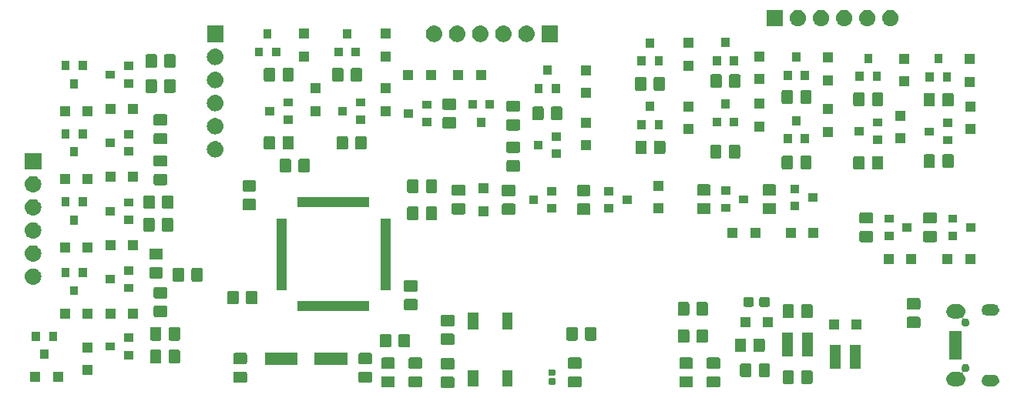
<source format=gbr>
G04 #@! TF.GenerationSoftware,KiCad,Pcbnew,(5.0.1)-3*
G04 #@! TF.CreationDate,2021-03-04T13:58:57-05:00*
G04 #@! TF.ProjectId,pilotage,70696C6F746167652E6B696361645F70,rev?*
G04 #@! TF.SameCoordinates,Original*
G04 #@! TF.FileFunction,Soldermask,Top*
G04 #@! TF.FilePolarity,Negative*
%FSLAX46Y46*%
G04 Gerber Fmt 4.6, Leading zero omitted, Abs format (unit mm)*
G04 Created by KiCad (PCBNEW (5.0.1)-3) date 04/03/2021 13:58:57*
%MOMM*%
%LPD*%
G01*
G04 APERTURE LIST*
%ADD10C,0.100000*%
G04 APERTURE END LIST*
D10*
G36*
X129634124Y-97967083D02*
X129671811Y-97978516D01*
X129706550Y-97997084D01*
X129736995Y-98022070D01*
X129761981Y-98052515D01*
X129780549Y-98087254D01*
X129791982Y-98124941D01*
X129796447Y-98170279D01*
X129796447Y-99006957D01*
X129791982Y-99052295D01*
X129780549Y-99089982D01*
X129761981Y-99124721D01*
X129736995Y-99155166D01*
X129706550Y-99180152D01*
X129671811Y-99198720D01*
X129634124Y-99210153D01*
X129588786Y-99214618D01*
X128502108Y-99214618D01*
X128456770Y-99210153D01*
X128419083Y-99198720D01*
X128384344Y-99180152D01*
X128353899Y-99155166D01*
X128328913Y-99124721D01*
X128310345Y-99089982D01*
X128298912Y-99052295D01*
X128294447Y-99006957D01*
X128294447Y-98170279D01*
X128298912Y-98124941D01*
X128310345Y-98087254D01*
X128328913Y-98052515D01*
X128353899Y-98022070D01*
X128384344Y-97997084D01*
X128419083Y-97978516D01*
X128456770Y-97967083D01*
X128502108Y-97962618D01*
X129588786Y-97962618D01*
X129634124Y-97967083D01*
X129634124Y-97967083D01*
G37*
G36*
X158838677Y-97903465D02*
X158876364Y-97914898D01*
X158911103Y-97933466D01*
X158941548Y-97958452D01*
X158966534Y-97988897D01*
X158985102Y-98023636D01*
X158996535Y-98061323D01*
X159001000Y-98106661D01*
X159001000Y-98943339D01*
X158996535Y-98988677D01*
X158985102Y-99026364D01*
X158966534Y-99061103D01*
X158941548Y-99091548D01*
X158911103Y-99116534D01*
X158876364Y-99135102D01*
X158838677Y-99146535D01*
X158793339Y-99151000D01*
X157706661Y-99151000D01*
X157661323Y-99146535D01*
X157623636Y-99135102D01*
X157588897Y-99116534D01*
X157558452Y-99091548D01*
X157533466Y-99061103D01*
X157514898Y-99026364D01*
X157503465Y-98988677D01*
X157499000Y-98943339D01*
X157499000Y-98106661D01*
X157503465Y-98061323D01*
X157514898Y-98023636D01*
X157533466Y-97988897D01*
X157558452Y-97958452D01*
X157588897Y-97933466D01*
X157623636Y-97914898D01*
X157661323Y-97903465D01*
X157706661Y-97899000D01*
X158793339Y-97899000D01*
X158838677Y-97903465D01*
X158838677Y-97903465D01*
G37*
G36*
X123088677Y-97903465D02*
X123126364Y-97914898D01*
X123161103Y-97933466D01*
X123191548Y-97958452D01*
X123216534Y-97988897D01*
X123235102Y-98023636D01*
X123246535Y-98061323D01*
X123251000Y-98106661D01*
X123251000Y-98943339D01*
X123246535Y-98988677D01*
X123235102Y-99026364D01*
X123216534Y-99061103D01*
X123191548Y-99091548D01*
X123161103Y-99116534D01*
X123126364Y-99135102D01*
X123088677Y-99146535D01*
X123043339Y-99151000D01*
X121956661Y-99151000D01*
X121911323Y-99146535D01*
X121873636Y-99135102D01*
X121838897Y-99116534D01*
X121808452Y-99091548D01*
X121783466Y-99061103D01*
X121764898Y-99026364D01*
X121753465Y-98988677D01*
X121749000Y-98943339D01*
X121749000Y-98106661D01*
X121753465Y-98061323D01*
X121764898Y-98023636D01*
X121783466Y-97988897D01*
X121808452Y-97958452D01*
X121838897Y-97933466D01*
X121873636Y-97914898D01*
X121911323Y-97903465D01*
X121956661Y-97899000D01*
X123043339Y-97899000D01*
X123088677Y-97903465D01*
X123088677Y-97903465D01*
G37*
G36*
X126088677Y-97903465D02*
X126126364Y-97914898D01*
X126161103Y-97933466D01*
X126191548Y-97958452D01*
X126216534Y-97988897D01*
X126235102Y-98023636D01*
X126246535Y-98061323D01*
X126251000Y-98106661D01*
X126251000Y-98943339D01*
X126246535Y-98988677D01*
X126235102Y-99026364D01*
X126216534Y-99061103D01*
X126191548Y-99091548D01*
X126161103Y-99116534D01*
X126126364Y-99135102D01*
X126088677Y-99146535D01*
X126043339Y-99151000D01*
X124956661Y-99151000D01*
X124911323Y-99146535D01*
X124873636Y-99135102D01*
X124838897Y-99116534D01*
X124808452Y-99091548D01*
X124783466Y-99061103D01*
X124764898Y-99026364D01*
X124753465Y-98988677D01*
X124749000Y-98943339D01*
X124749000Y-98106661D01*
X124753465Y-98061323D01*
X124764898Y-98023636D01*
X124783466Y-97988897D01*
X124808452Y-97958452D01*
X124838897Y-97933466D01*
X124873636Y-97914898D01*
X124911323Y-97903465D01*
X124956661Y-97899000D01*
X126043339Y-97899000D01*
X126088677Y-97903465D01*
X126088677Y-97903465D01*
G37*
G36*
X143588677Y-97903465D02*
X143626364Y-97914898D01*
X143661103Y-97933466D01*
X143691548Y-97958452D01*
X143716534Y-97988897D01*
X143735102Y-98023636D01*
X143746535Y-98061323D01*
X143751000Y-98106661D01*
X143751000Y-98943339D01*
X143746535Y-98988677D01*
X143735102Y-99026364D01*
X143716534Y-99061103D01*
X143691548Y-99091548D01*
X143661103Y-99116534D01*
X143626364Y-99135102D01*
X143588677Y-99146535D01*
X143543339Y-99151000D01*
X142456661Y-99151000D01*
X142411323Y-99146535D01*
X142373636Y-99135102D01*
X142338897Y-99116534D01*
X142308452Y-99091548D01*
X142283466Y-99061103D01*
X142264898Y-99026364D01*
X142253465Y-98988677D01*
X142249000Y-98943339D01*
X142249000Y-98106661D01*
X142253465Y-98061323D01*
X142264898Y-98023636D01*
X142283466Y-97988897D01*
X142308452Y-97958452D01*
X142338897Y-97933466D01*
X142373636Y-97914898D01*
X142411323Y-97903465D01*
X142456661Y-97899000D01*
X143543339Y-97899000D01*
X143588677Y-97903465D01*
X143588677Y-97903465D01*
G37*
G36*
X155838677Y-97903465D02*
X155876364Y-97914898D01*
X155911103Y-97933466D01*
X155941548Y-97958452D01*
X155966534Y-97988897D01*
X155985102Y-98023636D01*
X155996535Y-98061323D01*
X156001000Y-98106661D01*
X156001000Y-98943339D01*
X155996535Y-98988677D01*
X155985102Y-99026364D01*
X155966534Y-99061103D01*
X155941548Y-99091548D01*
X155911103Y-99116534D01*
X155876364Y-99135102D01*
X155838677Y-99146535D01*
X155793339Y-99151000D01*
X154706661Y-99151000D01*
X154661323Y-99146535D01*
X154623636Y-99135102D01*
X154588897Y-99116534D01*
X154558452Y-99091548D01*
X154533466Y-99061103D01*
X154514898Y-99026364D01*
X154503465Y-98988677D01*
X154499000Y-98943339D01*
X154499000Y-98106661D01*
X154503465Y-98061323D01*
X154514898Y-98023636D01*
X154533466Y-97988897D01*
X154558452Y-97958452D01*
X154588897Y-97933466D01*
X154623636Y-97914898D01*
X154661323Y-97903465D01*
X154706661Y-97899000D01*
X155793339Y-97899000D01*
X155838677Y-97903465D01*
X155838677Y-97903465D01*
G37*
G36*
X136201000Y-99051000D02*
X135099000Y-99051000D01*
X135099000Y-97249000D01*
X136201000Y-97249000D01*
X136201000Y-99051000D01*
X136201000Y-99051000D01*
G37*
G36*
X132401000Y-99051000D02*
X131299000Y-99051000D01*
X131299000Y-97249000D01*
X132401000Y-97249000D01*
X132401000Y-99051000D01*
X132401000Y-99051000D01*
G37*
G36*
X186038413Y-96555525D02*
X186113456Y-96578290D01*
X186123425Y-96581314D01*
X186201774Y-96623193D01*
X186270448Y-96679552D01*
X186326807Y-96748226D01*
X186368686Y-96826575D01*
X186368687Y-96826579D01*
X186394475Y-96911587D01*
X186403182Y-97000000D01*
X186394475Y-97088413D01*
X186377642Y-97143900D01*
X186368686Y-97173425D01*
X186326807Y-97251774D01*
X186270448Y-97320448D01*
X186201774Y-97376807D01*
X186123425Y-97418686D01*
X186113456Y-97421710D01*
X186038413Y-97444475D01*
X185972158Y-97451000D01*
X185927842Y-97451000D01*
X185861589Y-97444475D01*
X185826511Y-97433833D01*
X185805476Y-97427453D01*
X185781449Y-97422673D01*
X185756945Y-97422673D01*
X185732911Y-97427453D01*
X185710272Y-97436830D01*
X185689897Y-97450444D01*
X185672570Y-97467770D01*
X185658956Y-97488145D01*
X185649578Y-97510784D01*
X185644797Y-97534817D01*
X185644797Y-97559321D01*
X185649577Y-97583355D01*
X185658954Y-97605994D01*
X185672568Y-97626369D01*
X185689895Y-97643696D01*
X185726368Y-97673630D01*
X185823341Y-97791790D01*
X185887115Y-97911103D01*
X185895399Y-97926601D01*
X185906324Y-97962618D01*
X185939772Y-98072881D01*
X185954754Y-98225000D01*
X185939772Y-98377119D01*
X185939771Y-98377122D01*
X185905932Y-98488677D01*
X185895398Y-98523401D01*
X185823341Y-98658210D01*
X185726369Y-98776369D01*
X185608210Y-98873341D01*
X185562043Y-98898018D01*
X185473399Y-98945399D01*
X185354352Y-98981511D01*
X185327119Y-98989772D01*
X185213118Y-99001000D01*
X184586882Y-99001000D01*
X184472881Y-98989772D01*
X184445648Y-98981511D01*
X184326601Y-98945399D01*
X184237957Y-98898018D01*
X184191790Y-98873341D01*
X184073631Y-98776369D01*
X183976659Y-98658210D01*
X183904602Y-98523401D01*
X183894069Y-98488677D01*
X183860229Y-98377122D01*
X183860228Y-98377119D01*
X183845246Y-98225000D01*
X183860228Y-98072881D01*
X183893676Y-97962618D01*
X183904601Y-97926601D01*
X183912885Y-97911103D01*
X183976659Y-97791790D01*
X184073631Y-97673631D01*
X184191790Y-97576659D01*
X184326599Y-97504602D01*
X184326601Y-97504601D01*
X184472878Y-97460229D01*
X184472881Y-97460228D01*
X184586882Y-97449000D01*
X185213118Y-97449000D01*
X185327119Y-97460228D01*
X185327122Y-97460229D01*
X185473399Y-97504601D01*
X185473401Y-97504602D01*
X185480792Y-97506844D01*
X185489246Y-97510345D01*
X185513279Y-97515123D01*
X185537784Y-97515121D01*
X185561817Y-97510338D01*
X185584455Y-97500959D01*
X185604828Y-97487344D01*
X185622154Y-97470015D01*
X185635766Y-97449639D01*
X185645142Y-97426999D01*
X185649920Y-97402966D01*
X185649918Y-97378461D01*
X185645135Y-97354428D01*
X185635756Y-97331790D01*
X185622150Y-97311429D01*
X185587919Y-97269718D01*
X185573193Y-97251775D01*
X185556033Y-97219671D01*
X185531314Y-97173425D01*
X185522358Y-97143900D01*
X185505525Y-97088413D01*
X185496818Y-97000000D01*
X185505525Y-96911587D01*
X185531313Y-96826579D01*
X185531314Y-96826575D01*
X185573193Y-96748226D01*
X185629552Y-96679552D01*
X185698226Y-96623193D01*
X185776575Y-96581314D01*
X185786544Y-96578290D01*
X185861587Y-96555525D01*
X185927842Y-96549000D01*
X185972158Y-96549000D01*
X186038413Y-96555525D01*
X186038413Y-96555525D01*
G37*
G36*
X189147714Y-97758058D02*
X189147717Y-97758059D01*
X189265719Y-97793854D01*
X189265721Y-97793855D01*
X189374471Y-97851983D01*
X189469790Y-97930210D01*
X189548017Y-98025529D01*
X189573327Y-98072881D01*
X189606146Y-98134281D01*
X189620528Y-98181693D01*
X189641942Y-98252286D01*
X189654028Y-98375000D01*
X189641942Y-98497714D01*
X189641941Y-98497717D01*
X189609358Y-98605131D01*
X189606145Y-98615721D01*
X189548017Y-98724471D01*
X189469790Y-98819790D01*
X189374471Y-98898017D01*
X189291352Y-98942445D01*
X189265719Y-98956146D01*
X189177248Y-98982983D01*
X189147714Y-98991942D01*
X189055747Y-99001000D01*
X188344253Y-99001000D01*
X188252286Y-98991942D01*
X188222752Y-98982983D01*
X188134281Y-98956146D01*
X188108648Y-98942445D01*
X188025529Y-98898017D01*
X187930210Y-98819790D01*
X187851983Y-98724471D01*
X187793855Y-98615721D01*
X187790643Y-98605131D01*
X187758059Y-98497717D01*
X187758058Y-98497714D01*
X187745972Y-98375000D01*
X187758058Y-98252286D01*
X187779472Y-98181693D01*
X187793854Y-98134281D01*
X187826673Y-98072881D01*
X187851983Y-98025529D01*
X187930210Y-97930210D01*
X188025529Y-97851983D01*
X188134279Y-97793855D01*
X188134281Y-97793854D01*
X188252283Y-97758059D01*
X188252286Y-97758058D01*
X188344253Y-97749000D01*
X189055747Y-97749000D01*
X189147714Y-97758058D01*
X189147714Y-97758058D01*
G37*
G36*
X140781938Y-98141716D02*
X140802556Y-98147970D01*
X140821556Y-98158126D01*
X140838208Y-98171792D01*
X140851874Y-98188444D01*
X140862030Y-98207444D01*
X140868284Y-98228062D01*
X140871000Y-98255640D01*
X140871000Y-98714360D01*
X140868284Y-98741938D01*
X140862030Y-98762556D01*
X140851874Y-98781556D01*
X140838208Y-98798208D01*
X140821556Y-98811874D01*
X140802556Y-98822030D01*
X140781938Y-98828284D01*
X140754360Y-98831000D01*
X140245640Y-98831000D01*
X140218062Y-98828284D01*
X140197444Y-98822030D01*
X140178444Y-98811874D01*
X140161792Y-98798208D01*
X140148126Y-98781556D01*
X140137970Y-98762556D01*
X140131716Y-98741938D01*
X140129000Y-98714360D01*
X140129000Y-98255640D01*
X140131716Y-98228062D01*
X140137970Y-98207444D01*
X140148126Y-98188444D01*
X140161792Y-98171792D01*
X140178444Y-98158126D01*
X140197444Y-98147970D01*
X140218062Y-98141716D01*
X140245640Y-98139000D01*
X140754360Y-98139000D01*
X140781938Y-98141716D01*
X140781938Y-98141716D01*
G37*
G36*
X166938677Y-97253465D02*
X166976364Y-97264898D01*
X167011103Y-97283466D01*
X167041548Y-97308452D01*
X167066534Y-97338897D01*
X167085102Y-97373636D01*
X167096535Y-97411323D01*
X167101000Y-97456661D01*
X167101000Y-98543339D01*
X167096535Y-98588677D01*
X167085102Y-98626364D01*
X167066534Y-98661103D01*
X167041548Y-98691548D01*
X167011103Y-98716534D01*
X166976364Y-98735102D01*
X166938677Y-98746535D01*
X166893339Y-98751000D01*
X166056661Y-98751000D01*
X166011323Y-98746535D01*
X165973636Y-98735102D01*
X165938897Y-98716534D01*
X165908452Y-98691548D01*
X165883466Y-98661103D01*
X165864898Y-98626364D01*
X165853465Y-98588677D01*
X165849000Y-98543339D01*
X165849000Y-97456661D01*
X165853465Y-97411323D01*
X165864898Y-97373636D01*
X165883466Y-97338897D01*
X165908452Y-97308452D01*
X165938897Y-97283466D01*
X165973636Y-97264898D01*
X166011323Y-97253465D01*
X166056661Y-97249000D01*
X166893339Y-97249000D01*
X166938677Y-97253465D01*
X166938677Y-97253465D01*
G37*
G36*
X168988677Y-97253465D02*
X169026364Y-97264898D01*
X169061103Y-97283466D01*
X169091548Y-97308452D01*
X169116534Y-97338897D01*
X169135102Y-97373636D01*
X169146535Y-97411323D01*
X169151000Y-97456661D01*
X169151000Y-98543339D01*
X169146535Y-98588677D01*
X169135102Y-98626364D01*
X169116534Y-98661103D01*
X169091548Y-98691548D01*
X169061103Y-98716534D01*
X169026364Y-98735102D01*
X168988677Y-98746535D01*
X168943339Y-98751000D01*
X168106661Y-98751000D01*
X168061323Y-98746535D01*
X168023636Y-98735102D01*
X167988897Y-98716534D01*
X167958452Y-98691548D01*
X167933466Y-98661103D01*
X167914898Y-98626364D01*
X167903465Y-98588677D01*
X167899000Y-98543339D01*
X167899000Y-97456661D01*
X167903465Y-97411323D01*
X167914898Y-97373636D01*
X167933466Y-97338897D01*
X167958452Y-97308452D01*
X167988897Y-97283466D01*
X168023636Y-97264898D01*
X168061323Y-97253465D01*
X168106661Y-97249000D01*
X168943339Y-97249000D01*
X168988677Y-97253465D01*
X168988677Y-97253465D01*
G37*
G36*
X120588677Y-97403465D02*
X120626364Y-97414898D01*
X120661103Y-97433466D01*
X120691548Y-97458452D01*
X120716534Y-97488897D01*
X120735102Y-97523636D01*
X120746535Y-97561323D01*
X120751000Y-97606661D01*
X120751000Y-98443339D01*
X120746535Y-98488677D01*
X120735102Y-98526364D01*
X120716534Y-98561103D01*
X120691548Y-98591548D01*
X120661103Y-98616534D01*
X120626364Y-98635102D01*
X120588677Y-98646535D01*
X120543339Y-98651000D01*
X119456661Y-98651000D01*
X119411323Y-98646535D01*
X119373636Y-98635102D01*
X119338897Y-98616534D01*
X119308452Y-98591548D01*
X119283466Y-98561103D01*
X119264898Y-98526364D01*
X119253465Y-98488677D01*
X119249000Y-98443339D01*
X119249000Y-97606661D01*
X119253465Y-97561323D01*
X119264898Y-97523636D01*
X119283466Y-97488897D01*
X119308452Y-97458452D01*
X119338897Y-97433466D01*
X119373636Y-97414898D01*
X119411323Y-97403465D01*
X119456661Y-97399000D01*
X120543339Y-97399000D01*
X120588677Y-97403465D01*
X120588677Y-97403465D01*
G37*
G36*
X106838677Y-97403465D02*
X106876364Y-97414898D01*
X106911103Y-97433466D01*
X106941548Y-97458452D01*
X106966534Y-97488897D01*
X106985102Y-97523636D01*
X106996535Y-97561323D01*
X107001000Y-97606661D01*
X107001000Y-98443339D01*
X106996535Y-98488677D01*
X106985102Y-98526364D01*
X106966534Y-98561103D01*
X106941548Y-98591548D01*
X106911103Y-98616534D01*
X106876364Y-98635102D01*
X106838677Y-98646535D01*
X106793339Y-98651000D01*
X105706661Y-98651000D01*
X105661323Y-98646535D01*
X105623636Y-98635102D01*
X105588897Y-98616534D01*
X105558452Y-98591548D01*
X105533466Y-98561103D01*
X105514898Y-98526364D01*
X105503465Y-98488677D01*
X105499000Y-98443339D01*
X105499000Y-97606661D01*
X105503465Y-97561323D01*
X105514898Y-97523636D01*
X105533466Y-97488897D01*
X105558452Y-97458452D01*
X105588897Y-97433466D01*
X105623636Y-97414898D01*
X105661323Y-97403465D01*
X105706661Y-97399000D01*
X106793339Y-97399000D01*
X106838677Y-97403465D01*
X106838677Y-97403465D01*
G37*
G36*
X86801000Y-98551000D02*
X85699000Y-98551000D01*
X85699000Y-97449000D01*
X86801000Y-97449000D01*
X86801000Y-98551000D01*
X86801000Y-98551000D01*
G37*
G36*
X84301000Y-98551000D02*
X83199000Y-98551000D01*
X83199000Y-97449000D01*
X84301000Y-97449000D01*
X84301000Y-98551000D01*
X84301000Y-98551000D01*
G37*
G36*
X164323453Y-96503465D02*
X164361140Y-96514898D01*
X164395879Y-96533466D01*
X164426324Y-96558452D01*
X164451310Y-96588897D01*
X164469878Y-96623636D01*
X164481311Y-96661323D01*
X164485776Y-96706661D01*
X164485776Y-97793339D01*
X164481311Y-97838677D01*
X164469878Y-97876364D01*
X164451310Y-97911103D01*
X164426324Y-97941548D01*
X164395879Y-97966534D01*
X164361140Y-97985102D01*
X164323453Y-97996535D01*
X164278115Y-98001000D01*
X163441437Y-98001000D01*
X163396099Y-97996535D01*
X163358412Y-97985102D01*
X163323673Y-97966534D01*
X163293228Y-97941548D01*
X163268242Y-97911103D01*
X163249674Y-97876364D01*
X163238241Y-97838677D01*
X163233776Y-97793339D01*
X163233776Y-96706661D01*
X163238241Y-96661323D01*
X163249674Y-96623636D01*
X163268242Y-96588897D01*
X163293228Y-96558452D01*
X163323673Y-96533466D01*
X163358412Y-96514898D01*
X163396099Y-96503465D01*
X163441437Y-96499000D01*
X164278115Y-96499000D01*
X164323453Y-96503465D01*
X164323453Y-96503465D01*
G37*
G36*
X162273453Y-96503465D02*
X162311140Y-96514898D01*
X162345879Y-96533466D01*
X162376324Y-96558452D01*
X162401310Y-96588897D01*
X162419878Y-96623636D01*
X162431311Y-96661323D01*
X162435776Y-96706661D01*
X162435776Y-97793339D01*
X162431311Y-97838677D01*
X162419878Y-97876364D01*
X162401310Y-97911103D01*
X162376324Y-97941548D01*
X162345879Y-97966534D01*
X162311140Y-97985102D01*
X162273453Y-97996535D01*
X162228115Y-98001000D01*
X161391437Y-98001000D01*
X161346099Y-97996535D01*
X161308412Y-97985102D01*
X161273673Y-97966534D01*
X161243228Y-97941548D01*
X161218242Y-97911103D01*
X161199674Y-97876364D01*
X161188241Y-97838677D01*
X161183776Y-97793339D01*
X161183776Y-96706661D01*
X161188241Y-96661323D01*
X161199674Y-96623636D01*
X161218242Y-96588897D01*
X161243228Y-96558452D01*
X161273673Y-96533466D01*
X161308412Y-96514898D01*
X161346099Y-96503465D01*
X161391437Y-96499000D01*
X162228115Y-96499000D01*
X162273453Y-96503465D01*
X162273453Y-96503465D01*
G37*
G36*
X140781938Y-97171716D02*
X140802556Y-97177970D01*
X140821556Y-97188126D01*
X140838208Y-97201792D01*
X140851874Y-97218444D01*
X140862030Y-97237444D01*
X140868284Y-97258062D01*
X140871000Y-97285640D01*
X140871000Y-97744360D01*
X140868284Y-97771938D01*
X140862030Y-97792556D01*
X140851874Y-97811556D01*
X140838208Y-97828208D01*
X140821556Y-97841874D01*
X140802556Y-97852030D01*
X140781938Y-97858284D01*
X140754360Y-97861000D01*
X140245640Y-97861000D01*
X140218062Y-97858284D01*
X140197444Y-97852030D01*
X140178444Y-97841874D01*
X140161792Y-97828208D01*
X140148126Y-97811556D01*
X140137970Y-97792556D01*
X140131716Y-97771938D01*
X140129000Y-97744360D01*
X140129000Y-97285640D01*
X140131716Y-97258062D01*
X140137970Y-97237444D01*
X140148126Y-97218444D01*
X140161792Y-97201792D01*
X140178444Y-97188126D01*
X140197444Y-97177970D01*
X140218062Y-97171716D01*
X140245640Y-97169000D01*
X140754360Y-97169000D01*
X140781938Y-97171716D01*
X140781938Y-97171716D01*
G37*
G36*
X90051000Y-97801000D02*
X88949000Y-97801000D01*
X88949000Y-96699000D01*
X90051000Y-96699000D01*
X90051000Y-97801000D01*
X90051000Y-97801000D01*
G37*
G36*
X129634124Y-95917083D02*
X129671811Y-95928516D01*
X129706550Y-95947084D01*
X129736995Y-95972070D01*
X129761981Y-96002515D01*
X129780549Y-96037254D01*
X129791982Y-96074941D01*
X129796447Y-96120279D01*
X129796447Y-96956957D01*
X129791982Y-97002295D01*
X129780549Y-97039982D01*
X129761981Y-97074721D01*
X129736995Y-97105166D01*
X129706550Y-97130152D01*
X129671811Y-97148720D01*
X129634124Y-97160153D01*
X129588786Y-97164618D01*
X128502108Y-97164618D01*
X128456770Y-97160153D01*
X128419083Y-97148720D01*
X128384344Y-97130152D01*
X128353899Y-97105166D01*
X128328913Y-97074721D01*
X128310345Y-97039982D01*
X128298912Y-97002295D01*
X128294447Y-96956957D01*
X128294447Y-96120279D01*
X128298912Y-96074941D01*
X128310345Y-96037254D01*
X128328913Y-96002515D01*
X128353899Y-95972070D01*
X128384344Y-95947084D01*
X128419083Y-95928516D01*
X128456770Y-95917083D01*
X128502108Y-95912618D01*
X129588786Y-95912618D01*
X129634124Y-95917083D01*
X129634124Y-95917083D01*
G37*
G36*
X143588677Y-95853465D02*
X143626364Y-95864898D01*
X143661103Y-95883466D01*
X143691548Y-95908452D01*
X143716534Y-95938897D01*
X143735102Y-95973636D01*
X143746535Y-96011323D01*
X143751000Y-96056661D01*
X143751000Y-96893339D01*
X143746535Y-96938677D01*
X143735102Y-96976364D01*
X143716534Y-97011103D01*
X143691548Y-97041548D01*
X143661103Y-97066534D01*
X143626364Y-97085102D01*
X143588677Y-97096535D01*
X143543339Y-97101000D01*
X142456661Y-97101000D01*
X142411323Y-97096535D01*
X142373636Y-97085102D01*
X142338897Y-97066534D01*
X142308452Y-97041548D01*
X142283466Y-97011103D01*
X142264898Y-96976364D01*
X142253465Y-96938677D01*
X142249000Y-96893339D01*
X142249000Y-96056661D01*
X142253465Y-96011323D01*
X142264898Y-95973636D01*
X142283466Y-95938897D01*
X142308452Y-95908452D01*
X142338897Y-95883466D01*
X142373636Y-95864898D01*
X142411323Y-95853465D01*
X142456661Y-95849000D01*
X143543339Y-95849000D01*
X143588677Y-95853465D01*
X143588677Y-95853465D01*
G37*
G36*
X126088677Y-95853465D02*
X126126364Y-95864898D01*
X126161103Y-95883466D01*
X126191548Y-95908452D01*
X126216534Y-95938897D01*
X126235102Y-95973636D01*
X126246535Y-96011323D01*
X126251000Y-96056661D01*
X126251000Y-96893339D01*
X126246535Y-96938677D01*
X126235102Y-96976364D01*
X126216534Y-97011103D01*
X126191548Y-97041548D01*
X126161103Y-97066534D01*
X126126364Y-97085102D01*
X126088677Y-97096535D01*
X126043339Y-97101000D01*
X124956661Y-97101000D01*
X124911323Y-97096535D01*
X124873636Y-97085102D01*
X124838897Y-97066534D01*
X124808452Y-97041548D01*
X124783466Y-97011103D01*
X124764898Y-96976364D01*
X124753465Y-96938677D01*
X124749000Y-96893339D01*
X124749000Y-96056661D01*
X124753465Y-96011323D01*
X124764898Y-95973636D01*
X124783466Y-95938897D01*
X124808452Y-95908452D01*
X124838897Y-95883466D01*
X124873636Y-95864898D01*
X124911323Y-95853465D01*
X124956661Y-95849000D01*
X126043339Y-95849000D01*
X126088677Y-95853465D01*
X126088677Y-95853465D01*
G37*
G36*
X158838677Y-95853465D02*
X158876364Y-95864898D01*
X158911103Y-95883466D01*
X158941548Y-95908452D01*
X158966534Y-95938897D01*
X158985102Y-95973636D01*
X158996535Y-96011323D01*
X159001000Y-96056661D01*
X159001000Y-96893339D01*
X158996535Y-96938677D01*
X158985102Y-96976364D01*
X158966534Y-97011103D01*
X158941548Y-97041548D01*
X158911103Y-97066534D01*
X158876364Y-97085102D01*
X158838677Y-97096535D01*
X158793339Y-97101000D01*
X157706661Y-97101000D01*
X157661323Y-97096535D01*
X157623636Y-97085102D01*
X157588897Y-97066534D01*
X157558452Y-97041548D01*
X157533466Y-97011103D01*
X157514898Y-96976364D01*
X157503465Y-96938677D01*
X157499000Y-96893339D01*
X157499000Y-96056661D01*
X157503465Y-96011323D01*
X157514898Y-95973636D01*
X157533466Y-95938897D01*
X157558452Y-95908452D01*
X157588897Y-95883466D01*
X157623636Y-95864898D01*
X157661323Y-95853465D01*
X157706661Y-95849000D01*
X158793339Y-95849000D01*
X158838677Y-95853465D01*
X158838677Y-95853465D01*
G37*
G36*
X123088677Y-95853465D02*
X123126364Y-95864898D01*
X123161103Y-95883466D01*
X123191548Y-95908452D01*
X123216534Y-95938897D01*
X123235102Y-95973636D01*
X123246535Y-96011323D01*
X123251000Y-96056661D01*
X123251000Y-96893339D01*
X123246535Y-96938677D01*
X123235102Y-96976364D01*
X123216534Y-97011103D01*
X123191548Y-97041548D01*
X123161103Y-97066534D01*
X123126364Y-97085102D01*
X123088677Y-97096535D01*
X123043339Y-97101000D01*
X121956661Y-97101000D01*
X121911323Y-97096535D01*
X121873636Y-97085102D01*
X121838897Y-97066534D01*
X121808452Y-97041548D01*
X121783466Y-97011103D01*
X121764898Y-96976364D01*
X121753465Y-96938677D01*
X121749000Y-96893339D01*
X121749000Y-96056661D01*
X121753465Y-96011323D01*
X121764898Y-95973636D01*
X121783466Y-95938897D01*
X121808452Y-95908452D01*
X121838897Y-95883466D01*
X121873636Y-95864898D01*
X121911323Y-95853465D01*
X121956661Y-95849000D01*
X123043339Y-95849000D01*
X123088677Y-95853465D01*
X123088677Y-95853465D01*
G37*
G36*
X155838677Y-95853465D02*
X155876364Y-95864898D01*
X155911103Y-95883466D01*
X155941548Y-95908452D01*
X155966534Y-95938897D01*
X155985102Y-95973636D01*
X155996535Y-96011323D01*
X156001000Y-96056661D01*
X156001000Y-96893339D01*
X155996535Y-96938677D01*
X155985102Y-96976364D01*
X155966534Y-97011103D01*
X155941548Y-97041548D01*
X155911103Y-97066534D01*
X155876364Y-97085102D01*
X155838677Y-97096535D01*
X155793339Y-97101000D01*
X154706661Y-97101000D01*
X154661323Y-97096535D01*
X154623636Y-97085102D01*
X154588897Y-97066534D01*
X154558452Y-97041548D01*
X154533466Y-97011103D01*
X154514898Y-96976364D01*
X154503465Y-96938677D01*
X154499000Y-96893339D01*
X154499000Y-96056661D01*
X154503465Y-96011323D01*
X154514898Y-95973636D01*
X154533466Y-95938897D01*
X154558452Y-95908452D01*
X154588897Y-95883466D01*
X154623636Y-95864898D01*
X154661323Y-95853465D01*
X154706661Y-95849000D01*
X155793339Y-95849000D01*
X155838677Y-95853465D01*
X155838677Y-95853465D01*
G37*
G36*
X174431000Y-97076000D02*
X173269000Y-97076000D01*
X173269000Y-94424000D01*
X174431000Y-94424000D01*
X174431000Y-97076000D01*
X174431000Y-97076000D01*
G37*
G36*
X172231000Y-97076000D02*
X171069000Y-97076000D01*
X171069000Y-94424000D01*
X172231000Y-94424000D01*
X172231000Y-97076000D01*
X172231000Y-97076000D01*
G37*
G36*
X118051000Y-96651000D02*
X114449000Y-96651000D01*
X114449000Y-95349000D01*
X118051000Y-95349000D01*
X118051000Y-96651000D01*
X118051000Y-96651000D01*
G37*
G36*
X112551000Y-96651000D02*
X108949000Y-96651000D01*
X108949000Y-95349000D01*
X112551000Y-95349000D01*
X112551000Y-96651000D01*
X112551000Y-96651000D01*
G37*
G36*
X120588677Y-95353465D02*
X120626364Y-95364898D01*
X120661103Y-95383466D01*
X120691548Y-95408452D01*
X120716534Y-95438897D01*
X120735102Y-95473636D01*
X120746535Y-95511323D01*
X120751000Y-95556661D01*
X120751000Y-96393339D01*
X120746535Y-96438677D01*
X120735102Y-96476364D01*
X120716534Y-96511103D01*
X120691548Y-96541548D01*
X120661103Y-96566534D01*
X120626364Y-96585102D01*
X120588677Y-96596535D01*
X120543339Y-96601000D01*
X119456661Y-96601000D01*
X119411323Y-96596535D01*
X119373636Y-96585102D01*
X119338897Y-96566534D01*
X119308452Y-96541548D01*
X119283466Y-96511103D01*
X119264898Y-96476364D01*
X119253465Y-96438677D01*
X119249000Y-96393339D01*
X119249000Y-95556661D01*
X119253465Y-95511323D01*
X119264898Y-95473636D01*
X119283466Y-95438897D01*
X119308452Y-95408452D01*
X119338897Y-95383466D01*
X119373636Y-95364898D01*
X119411323Y-95353465D01*
X119456661Y-95349000D01*
X120543339Y-95349000D01*
X120588677Y-95353465D01*
X120588677Y-95353465D01*
G37*
G36*
X106838677Y-95353465D02*
X106876364Y-95364898D01*
X106911103Y-95383466D01*
X106941548Y-95408452D01*
X106966534Y-95438897D01*
X106985102Y-95473636D01*
X106996535Y-95511323D01*
X107001000Y-95556661D01*
X107001000Y-96393339D01*
X106996535Y-96438677D01*
X106985102Y-96476364D01*
X106966534Y-96511103D01*
X106941548Y-96541548D01*
X106911103Y-96566534D01*
X106876364Y-96585102D01*
X106838677Y-96596535D01*
X106793339Y-96601000D01*
X105706661Y-96601000D01*
X105661323Y-96596535D01*
X105623636Y-96585102D01*
X105588897Y-96566534D01*
X105558452Y-96541548D01*
X105533466Y-96511103D01*
X105514898Y-96476364D01*
X105503465Y-96438677D01*
X105499000Y-96393339D01*
X105499000Y-95556661D01*
X105503465Y-95511323D01*
X105514898Y-95473636D01*
X105533466Y-95438897D01*
X105558452Y-95408452D01*
X105588897Y-95383466D01*
X105623636Y-95364898D01*
X105661323Y-95353465D01*
X105706661Y-95349000D01*
X106793339Y-95349000D01*
X106838677Y-95353465D01*
X106838677Y-95353465D01*
G37*
G36*
X99488677Y-95003465D02*
X99526364Y-95014898D01*
X99561103Y-95033466D01*
X99591548Y-95058452D01*
X99616534Y-95088897D01*
X99635102Y-95123636D01*
X99646535Y-95161323D01*
X99651000Y-95206661D01*
X99651000Y-96293339D01*
X99646535Y-96338677D01*
X99635102Y-96376364D01*
X99616534Y-96411103D01*
X99591548Y-96441548D01*
X99561103Y-96466534D01*
X99526364Y-96485102D01*
X99488677Y-96496535D01*
X99443339Y-96501000D01*
X98606661Y-96501000D01*
X98561323Y-96496535D01*
X98523636Y-96485102D01*
X98488897Y-96466534D01*
X98458452Y-96441548D01*
X98433466Y-96411103D01*
X98414898Y-96376364D01*
X98403465Y-96338677D01*
X98399000Y-96293339D01*
X98399000Y-95206661D01*
X98403465Y-95161323D01*
X98414898Y-95123636D01*
X98433466Y-95088897D01*
X98458452Y-95058452D01*
X98488897Y-95033466D01*
X98523636Y-95014898D01*
X98561323Y-95003465D01*
X98606661Y-94999000D01*
X99443339Y-94999000D01*
X99488677Y-95003465D01*
X99488677Y-95003465D01*
G37*
G36*
X97438677Y-95003465D02*
X97476364Y-95014898D01*
X97511103Y-95033466D01*
X97541548Y-95058452D01*
X97566534Y-95088897D01*
X97585102Y-95123636D01*
X97596535Y-95161323D01*
X97601000Y-95206661D01*
X97601000Y-96293339D01*
X97596535Y-96338677D01*
X97585102Y-96376364D01*
X97566534Y-96411103D01*
X97541548Y-96441548D01*
X97511103Y-96466534D01*
X97476364Y-96485102D01*
X97438677Y-96496535D01*
X97393339Y-96501000D01*
X96556661Y-96501000D01*
X96511323Y-96496535D01*
X96473636Y-96485102D01*
X96438897Y-96466534D01*
X96408452Y-96441548D01*
X96383466Y-96411103D01*
X96364898Y-96376364D01*
X96353465Y-96338677D01*
X96349000Y-96293339D01*
X96349000Y-95206661D01*
X96353465Y-95161323D01*
X96364898Y-95123636D01*
X96383466Y-95088897D01*
X96408452Y-95058452D01*
X96438897Y-95033466D01*
X96473636Y-95014898D01*
X96511323Y-95003465D01*
X96556661Y-94999000D01*
X97393339Y-94999000D01*
X97438677Y-95003465D01*
X97438677Y-95003465D01*
G37*
G36*
X185551000Y-96076000D02*
X184149000Y-96076000D01*
X184149000Y-92924000D01*
X185551000Y-92924000D01*
X185551000Y-96076000D01*
X185551000Y-96076000D01*
G37*
G36*
X94488160Y-96039004D02*
X93486160Y-96039004D01*
X93486160Y-95137004D01*
X94488160Y-95137004D01*
X94488160Y-96039004D01*
X94488160Y-96039004D01*
G37*
G36*
X85201000Y-96001000D02*
X84299000Y-96001000D01*
X84299000Y-94999000D01*
X85201000Y-94999000D01*
X85201000Y-96001000D01*
X85201000Y-96001000D01*
G37*
G36*
X169181000Y-95776000D02*
X168019000Y-95776000D01*
X168019000Y-93124000D01*
X169181000Y-93124000D01*
X169181000Y-95776000D01*
X169181000Y-95776000D01*
G37*
G36*
X166981000Y-95776000D02*
X165819000Y-95776000D01*
X165819000Y-93124000D01*
X166981000Y-93124000D01*
X166981000Y-95776000D01*
X166981000Y-95776000D01*
G37*
G36*
X90051000Y-95301000D02*
X88949000Y-95301000D01*
X88949000Y-94199000D01*
X90051000Y-94199000D01*
X90051000Y-95301000D01*
X90051000Y-95301000D01*
G37*
G36*
X163738677Y-93753465D02*
X163776364Y-93764898D01*
X163811103Y-93783466D01*
X163841548Y-93808452D01*
X163866534Y-93838897D01*
X163885102Y-93873636D01*
X163896535Y-93911323D01*
X163901000Y-93956661D01*
X163901000Y-95043339D01*
X163896535Y-95088677D01*
X163885102Y-95126364D01*
X163866534Y-95161103D01*
X163841548Y-95191548D01*
X163811103Y-95216534D01*
X163776364Y-95235102D01*
X163738677Y-95246535D01*
X163693339Y-95251000D01*
X162856661Y-95251000D01*
X162811323Y-95246535D01*
X162773636Y-95235102D01*
X162738897Y-95216534D01*
X162708452Y-95191548D01*
X162683466Y-95161103D01*
X162664898Y-95126364D01*
X162653465Y-95088677D01*
X162649000Y-95043339D01*
X162649000Y-93956661D01*
X162653465Y-93911323D01*
X162664898Y-93873636D01*
X162683466Y-93838897D01*
X162708452Y-93808452D01*
X162738897Y-93783466D01*
X162773636Y-93764898D01*
X162811323Y-93753465D01*
X162856661Y-93749000D01*
X163693339Y-93749000D01*
X163738677Y-93753465D01*
X163738677Y-93753465D01*
G37*
G36*
X161688677Y-93753465D02*
X161726364Y-93764898D01*
X161761103Y-93783466D01*
X161791548Y-93808452D01*
X161816534Y-93838897D01*
X161835102Y-93873636D01*
X161846535Y-93911323D01*
X161851000Y-93956661D01*
X161851000Y-95043339D01*
X161846535Y-95088677D01*
X161835102Y-95126364D01*
X161816534Y-95161103D01*
X161791548Y-95191548D01*
X161761103Y-95216534D01*
X161726364Y-95235102D01*
X161688677Y-95246535D01*
X161643339Y-95251000D01*
X160806661Y-95251000D01*
X160761323Y-95246535D01*
X160723636Y-95235102D01*
X160688897Y-95216534D01*
X160658452Y-95191548D01*
X160633466Y-95161103D01*
X160614898Y-95126364D01*
X160603465Y-95088677D01*
X160599000Y-95043339D01*
X160599000Y-93956661D01*
X160603465Y-93911323D01*
X160614898Y-93873636D01*
X160633466Y-93838897D01*
X160658452Y-93808452D01*
X160688897Y-93783466D01*
X160723636Y-93764898D01*
X160761323Y-93753465D01*
X160806661Y-93749000D01*
X161643339Y-93749000D01*
X161688677Y-93753465D01*
X161688677Y-93753465D01*
G37*
G36*
X92488160Y-95089004D02*
X91486160Y-95089004D01*
X91486160Y-94187004D01*
X92488160Y-94187004D01*
X92488160Y-95089004D01*
X92488160Y-95089004D01*
G37*
G36*
X122688677Y-93253465D02*
X122726364Y-93264898D01*
X122761103Y-93283466D01*
X122791548Y-93308452D01*
X122816534Y-93338897D01*
X122835102Y-93373636D01*
X122846535Y-93411323D01*
X122851000Y-93456661D01*
X122851000Y-94543339D01*
X122846535Y-94588677D01*
X122835102Y-94626364D01*
X122816534Y-94661103D01*
X122791548Y-94691548D01*
X122761103Y-94716534D01*
X122726364Y-94735102D01*
X122688677Y-94746535D01*
X122643339Y-94751000D01*
X121806661Y-94751000D01*
X121761323Y-94746535D01*
X121723636Y-94735102D01*
X121688897Y-94716534D01*
X121658452Y-94691548D01*
X121633466Y-94661103D01*
X121614898Y-94626364D01*
X121603465Y-94588677D01*
X121599000Y-94543339D01*
X121599000Y-93456661D01*
X121603465Y-93411323D01*
X121614898Y-93373636D01*
X121633466Y-93338897D01*
X121658452Y-93308452D01*
X121688897Y-93283466D01*
X121723636Y-93264898D01*
X121761323Y-93253465D01*
X121806661Y-93249000D01*
X122643339Y-93249000D01*
X122688677Y-93253465D01*
X122688677Y-93253465D01*
G37*
G36*
X124738677Y-93253465D02*
X124776364Y-93264898D01*
X124811103Y-93283466D01*
X124841548Y-93308452D01*
X124866534Y-93338897D01*
X124885102Y-93373636D01*
X124896535Y-93411323D01*
X124901000Y-93456661D01*
X124901000Y-94543339D01*
X124896535Y-94588677D01*
X124885102Y-94626364D01*
X124866534Y-94661103D01*
X124841548Y-94691548D01*
X124811103Y-94716534D01*
X124776364Y-94735102D01*
X124738677Y-94746535D01*
X124693339Y-94751000D01*
X123856661Y-94751000D01*
X123811323Y-94746535D01*
X123773636Y-94735102D01*
X123738897Y-94716534D01*
X123708452Y-94691548D01*
X123683466Y-94661103D01*
X123664898Y-94626364D01*
X123653465Y-94588677D01*
X123649000Y-94543339D01*
X123649000Y-93456661D01*
X123653465Y-93411323D01*
X123664898Y-93373636D01*
X123683466Y-93338897D01*
X123708452Y-93308452D01*
X123738897Y-93283466D01*
X123773636Y-93264898D01*
X123811323Y-93253465D01*
X123856661Y-93249000D01*
X124693339Y-93249000D01*
X124738677Y-93253465D01*
X124738677Y-93253465D01*
G37*
G36*
X129634124Y-93217083D02*
X129671811Y-93228516D01*
X129706550Y-93247084D01*
X129736995Y-93272070D01*
X129761981Y-93302515D01*
X129780549Y-93337254D01*
X129791982Y-93374941D01*
X129796447Y-93420279D01*
X129796447Y-94256957D01*
X129791982Y-94302295D01*
X129780549Y-94339982D01*
X129761981Y-94374721D01*
X129736995Y-94405166D01*
X129706550Y-94430152D01*
X129671811Y-94448720D01*
X129634124Y-94460153D01*
X129588786Y-94464618D01*
X128502108Y-94464618D01*
X128456770Y-94460153D01*
X128419083Y-94448720D01*
X128384344Y-94430152D01*
X128353899Y-94405166D01*
X128328913Y-94374721D01*
X128310345Y-94339982D01*
X128298912Y-94302295D01*
X128294447Y-94256957D01*
X128294447Y-93420279D01*
X128298912Y-93374941D01*
X128310345Y-93337254D01*
X128328913Y-93302515D01*
X128353899Y-93272070D01*
X128384344Y-93247084D01*
X128419083Y-93228516D01*
X128456770Y-93217083D01*
X128502108Y-93212618D01*
X129588786Y-93212618D01*
X129634124Y-93217083D01*
X129634124Y-93217083D01*
G37*
G36*
X157488677Y-92753465D02*
X157526364Y-92764898D01*
X157561103Y-92783466D01*
X157591548Y-92808452D01*
X157616534Y-92838897D01*
X157635102Y-92873636D01*
X157646535Y-92911323D01*
X157651000Y-92956661D01*
X157651000Y-94043339D01*
X157646535Y-94088677D01*
X157635102Y-94126364D01*
X157616534Y-94161103D01*
X157591548Y-94191548D01*
X157561103Y-94216534D01*
X157526364Y-94235102D01*
X157488677Y-94246535D01*
X157443339Y-94251000D01*
X156606661Y-94251000D01*
X156561323Y-94246535D01*
X156523636Y-94235102D01*
X156488897Y-94216534D01*
X156458452Y-94191548D01*
X156433466Y-94161103D01*
X156414898Y-94126364D01*
X156403465Y-94088677D01*
X156399000Y-94043339D01*
X156399000Y-92956661D01*
X156403465Y-92911323D01*
X156414898Y-92873636D01*
X156433466Y-92838897D01*
X156458452Y-92808452D01*
X156488897Y-92783466D01*
X156523636Y-92764898D01*
X156561323Y-92753465D01*
X156606661Y-92749000D01*
X157443339Y-92749000D01*
X157488677Y-92753465D01*
X157488677Y-92753465D01*
G37*
G36*
X155438677Y-92753465D02*
X155476364Y-92764898D01*
X155511103Y-92783466D01*
X155541548Y-92808452D01*
X155566534Y-92838897D01*
X155585102Y-92873636D01*
X155596535Y-92911323D01*
X155601000Y-92956661D01*
X155601000Y-94043339D01*
X155596535Y-94088677D01*
X155585102Y-94126364D01*
X155566534Y-94161103D01*
X155541548Y-94191548D01*
X155511103Y-94216534D01*
X155476364Y-94235102D01*
X155438677Y-94246535D01*
X155393339Y-94251000D01*
X154556661Y-94251000D01*
X154511323Y-94246535D01*
X154473636Y-94235102D01*
X154438897Y-94216534D01*
X154408452Y-94191548D01*
X154383466Y-94161103D01*
X154364898Y-94126364D01*
X154353465Y-94088677D01*
X154349000Y-94043339D01*
X154349000Y-92956661D01*
X154353465Y-92911323D01*
X154364898Y-92873636D01*
X154383466Y-92838897D01*
X154408452Y-92808452D01*
X154438897Y-92783466D01*
X154473636Y-92764898D01*
X154511323Y-92753465D01*
X154556661Y-92749000D01*
X155393339Y-92749000D01*
X155438677Y-92753465D01*
X155438677Y-92753465D01*
G37*
G36*
X94488160Y-94139004D02*
X93486160Y-94139004D01*
X93486160Y-93237004D01*
X94488160Y-93237004D01*
X94488160Y-94139004D01*
X94488160Y-94139004D01*
G37*
G36*
X99488677Y-92503465D02*
X99526364Y-92514898D01*
X99561103Y-92533466D01*
X99591548Y-92558452D01*
X99616534Y-92588897D01*
X99635102Y-92623636D01*
X99646535Y-92661323D01*
X99651000Y-92706661D01*
X99651000Y-93793339D01*
X99646535Y-93838677D01*
X99635102Y-93876364D01*
X99616534Y-93911103D01*
X99591548Y-93941548D01*
X99561103Y-93966534D01*
X99526364Y-93985102D01*
X99488677Y-93996535D01*
X99443339Y-94001000D01*
X98606661Y-94001000D01*
X98561323Y-93996535D01*
X98523636Y-93985102D01*
X98488897Y-93966534D01*
X98458452Y-93941548D01*
X98433466Y-93911103D01*
X98414898Y-93876364D01*
X98403465Y-93838677D01*
X98399000Y-93793339D01*
X98399000Y-92706661D01*
X98403465Y-92661323D01*
X98414898Y-92623636D01*
X98433466Y-92588897D01*
X98458452Y-92558452D01*
X98488897Y-92533466D01*
X98523636Y-92514898D01*
X98561323Y-92503465D01*
X98606661Y-92499000D01*
X99443339Y-92499000D01*
X99488677Y-92503465D01*
X99488677Y-92503465D01*
G37*
G36*
X84251000Y-94001000D02*
X83349000Y-94001000D01*
X83349000Y-92999000D01*
X84251000Y-92999000D01*
X84251000Y-94001000D01*
X84251000Y-94001000D01*
G37*
G36*
X145238677Y-92503465D02*
X145276364Y-92514898D01*
X145311103Y-92533466D01*
X145341548Y-92558452D01*
X145366534Y-92588897D01*
X145385102Y-92623636D01*
X145396535Y-92661323D01*
X145401000Y-92706661D01*
X145401000Y-93793339D01*
X145396535Y-93838677D01*
X145385102Y-93876364D01*
X145366534Y-93911103D01*
X145341548Y-93941548D01*
X145311103Y-93966534D01*
X145276364Y-93985102D01*
X145238677Y-93996535D01*
X145193339Y-94001000D01*
X144356661Y-94001000D01*
X144311323Y-93996535D01*
X144273636Y-93985102D01*
X144238897Y-93966534D01*
X144208452Y-93941548D01*
X144183466Y-93911103D01*
X144164898Y-93876364D01*
X144153465Y-93838677D01*
X144149000Y-93793339D01*
X144149000Y-92706661D01*
X144153465Y-92661323D01*
X144164898Y-92623636D01*
X144183466Y-92588897D01*
X144208452Y-92558452D01*
X144238897Y-92533466D01*
X144273636Y-92514898D01*
X144311323Y-92503465D01*
X144356661Y-92499000D01*
X145193339Y-92499000D01*
X145238677Y-92503465D01*
X145238677Y-92503465D01*
G37*
G36*
X86151000Y-94001000D02*
X85249000Y-94001000D01*
X85249000Y-92999000D01*
X86151000Y-92999000D01*
X86151000Y-94001000D01*
X86151000Y-94001000D01*
G37*
G36*
X97438677Y-92503465D02*
X97476364Y-92514898D01*
X97511103Y-92533466D01*
X97541548Y-92558452D01*
X97566534Y-92588897D01*
X97585102Y-92623636D01*
X97596535Y-92661323D01*
X97601000Y-92706661D01*
X97601000Y-93793339D01*
X97596535Y-93838677D01*
X97585102Y-93876364D01*
X97566534Y-93911103D01*
X97541548Y-93941548D01*
X97511103Y-93966534D01*
X97476364Y-93985102D01*
X97438677Y-93996535D01*
X97393339Y-94001000D01*
X96556661Y-94001000D01*
X96511323Y-93996535D01*
X96473636Y-93985102D01*
X96438897Y-93966534D01*
X96408452Y-93941548D01*
X96383466Y-93911103D01*
X96364898Y-93876364D01*
X96353465Y-93838677D01*
X96349000Y-93793339D01*
X96349000Y-92706661D01*
X96353465Y-92661323D01*
X96364898Y-92623636D01*
X96383466Y-92588897D01*
X96408452Y-92558452D01*
X96438897Y-92533466D01*
X96473636Y-92514898D01*
X96511323Y-92503465D01*
X96556661Y-92499000D01*
X97393339Y-92499000D01*
X97438677Y-92503465D01*
X97438677Y-92503465D01*
G37*
G36*
X143188677Y-92503465D02*
X143226364Y-92514898D01*
X143261103Y-92533466D01*
X143291548Y-92558452D01*
X143316534Y-92588897D01*
X143335102Y-92623636D01*
X143346535Y-92661323D01*
X143351000Y-92706661D01*
X143351000Y-93793339D01*
X143346535Y-93838677D01*
X143335102Y-93876364D01*
X143316534Y-93911103D01*
X143291548Y-93941548D01*
X143261103Y-93966534D01*
X143226364Y-93985102D01*
X143188677Y-93996535D01*
X143143339Y-94001000D01*
X142306661Y-94001000D01*
X142261323Y-93996535D01*
X142223636Y-93985102D01*
X142188897Y-93966534D01*
X142158452Y-93941548D01*
X142133466Y-93911103D01*
X142114898Y-93876364D01*
X142103465Y-93838677D01*
X142099000Y-93793339D01*
X142099000Y-92706661D01*
X142103465Y-92661323D01*
X142114898Y-92623636D01*
X142133466Y-92588897D01*
X142158452Y-92558452D01*
X142188897Y-92533466D01*
X142223636Y-92514898D01*
X142261323Y-92503465D01*
X142306661Y-92499000D01*
X143143339Y-92499000D01*
X143188677Y-92503465D01*
X143188677Y-92503465D01*
G37*
G36*
X172051000Y-92801000D02*
X170949000Y-92801000D01*
X170949000Y-91699000D01*
X172051000Y-91699000D01*
X172051000Y-92801000D01*
X172051000Y-92801000D01*
G37*
G36*
X174551000Y-92801000D02*
X173449000Y-92801000D01*
X173449000Y-91699000D01*
X174551000Y-91699000D01*
X174551000Y-92801000D01*
X174551000Y-92801000D01*
G37*
G36*
X136201000Y-92751000D02*
X135099000Y-92751000D01*
X135099000Y-90949000D01*
X136201000Y-90949000D01*
X136201000Y-92751000D01*
X136201000Y-92751000D01*
G37*
G36*
X132401000Y-92751000D02*
X131299000Y-92751000D01*
X131299000Y-90949000D01*
X132401000Y-90949000D01*
X132401000Y-92751000D01*
X132401000Y-92751000D01*
G37*
G36*
X180838677Y-91378466D02*
X180876364Y-91389899D01*
X180911103Y-91408467D01*
X180941548Y-91433453D01*
X180966534Y-91463898D01*
X180985102Y-91498637D01*
X180996535Y-91536324D01*
X181001000Y-91581662D01*
X181001000Y-92418340D01*
X180996535Y-92463678D01*
X180985102Y-92501365D01*
X180966534Y-92536104D01*
X180941548Y-92566549D01*
X180911103Y-92591535D01*
X180876364Y-92610103D01*
X180838677Y-92621536D01*
X180793339Y-92626001D01*
X179706661Y-92626001D01*
X179661323Y-92621536D01*
X179623636Y-92610103D01*
X179588897Y-92591535D01*
X179558452Y-92566549D01*
X179533466Y-92536104D01*
X179514898Y-92501365D01*
X179503465Y-92463678D01*
X179499000Y-92418340D01*
X179499000Y-91581662D01*
X179503465Y-91536324D01*
X179514898Y-91498637D01*
X179533466Y-91463898D01*
X179558452Y-91433453D01*
X179588897Y-91408467D01*
X179623636Y-91389899D01*
X179661323Y-91378466D01*
X179706661Y-91374001D01*
X180793339Y-91374001D01*
X180838677Y-91378466D01*
X180838677Y-91378466D01*
G37*
G36*
X162301000Y-92551000D02*
X161199000Y-92551000D01*
X161199000Y-91449000D01*
X162301000Y-91449000D01*
X162301000Y-92551000D01*
X162301000Y-92551000D01*
G37*
G36*
X164801000Y-92551000D02*
X163699000Y-92551000D01*
X163699000Y-91449000D01*
X164801000Y-91449000D01*
X164801000Y-92551000D01*
X164801000Y-92551000D01*
G37*
G36*
X185327119Y-90010228D02*
X185327122Y-90010229D01*
X185473399Y-90054601D01*
X185473401Y-90054602D01*
X185608210Y-90126659D01*
X185726369Y-90223631D01*
X185823341Y-90341790D01*
X185823342Y-90341792D01*
X185895399Y-90476601D01*
X185920729Y-90560103D01*
X185939772Y-90622881D01*
X185954754Y-90775000D01*
X185939772Y-90927119D01*
X185939771Y-90927122D01*
X185896494Y-91069790D01*
X185895398Y-91073401D01*
X185823341Y-91208210D01*
X185726368Y-91326370D01*
X185689895Y-91356304D01*
X185672568Y-91373631D01*
X185658954Y-91394006D01*
X185649577Y-91416645D01*
X185644797Y-91440678D01*
X185644797Y-91465183D01*
X185649578Y-91489216D01*
X185658956Y-91511855D01*
X185672570Y-91532229D01*
X185689897Y-91549556D01*
X185710272Y-91563170D01*
X185732911Y-91572547D01*
X185756944Y-91577327D01*
X185781449Y-91577327D01*
X185805476Y-91572547D01*
X185826511Y-91566167D01*
X185861589Y-91555525D01*
X185927842Y-91549000D01*
X185972158Y-91549000D01*
X186038413Y-91555525D01*
X186110281Y-91577327D01*
X186123425Y-91581314D01*
X186201774Y-91623193D01*
X186270448Y-91679552D01*
X186326807Y-91748226D01*
X186368686Y-91826575D01*
X186368687Y-91826579D01*
X186394475Y-91911587D01*
X186403182Y-92000000D01*
X186394475Y-92088413D01*
X186371710Y-92163456D01*
X186368686Y-92173425D01*
X186326807Y-92251774D01*
X186270448Y-92320448D01*
X186201774Y-92376807D01*
X186123425Y-92418686D01*
X186113456Y-92421710D01*
X186038413Y-92444475D01*
X185972158Y-92451000D01*
X185927842Y-92451000D01*
X185861587Y-92444475D01*
X185786544Y-92421710D01*
X185776575Y-92418686D01*
X185698226Y-92376807D01*
X185629552Y-92320448D01*
X185573193Y-92251774D01*
X185531314Y-92173425D01*
X185528290Y-92163456D01*
X185505525Y-92088413D01*
X185496818Y-92000000D01*
X185505525Y-91911587D01*
X185531313Y-91826579D01*
X185531314Y-91826575D01*
X185559809Y-91773265D01*
X185573193Y-91748225D01*
X185613592Y-91699000D01*
X185622150Y-91688571D01*
X185635761Y-91668202D01*
X185645138Y-91645563D01*
X185649919Y-91621529D01*
X185649919Y-91597025D01*
X185645139Y-91572992D01*
X185635762Y-91550352D01*
X185622148Y-91529978D01*
X185604821Y-91512650D01*
X185584447Y-91499036D01*
X185561808Y-91489659D01*
X185537774Y-91484878D01*
X185513270Y-91484878D01*
X185489237Y-91489658D01*
X185480788Y-91493157D01*
X185473401Y-91495398D01*
X185473399Y-91495399D01*
X185351985Y-91532229D01*
X185327119Y-91539772D01*
X185213118Y-91551000D01*
X184586882Y-91551000D01*
X184472881Y-91539772D01*
X184383471Y-91512650D01*
X184326601Y-91495399D01*
X184325785Y-91494963D01*
X184191790Y-91423341D01*
X184073631Y-91326369D01*
X183976659Y-91208210D01*
X183904602Y-91073401D01*
X183903507Y-91069790D01*
X183860229Y-90927122D01*
X183860228Y-90927119D01*
X183845246Y-90775000D01*
X183860228Y-90622881D01*
X183879271Y-90560103D01*
X183904601Y-90476601D01*
X183976658Y-90341792D01*
X183976659Y-90341790D01*
X184073631Y-90223631D01*
X184191790Y-90126659D01*
X184326599Y-90054602D01*
X184326601Y-90054601D01*
X184472878Y-90010229D01*
X184472881Y-90010228D01*
X184586882Y-89999000D01*
X185213118Y-89999000D01*
X185327119Y-90010228D01*
X185327119Y-90010228D01*
G37*
G36*
X129634124Y-91167083D02*
X129671811Y-91178516D01*
X129706550Y-91197084D01*
X129736995Y-91222070D01*
X129761981Y-91252515D01*
X129780549Y-91287254D01*
X129791982Y-91324941D01*
X129796447Y-91370279D01*
X129796447Y-92206957D01*
X129791982Y-92252295D01*
X129780549Y-92289982D01*
X129761981Y-92324721D01*
X129736995Y-92355166D01*
X129706550Y-92380152D01*
X129671811Y-92398720D01*
X129634124Y-92410153D01*
X129588786Y-92414618D01*
X128502108Y-92414618D01*
X128456770Y-92410153D01*
X128419083Y-92398720D01*
X128384344Y-92380152D01*
X128353899Y-92355166D01*
X128328913Y-92324721D01*
X128310345Y-92289982D01*
X128298912Y-92252295D01*
X128294447Y-92206957D01*
X128294447Y-91370279D01*
X128298912Y-91324941D01*
X128310345Y-91287254D01*
X128328913Y-91252515D01*
X128353899Y-91222070D01*
X128384344Y-91197084D01*
X128419083Y-91178516D01*
X128456770Y-91167083D01*
X128502108Y-91162618D01*
X129588786Y-91162618D01*
X129634124Y-91167083D01*
X129634124Y-91167083D01*
G37*
G36*
X95051000Y-91551000D02*
X93949000Y-91551000D01*
X93949000Y-90449000D01*
X95051000Y-90449000D01*
X95051000Y-91551000D01*
X95051000Y-91551000D01*
G37*
G36*
X90051000Y-91551000D02*
X88949000Y-91551000D01*
X88949000Y-90449000D01*
X90051000Y-90449000D01*
X90051000Y-91551000D01*
X90051000Y-91551000D01*
G37*
G36*
X92551000Y-91551000D02*
X91449000Y-91551000D01*
X91449000Y-90449000D01*
X92551000Y-90449000D01*
X92551000Y-91551000D01*
X92551000Y-91551000D01*
G37*
G36*
X87551000Y-91551000D02*
X86449000Y-91551000D01*
X86449000Y-90449000D01*
X87551000Y-90449000D01*
X87551000Y-91551000D01*
X87551000Y-91551000D01*
G37*
G36*
X166938677Y-90003465D02*
X166976364Y-90014898D01*
X167011103Y-90033466D01*
X167041548Y-90058452D01*
X167066534Y-90088897D01*
X167085102Y-90123636D01*
X167096535Y-90161323D01*
X167101000Y-90206661D01*
X167101000Y-91293339D01*
X167096535Y-91338677D01*
X167085102Y-91376364D01*
X167066534Y-91411103D01*
X167041548Y-91441548D01*
X167011103Y-91466534D01*
X166976364Y-91485102D01*
X166938677Y-91496535D01*
X166893339Y-91501000D01*
X166056661Y-91501000D01*
X166011323Y-91496535D01*
X165973636Y-91485102D01*
X165938897Y-91466534D01*
X165908452Y-91441548D01*
X165883466Y-91411103D01*
X165864898Y-91376364D01*
X165853465Y-91338677D01*
X165849000Y-91293339D01*
X165849000Y-90206661D01*
X165853465Y-90161323D01*
X165864898Y-90123636D01*
X165883466Y-90088897D01*
X165908452Y-90058452D01*
X165938897Y-90033466D01*
X165973636Y-90014898D01*
X166011323Y-90003465D01*
X166056661Y-89999000D01*
X166893339Y-89999000D01*
X166938677Y-90003465D01*
X166938677Y-90003465D01*
G37*
G36*
X168988677Y-90003465D02*
X169026364Y-90014898D01*
X169061103Y-90033466D01*
X169091548Y-90058452D01*
X169116534Y-90088897D01*
X169135102Y-90123636D01*
X169146535Y-90161323D01*
X169151000Y-90206661D01*
X169151000Y-91293339D01*
X169146535Y-91338677D01*
X169135102Y-91376364D01*
X169116534Y-91411103D01*
X169091548Y-91441548D01*
X169061103Y-91466534D01*
X169026364Y-91485102D01*
X168988677Y-91496535D01*
X168943339Y-91501000D01*
X168106661Y-91501000D01*
X168061323Y-91496535D01*
X168023636Y-91485102D01*
X167988897Y-91466534D01*
X167958452Y-91441548D01*
X167933466Y-91411103D01*
X167914898Y-91376364D01*
X167903465Y-91338677D01*
X167899000Y-91293339D01*
X167899000Y-90206661D01*
X167903465Y-90161323D01*
X167914898Y-90123636D01*
X167933466Y-90088897D01*
X167958452Y-90058452D01*
X167988897Y-90033466D01*
X168023636Y-90014898D01*
X168061323Y-90003465D01*
X168106661Y-89999000D01*
X168943339Y-89999000D01*
X168988677Y-90003465D01*
X168988677Y-90003465D01*
G37*
G36*
X98088677Y-90153465D02*
X98126364Y-90164898D01*
X98161103Y-90183466D01*
X98191548Y-90208452D01*
X98216534Y-90238897D01*
X98235102Y-90273636D01*
X98246535Y-90311323D01*
X98251000Y-90356661D01*
X98251000Y-91193339D01*
X98246535Y-91238677D01*
X98235102Y-91276364D01*
X98216534Y-91311103D01*
X98191548Y-91341548D01*
X98161103Y-91366534D01*
X98126364Y-91385102D01*
X98088677Y-91396535D01*
X98043339Y-91401000D01*
X96956661Y-91401000D01*
X96911323Y-91396535D01*
X96873636Y-91385102D01*
X96838897Y-91366534D01*
X96808452Y-91341548D01*
X96783466Y-91311103D01*
X96764898Y-91276364D01*
X96753465Y-91238677D01*
X96749000Y-91193339D01*
X96749000Y-90356661D01*
X96753465Y-90311323D01*
X96764898Y-90273636D01*
X96783466Y-90238897D01*
X96808452Y-90208452D01*
X96838897Y-90183466D01*
X96873636Y-90164898D01*
X96911323Y-90153465D01*
X96956661Y-90149000D01*
X98043339Y-90149000D01*
X98088677Y-90153465D01*
X98088677Y-90153465D01*
G37*
G36*
X189147714Y-90008058D02*
X189154871Y-90010229D01*
X189265719Y-90043854D01*
X189265721Y-90043855D01*
X189374471Y-90101983D01*
X189469790Y-90180210D01*
X189548017Y-90275529D01*
X189606145Y-90384279D01*
X189641942Y-90502286D01*
X189654028Y-90625000D01*
X189641942Y-90747714D01*
X189606145Y-90865721D01*
X189548017Y-90974471D01*
X189469790Y-91069790D01*
X189374471Y-91148017D01*
X189308394Y-91183336D01*
X189265719Y-91206146D01*
X189186152Y-91230282D01*
X189147714Y-91241942D01*
X189055747Y-91251000D01*
X188344253Y-91251000D01*
X188252286Y-91241942D01*
X188213848Y-91230282D01*
X188134281Y-91206146D01*
X188091606Y-91183336D01*
X188025529Y-91148017D01*
X187930210Y-91069790D01*
X187851983Y-90974471D01*
X187793855Y-90865721D01*
X187758058Y-90747714D01*
X187745972Y-90625000D01*
X187758058Y-90502286D01*
X187793855Y-90384279D01*
X187851983Y-90275529D01*
X187930210Y-90180210D01*
X188025529Y-90101983D01*
X188134279Y-90043855D01*
X188134281Y-90043854D01*
X188245129Y-90010229D01*
X188252286Y-90008058D01*
X188344253Y-89999000D01*
X189055747Y-89999000D01*
X189147714Y-90008058D01*
X189147714Y-90008058D01*
G37*
G36*
X155438677Y-89753465D02*
X155476364Y-89764898D01*
X155511103Y-89783466D01*
X155541548Y-89808452D01*
X155566534Y-89838897D01*
X155585102Y-89873636D01*
X155596535Y-89911323D01*
X155601000Y-89956661D01*
X155601000Y-91043339D01*
X155596535Y-91088677D01*
X155585102Y-91126364D01*
X155566534Y-91161103D01*
X155541548Y-91191548D01*
X155511103Y-91216534D01*
X155476364Y-91235102D01*
X155438677Y-91246535D01*
X155393339Y-91251000D01*
X154556661Y-91251000D01*
X154511323Y-91246535D01*
X154473636Y-91235102D01*
X154438897Y-91216534D01*
X154408452Y-91191548D01*
X154383466Y-91161103D01*
X154364898Y-91126364D01*
X154353465Y-91088677D01*
X154349000Y-91043339D01*
X154349000Y-89956661D01*
X154353465Y-89911323D01*
X154364898Y-89873636D01*
X154383466Y-89838897D01*
X154408452Y-89808452D01*
X154438897Y-89783466D01*
X154473636Y-89764898D01*
X154511323Y-89753465D01*
X154556661Y-89749000D01*
X155393339Y-89749000D01*
X155438677Y-89753465D01*
X155438677Y-89753465D01*
G37*
G36*
X157488677Y-89753465D02*
X157526364Y-89764898D01*
X157561103Y-89783466D01*
X157591548Y-89808452D01*
X157616534Y-89838897D01*
X157635102Y-89873636D01*
X157646535Y-89911323D01*
X157651000Y-89956661D01*
X157651000Y-91043339D01*
X157646535Y-91088677D01*
X157635102Y-91126364D01*
X157616534Y-91161103D01*
X157591548Y-91191548D01*
X157561103Y-91216534D01*
X157526364Y-91235102D01*
X157488677Y-91246535D01*
X157443339Y-91251000D01*
X156606661Y-91251000D01*
X156561323Y-91246535D01*
X156523636Y-91235102D01*
X156488897Y-91216534D01*
X156458452Y-91191548D01*
X156433466Y-91161103D01*
X156414898Y-91126364D01*
X156403465Y-91088677D01*
X156399000Y-91043339D01*
X156399000Y-89956661D01*
X156403465Y-89911323D01*
X156414898Y-89873636D01*
X156433466Y-89838897D01*
X156458452Y-89808452D01*
X156488897Y-89783466D01*
X156523636Y-89764898D01*
X156561323Y-89753465D01*
X156606661Y-89749000D01*
X157443339Y-89749000D01*
X157488677Y-89753465D01*
X157488677Y-89753465D01*
G37*
G36*
X120426000Y-90751000D02*
X112574000Y-90751000D01*
X112574000Y-89649000D01*
X120426000Y-89649000D01*
X120426000Y-90751000D01*
X120426000Y-90751000D01*
G37*
G36*
X125588677Y-89403465D02*
X125626364Y-89414898D01*
X125661103Y-89433466D01*
X125691548Y-89458452D01*
X125716534Y-89488897D01*
X125735102Y-89523636D01*
X125746535Y-89561323D01*
X125751000Y-89606661D01*
X125751000Y-90443339D01*
X125746535Y-90488677D01*
X125735102Y-90526364D01*
X125716534Y-90561103D01*
X125691548Y-90591548D01*
X125661103Y-90616534D01*
X125626364Y-90635102D01*
X125588677Y-90646535D01*
X125543339Y-90651000D01*
X124456661Y-90651000D01*
X124411323Y-90646535D01*
X124373636Y-90635102D01*
X124338897Y-90616534D01*
X124308452Y-90591548D01*
X124283466Y-90561103D01*
X124264898Y-90526364D01*
X124253465Y-90488677D01*
X124249000Y-90443339D01*
X124249000Y-89606661D01*
X124253465Y-89561323D01*
X124264898Y-89523636D01*
X124283466Y-89488897D01*
X124308452Y-89458452D01*
X124338897Y-89433466D01*
X124373636Y-89414898D01*
X124411323Y-89403465D01*
X124456661Y-89399000D01*
X125543339Y-89399000D01*
X125588677Y-89403465D01*
X125588677Y-89403465D01*
G37*
G36*
X180838677Y-89328466D02*
X180876364Y-89339899D01*
X180911103Y-89358467D01*
X180941548Y-89383453D01*
X180966534Y-89413898D01*
X180985102Y-89448637D01*
X180996535Y-89486324D01*
X181001000Y-89531662D01*
X181001000Y-90368340D01*
X180996535Y-90413678D01*
X180985102Y-90451365D01*
X180966534Y-90486104D01*
X180941548Y-90516549D01*
X180911103Y-90541535D01*
X180876364Y-90560103D01*
X180838677Y-90571536D01*
X180793339Y-90576001D01*
X179706661Y-90576001D01*
X179661323Y-90571536D01*
X179623636Y-90560103D01*
X179588897Y-90541535D01*
X179558452Y-90516549D01*
X179533466Y-90486104D01*
X179514898Y-90451365D01*
X179503465Y-90413678D01*
X179499000Y-90368340D01*
X179499000Y-89531662D01*
X179503465Y-89486324D01*
X179514898Y-89448637D01*
X179533466Y-89413898D01*
X179558452Y-89383453D01*
X179588897Y-89358467D01*
X179623636Y-89339899D01*
X179661323Y-89328466D01*
X179706661Y-89324001D01*
X180793339Y-89324001D01*
X180838677Y-89328466D01*
X180838677Y-89328466D01*
G37*
G36*
X162539499Y-89228445D02*
X162576993Y-89239819D01*
X162611557Y-89258294D01*
X162641847Y-89283153D01*
X162666706Y-89313443D01*
X162685181Y-89348007D01*
X162696555Y-89385501D01*
X162701000Y-89430638D01*
X162701000Y-90069362D01*
X162696555Y-90114499D01*
X162685181Y-90151993D01*
X162666706Y-90186557D01*
X162641847Y-90216847D01*
X162611557Y-90241706D01*
X162576993Y-90260181D01*
X162539499Y-90271555D01*
X162494362Y-90276000D01*
X161755638Y-90276000D01*
X161710501Y-90271555D01*
X161673007Y-90260181D01*
X161638443Y-90241706D01*
X161608153Y-90216847D01*
X161583294Y-90186557D01*
X161564819Y-90151993D01*
X161553445Y-90114499D01*
X161549000Y-90069362D01*
X161549000Y-89430638D01*
X161553445Y-89385501D01*
X161564819Y-89348007D01*
X161583294Y-89313443D01*
X161608153Y-89283153D01*
X161638443Y-89258294D01*
X161673007Y-89239819D01*
X161710501Y-89228445D01*
X161755638Y-89224000D01*
X162494362Y-89224000D01*
X162539499Y-89228445D01*
X162539499Y-89228445D01*
G37*
G36*
X164289499Y-89228445D02*
X164326993Y-89239819D01*
X164361557Y-89258294D01*
X164391847Y-89283153D01*
X164416706Y-89313443D01*
X164435181Y-89348007D01*
X164446555Y-89385501D01*
X164451000Y-89430638D01*
X164451000Y-90069362D01*
X164446555Y-90114499D01*
X164435181Y-90151993D01*
X164416706Y-90186557D01*
X164391847Y-90216847D01*
X164361557Y-90241706D01*
X164326993Y-90260181D01*
X164289499Y-90271555D01*
X164244362Y-90276000D01*
X163505638Y-90276000D01*
X163460501Y-90271555D01*
X163423007Y-90260181D01*
X163388443Y-90241706D01*
X163358153Y-90216847D01*
X163333294Y-90186557D01*
X163314819Y-90151993D01*
X163303445Y-90114499D01*
X163299000Y-90069362D01*
X163299000Y-89430638D01*
X163303445Y-89385501D01*
X163314819Y-89348007D01*
X163333294Y-89313443D01*
X163358153Y-89283153D01*
X163388443Y-89258294D01*
X163423007Y-89239819D01*
X163460501Y-89228445D01*
X163505638Y-89224000D01*
X164244362Y-89224000D01*
X164289499Y-89228445D01*
X164289499Y-89228445D01*
G37*
G36*
X107988677Y-88503465D02*
X108026364Y-88514898D01*
X108061103Y-88533466D01*
X108091548Y-88558452D01*
X108116534Y-88588897D01*
X108135102Y-88623636D01*
X108146535Y-88661323D01*
X108151000Y-88706661D01*
X108151000Y-89793339D01*
X108146535Y-89838677D01*
X108135102Y-89876364D01*
X108116534Y-89911103D01*
X108091548Y-89941548D01*
X108061103Y-89966534D01*
X108026364Y-89985102D01*
X107988677Y-89996535D01*
X107943339Y-90001000D01*
X107106661Y-90001000D01*
X107061323Y-89996535D01*
X107023636Y-89985102D01*
X106988897Y-89966534D01*
X106958452Y-89941548D01*
X106933466Y-89911103D01*
X106914898Y-89876364D01*
X106903465Y-89838677D01*
X106899000Y-89793339D01*
X106899000Y-88706661D01*
X106903465Y-88661323D01*
X106914898Y-88623636D01*
X106933466Y-88588897D01*
X106958452Y-88558452D01*
X106988897Y-88533466D01*
X107023636Y-88514898D01*
X107061323Y-88503465D01*
X107106661Y-88499000D01*
X107943339Y-88499000D01*
X107988677Y-88503465D01*
X107988677Y-88503465D01*
G37*
G36*
X105938677Y-88503465D02*
X105976364Y-88514898D01*
X106011103Y-88533466D01*
X106041548Y-88558452D01*
X106066534Y-88588897D01*
X106085102Y-88623636D01*
X106096535Y-88661323D01*
X106101000Y-88706661D01*
X106101000Y-89793339D01*
X106096535Y-89838677D01*
X106085102Y-89876364D01*
X106066534Y-89911103D01*
X106041548Y-89941548D01*
X106011103Y-89966534D01*
X105976364Y-89985102D01*
X105938677Y-89996535D01*
X105893339Y-90001000D01*
X105056661Y-90001000D01*
X105011323Y-89996535D01*
X104973636Y-89985102D01*
X104938897Y-89966534D01*
X104908452Y-89941548D01*
X104883466Y-89911103D01*
X104864898Y-89876364D01*
X104853465Y-89838677D01*
X104849000Y-89793339D01*
X104849000Y-88706661D01*
X104853465Y-88661323D01*
X104864898Y-88623636D01*
X104883466Y-88588897D01*
X104908452Y-88558452D01*
X104938897Y-88533466D01*
X104973636Y-88514898D01*
X105011323Y-88503465D01*
X105056661Y-88499000D01*
X105893339Y-88499000D01*
X105938677Y-88503465D01*
X105938677Y-88503465D01*
G37*
G36*
X98088677Y-88103465D02*
X98126364Y-88114898D01*
X98161103Y-88133466D01*
X98191548Y-88158452D01*
X98216534Y-88188897D01*
X98235102Y-88223636D01*
X98246535Y-88261323D01*
X98251000Y-88306661D01*
X98251000Y-89143339D01*
X98246535Y-89188677D01*
X98235102Y-89226364D01*
X98216534Y-89261103D01*
X98191548Y-89291548D01*
X98161103Y-89316534D01*
X98126364Y-89335102D01*
X98088677Y-89346535D01*
X98043339Y-89351000D01*
X96956661Y-89351000D01*
X96911323Y-89346535D01*
X96873636Y-89335102D01*
X96838897Y-89316534D01*
X96808452Y-89291548D01*
X96783466Y-89261103D01*
X96764898Y-89226364D01*
X96753465Y-89188677D01*
X96749000Y-89143339D01*
X96749000Y-88306661D01*
X96753465Y-88261323D01*
X96764898Y-88223636D01*
X96783466Y-88188897D01*
X96808452Y-88158452D01*
X96838897Y-88133466D01*
X96873636Y-88114898D01*
X96911323Y-88103465D01*
X96956661Y-88099000D01*
X98043339Y-88099000D01*
X98088677Y-88103465D01*
X98088677Y-88103465D01*
G37*
G36*
X88451000Y-89001000D02*
X87549000Y-89001000D01*
X87549000Y-87999000D01*
X88451000Y-87999000D01*
X88451000Y-89001000D01*
X88451000Y-89001000D01*
G37*
G36*
X94501000Y-88651000D02*
X93499000Y-88651000D01*
X93499000Y-87749000D01*
X94501000Y-87749000D01*
X94501000Y-88651000D01*
X94501000Y-88651000D01*
G37*
G36*
X125588677Y-87353465D02*
X125626364Y-87364898D01*
X125661103Y-87383466D01*
X125691548Y-87408452D01*
X125716534Y-87438897D01*
X125735102Y-87473636D01*
X125746535Y-87511323D01*
X125751000Y-87556661D01*
X125751000Y-88393339D01*
X125746535Y-88438677D01*
X125735102Y-88476364D01*
X125716534Y-88511103D01*
X125691548Y-88541548D01*
X125661103Y-88566534D01*
X125626364Y-88585102D01*
X125588677Y-88596535D01*
X125543339Y-88601000D01*
X124456661Y-88601000D01*
X124411323Y-88596535D01*
X124373636Y-88585102D01*
X124338897Y-88566534D01*
X124308452Y-88541548D01*
X124283466Y-88511103D01*
X124264898Y-88476364D01*
X124253465Y-88438677D01*
X124249000Y-88393339D01*
X124249000Y-87556661D01*
X124253465Y-87511323D01*
X124264898Y-87473636D01*
X124283466Y-87438897D01*
X124308452Y-87408452D01*
X124338897Y-87383466D01*
X124373636Y-87364898D01*
X124411323Y-87353465D01*
X124456661Y-87349000D01*
X125543339Y-87349000D01*
X125588677Y-87353465D01*
X125588677Y-87353465D01*
G37*
G36*
X111351000Y-88426000D02*
X110249000Y-88426000D01*
X110249000Y-80574000D01*
X111351000Y-80574000D01*
X111351000Y-88426000D01*
X111351000Y-88426000D01*
G37*
G36*
X122751000Y-88426000D02*
X121649000Y-88426000D01*
X121649000Y-80574000D01*
X122751000Y-80574000D01*
X122751000Y-88426000D01*
X122751000Y-88426000D01*
G37*
G36*
X83610443Y-86055519D02*
X83676627Y-86062037D01*
X83789853Y-86096384D01*
X83846467Y-86113557D01*
X83946482Y-86167017D01*
X84002991Y-86197222D01*
X84014492Y-86206661D01*
X84140186Y-86309814D01*
X84223448Y-86411271D01*
X84252778Y-86447009D01*
X84252779Y-86447011D01*
X84336443Y-86603533D01*
X84336443Y-86603534D01*
X84387963Y-86773373D01*
X84405359Y-86950000D01*
X84387963Y-87126627D01*
X84356961Y-87228827D01*
X84336443Y-87296467D01*
X84289940Y-87383466D01*
X84252778Y-87452991D01*
X84241663Y-87466534D01*
X84140186Y-87590186D01*
X84038729Y-87673448D01*
X84002991Y-87702778D01*
X84002989Y-87702779D01*
X83846467Y-87786443D01*
X83789853Y-87803616D01*
X83676627Y-87837963D01*
X83610442Y-87844482D01*
X83544260Y-87851000D01*
X83455740Y-87851000D01*
X83389558Y-87844482D01*
X83323373Y-87837963D01*
X83210147Y-87803616D01*
X83153533Y-87786443D01*
X82997011Y-87702779D01*
X82997009Y-87702778D01*
X82961271Y-87673448D01*
X82859814Y-87590186D01*
X82758337Y-87466534D01*
X82747222Y-87452991D01*
X82710060Y-87383466D01*
X82663557Y-87296467D01*
X82643039Y-87228827D01*
X82612037Y-87126627D01*
X82594641Y-86950000D01*
X82612037Y-86773373D01*
X82663557Y-86603534D01*
X82663557Y-86603533D01*
X82747221Y-86447011D01*
X82747222Y-86447009D01*
X82776552Y-86411271D01*
X82859814Y-86309814D01*
X82985508Y-86206661D01*
X82997009Y-86197222D01*
X83053518Y-86167017D01*
X83153533Y-86113557D01*
X83210147Y-86096384D01*
X83323373Y-86062037D01*
X83389557Y-86055519D01*
X83455740Y-86049000D01*
X83544260Y-86049000D01*
X83610443Y-86055519D01*
X83610443Y-86055519D01*
G37*
G36*
X92501000Y-87701000D02*
X91499000Y-87701000D01*
X91499000Y-86799000D01*
X92501000Y-86799000D01*
X92501000Y-87701000D01*
X92501000Y-87701000D01*
G37*
G36*
X101988677Y-86003465D02*
X102026364Y-86014898D01*
X102061103Y-86033466D01*
X102091548Y-86058452D01*
X102116534Y-86088897D01*
X102135102Y-86123636D01*
X102146535Y-86161323D01*
X102151000Y-86206661D01*
X102151000Y-87293339D01*
X102146535Y-87338677D01*
X102135102Y-87376364D01*
X102116534Y-87411103D01*
X102091548Y-87441548D01*
X102061103Y-87466534D01*
X102026364Y-87485102D01*
X101988677Y-87496535D01*
X101943339Y-87501000D01*
X101106661Y-87501000D01*
X101061323Y-87496535D01*
X101023636Y-87485102D01*
X100988897Y-87466534D01*
X100958452Y-87441548D01*
X100933466Y-87411103D01*
X100914898Y-87376364D01*
X100903465Y-87338677D01*
X100899000Y-87293339D01*
X100899000Y-86206661D01*
X100903465Y-86161323D01*
X100914898Y-86123636D01*
X100933466Y-86088897D01*
X100958452Y-86058452D01*
X100988897Y-86033466D01*
X101023636Y-86014898D01*
X101061323Y-86003465D01*
X101106661Y-85999000D01*
X101943339Y-85999000D01*
X101988677Y-86003465D01*
X101988677Y-86003465D01*
G37*
G36*
X99938677Y-86003465D02*
X99976364Y-86014898D01*
X100011103Y-86033466D01*
X100041548Y-86058452D01*
X100066534Y-86088897D01*
X100085102Y-86123636D01*
X100096535Y-86161323D01*
X100101000Y-86206661D01*
X100101000Y-87293339D01*
X100096535Y-87338677D01*
X100085102Y-87376364D01*
X100066534Y-87411103D01*
X100041548Y-87441548D01*
X100011103Y-87466534D01*
X99976364Y-87485102D01*
X99938677Y-87496535D01*
X99893339Y-87501000D01*
X99056661Y-87501000D01*
X99011323Y-87496535D01*
X98973636Y-87485102D01*
X98938897Y-87466534D01*
X98908452Y-87441548D01*
X98883466Y-87411103D01*
X98864898Y-87376364D01*
X98853465Y-87338677D01*
X98849000Y-87293339D01*
X98849000Y-86206661D01*
X98853465Y-86161323D01*
X98864898Y-86123636D01*
X98883466Y-86088897D01*
X98908452Y-86058452D01*
X98938897Y-86033466D01*
X98973636Y-86014898D01*
X99011323Y-86003465D01*
X99056661Y-85999000D01*
X99893339Y-85999000D01*
X99938677Y-86003465D01*
X99938677Y-86003465D01*
G37*
G36*
X97588677Y-85903465D02*
X97626364Y-85914898D01*
X97661103Y-85933466D01*
X97691548Y-85958452D01*
X97716534Y-85988897D01*
X97735102Y-86023636D01*
X97746535Y-86061323D01*
X97751000Y-86106661D01*
X97751000Y-86943339D01*
X97746535Y-86988677D01*
X97735102Y-87026364D01*
X97716534Y-87061103D01*
X97691548Y-87091548D01*
X97661103Y-87116534D01*
X97626364Y-87135102D01*
X97588677Y-87146535D01*
X97543339Y-87151000D01*
X96456661Y-87151000D01*
X96411323Y-87146535D01*
X96373636Y-87135102D01*
X96338897Y-87116534D01*
X96308452Y-87091548D01*
X96283466Y-87061103D01*
X96264898Y-87026364D01*
X96253465Y-86988677D01*
X96249000Y-86943339D01*
X96249000Y-86106661D01*
X96253465Y-86061323D01*
X96264898Y-86023636D01*
X96283466Y-85988897D01*
X96308452Y-85958452D01*
X96338897Y-85933466D01*
X96373636Y-85914898D01*
X96411323Y-85903465D01*
X96456661Y-85899000D01*
X97543339Y-85899000D01*
X97588677Y-85903465D01*
X97588677Y-85903465D01*
G37*
G36*
X89401000Y-87001000D02*
X88499000Y-87001000D01*
X88499000Y-85999000D01*
X89401000Y-85999000D01*
X89401000Y-87001000D01*
X89401000Y-87001000D01*
G37*
G36*
X87501000Y-87001000D02*
X86599000Y-87001000D01*
X86599000Y-85999000D01*
X87501000Y-85999000D01*
X87501000Y-87001000D01*
X87501000Y-87001000D01*
G37*
G36*
X94501000Y-86751000D02*
X93499000Y-86751000D01*
X93499000Y-85849000D01*
X94501000Y-85849000D01*
X94501000Y-86751000D01*
X94501000Y-86751000D01*
G37*
G36*
X184551000Y-85577870D02*
X183449000Y-85577870D01*
X183449000Y-84475870D01*
X184551000Y-84475870D01*
X184551000Y-85577870D01*
X184551000Y-85577870D01*
G37*
G36*
X187051000Y-85577870D02*
X185949000Y-85577870D01*
X185949000Y-84475870D01*
X187051000Y-84475870D01*
X187051000Y-85577870D01*
X187051000Y-85577870D01*
G37*
G36*
X178051000Y-85577870D02*
X176949000Y-85577870D01*
X176949000Y-84475870D01*
X178051000Y-84475870D01*
X178051000Y-85577870D01*
X178051000Y-85577870D01*
G37*
G36*
X180551000Y-85577870D02*
X179449000Y-85577870D01*
X179449000Y-84475870D01*
X180551000Y-84475870D01*
X180551000Y-85577870D01*
X180551000Y-85577870D01*
G37*
G36*
X83610442Y-83515518D02*
X83676627Y-83522037D01*
X83789853Y-83556384D01*
X83846467Y-83573557D01*
X83985087Y-83647652D01*
X84002991Y-83657222D01*
X84038729Y-83686552D01*
X84140186Y-83769814D01*
X84209463Y-83854230D01*
X84252778Y-83907009D01*
X84252779Y-83907011D01*
X84336443Y-84063533D01*
X84339618Y-84074000D01*
X84387963Y-84233373D01*
X84405359Y-84410000D01*
X84387963Y-84586627D01*
X84353616Y-84699853D01*
X84336443Y-84756467D01*
X84297765Y-84828827D01*
X84252778Y-84912991D01*
X84236371Y-84932983D01*
X84140186Y-85050186D01*
X84038729Y-85133448D01*
X84002991Y-85162778D01*
X84002989Y-85162779D01*
X83846467Y-85246443D01*
X83789853Y-85263616D01*
X83676627Y-85297963D01*
X83610443Y-85304481D01*
X83544260Y-85311000D01*
X83455740Y-85311000D01*
X83389557Y-85304481D01*
X83323373Y-85297963D01*
X83210147Y-85263616D01*
X83153533Y-85246443D01*
X82997011Y-85162779D01*
X82997009Y-85162778D01*
X82961271Y-85133448D01*
X82859814Y-85050186D01*
X82763629Y-84932983D01*
X82747222Y-84912991D01*
X82702235Y-84828827D01*
X82663557Y-84756467D01*
X82646384Y-84699853D01*
X82612037Y-84586627D01*
X82594641Y-84410000D01*
X82612037Y-84233373D01*
X82660382Y-84074000D01*
X82663557Y-84063533D01*
X82747221Y-83907011D01*
X82747222Y-83907009D01*
X82790537Y-83854230D01*
X82859814Y-83769814D01*
X82961271Y-83686552D01*
X82997009Y-83657222D01*
X83014913Y-83647652D01*
X83153533Y-83573557D01*
X83210147Y-83556384D01*
X83323373Y-83522037D01*
X83389558Y-83515518D01*
X83455740Y-83509000D01*
X83544260Y-83509000D01*
X83610442Y-83515518D01*
X83610442Y-83515518D01*
G37*
G36*
X97588677Y-83853465D02*
X97626364Y-83864898D01*
X97661103Y-83883466D01*
X97691548Y-83908452D01*
X97716534Y-83938897D01*
X97735102Y-83973636D01*
X97746535Y-84011323D01*
X97751000Y-84056661D01*
X97751000Y-84893339D01*
X97746535Y-84938677D01*
X97735102Y-84976364D01*
X97716534Y-85011103D01*
X97691548Y-85041548D01*
X97661103Y-85066534D01*
X97626364Y-85085102D01*
X97588677Y-85096535D01*
X97543339Y-85101000D01*
X96456661Y-85101000D01*
X96411323Y-85096535D01*
X96373636Y-85085102D01*
X96338897Y-85066534D01*
X96308452Y-85041548D01*
X96283466Y-85011103D01*
X96264898Y-84976364D01*
X96253465Y-84938677D01*
X96249000Y-84893339D01*
X96249000Y-84056661D01*
X96253465Y-84011323D01*
X96264898Y-83973636D01*
X96283466Y-83938897D01*
X96308452Y-83908452D01*
X96338897Y-83883466D01*
X96373636Y-83864898D01*
X96411323Y-83853465D01*
X96456661Y-83849000D01*
X97543339Y-83849000D01*
X97588677Y-83853465D01*
X97588677Y-83853465D01*
G37*
G36*
X90051000Y-84301000D02*
X88949000Y-84301000D01*
X88949000Y-83199000D01*
X90051000Y-83199000D01*
X90051000Y-84301000D01*
X90051000Y-84301000D01*
G37*
G36*
X87551000Y-84301000D02*
X86449000Y-84301000D01*
X86449000Y-83199000D01*
X87551000Y-83199000D01*
X87551000Y-84301000D01*
X87551000Y-84301000D01*
G37*
G36*
X95051000Y-84051000D02*
X93949000Y-84051000D01*
X93949000Y-82949000D01*
X95051000Y-82949000D01*
X95051000Y-84051000D01*
X95051000Y-84051000D01*
G37*
G36*
X92551000Y-84051000D02*
X91449000Y-84051000D01*
X91449000Y-82949000D01*
X92551000Y-82949000D01*
X92551000Y-84051000D01*
X92551000Y-84051000D01*
G37*
G36*
X175639416Y-81930336D02*
X175677103Y-81941769D01*
X175711842Y-81960337D01*
X175742287Y-81985323D01*
X175767273Y-82015768D01*
X175785841Y-82050507D01*
X175797274Y-82088194D01*
X175801739Y-82133532D01*
X175801739Y-82970210D01*
X175797274Y-83015548D01*
X175785841Y-83053235D01*
X175767273Y-83087974D01*
X175742287Y-83118419D01*
X175711842Y-83143405D01*
X175677103Y-83161973D01*
X175639416Y-83173406D01*
X175594078Y-83177871D01*
X174507400Y-83177871D01*
X174462062Y-83173406D01*
X174424375Y-83161973D01*
X174389636Y-83143405D01*
X174359191Y-83118419D01*
X174334205Y-83087974D01*
X174315637Y-83053235D01*
X174304204Y-83015548D01*
X174299739Y-82970210D01*
X174299739Y-82133532D01*
X174304204Y-82088194D01*
X174315637Y-82050507D01*
X174334205Y-82015768D01*
X174359191Y-81985323D01*
X174389636Y-81960337D01*
X174424375Y-81941769D01*
X174462062Y-81930336D01*
X174507400Y-81925871D01*
X175594078Y-81925871D01*
X175639416Y-81930336D01*
X175639416Y-81930336D01*
G37*
G36*
X182639416Y-81930335D02*
X182677103Y-81941768D01*
X182711842Y-81960336D01*
X182742287Y-81985322D01*
X182767273Y-82015767D01*
X182785841Y-82050506D01*
X182797274Y-82088193D01*
X182801739Y-82133531D01*
X182801739Y-82970209D01*
X182797274Y-83015547D01*
X182785841Y-83053234D01*
X182767273Y-83087973D01*
X182742287Y-83118418D01*
X182711842Y-83143404D01*
X182677103Y-83161972D01*
X182639416Y-83173405D01*
X182594078Y-83177870D01*
X181507400Y-83177870D01*
X181462062Y-83173405D01*
X181424375Y-83161972D01*
X181389636Y-83143404D01*
X181359191Y-83118418D01*
X181334205Y-83087973D01*
X181315637Y-83053234D01*
X181304204Y-83015547D01*
X181299739Y-82970209D01*
X181299739Y-82133531D01*
X181304204Y-82088193D01*
X181315637Y-82050506D01*
X181334205Y-82015767D01*
X181359191Y-81985322D01*
X181389636Y-81960336D01*
X181424375Y-81941768D01*
X181462062Y-81930335D01*
X181507400Y-81925870D01*
X182594078Y-81925870D01*
X182639416Y-81930335D01*
X182639416Y-81930335D01*
G37*
G36*
X178051739Y-82927870D02*
X177049739Y-82927870D01*
X177049739Y-82025870D01*
X178051739Y-82025870D01*
X178051739Y-82927870D01*
X178051739Y-82927870D01*
G37*
G36*
X185051739Y-82927870D02*
X184049739Y-82927870D01*
X184049739Y-82025870D01*
X185051739Y-82025870D01*
X185051739Y-82927870D01*
X185051739Y-82927870D01*
G37*
G36*
X83610442Y-80975518D02*
X83676627Y-80982037D01*
X83758619Y-81006909D01*
X83846467Y-81033557D01*
X83937098Y-81082001D01*
X84002991Y-81117222D01*
X84038729Y-81146552D01*
X84140186Y-81229814D01*
X84223448Y-81331271D01*
X84252778Y-81367009D01*
X84252779Y-81367011D01*
X84336443Y-81523533D01*
X84336443Y-81523534D01*
X84387963Y-81693373D01*
X84405359Y-81870000D01*
X84387963Y-82046627D01*
X84361601Y-82133531D01*
X84336443Y-82216467D01*
X84262348Y-82355087D01*
X84252778Y-82372991D01*
X84223448Y-82408729D01*
X84140186Y-82510186D01*
X84062427Y-82574000D01*
X84002991Y-82622778D01*
X84002989Y-82622779D01*
X83846467Y-82706443D01*
X83789853Y-82723616D01*
X83676627Y-82757963D01*
X83610443Y-82764481D01*
X83544260Y-82771000D01*
X83455740Y-82771000D01*
X83389557Y-82764481D01*
X83323373Y-82757963D01*
X83210147Y-82723616D01*
X83153533Y-82706443D01*
X82997011Y-82622779D01*
X82997009Y-82622778D01*
X82937573Y-82574000D01*
X82859814Y-82510186D01*
X82776552Y-82408729D01*
X82747222Y-82372991D01*
X82737652Y-82355087D01*
X82663557Y-82216467D01*
X82638399Y-82133531D01*
X82612037Y-82046627D01*
X82594641Y-81870000D01*
X82612037Y-81693373D01*
X82663557Y-81523534D01*
X82663557Y-81523533D01*
X82747221Y-81367011D01*
X82747222Y-81367009D01*
X82776552Y-81331271D01*
X82859814Y-81229814D01*
X82961271Y-81146552D01*
X82997009Y-81117222D01*
X83062902Y-81082001D01*
X83153533Y-81033557D01*
X83241381Y-81006909D01*
X83323373Y-80982037D01*
X83389558Y-80975518D01*
X83455740Y-80969000D01*
X83544260Y-80969000D01*
X83610442Y-80975518D01*
X83610442Y-80975518D01*
G37*
G36*
X163401000Y-82701000D02*
X162299000Y-82701000D01*
X162299000Y-81599000D01*
X163401000Y-81599000D01*
X163401000Y-82701000D01*
X163401000Y-82701000D01*
G37*
G36*
X169801000Y-82701000D02*
X168699000Y-82701000D01*
X168699000Y-81599000D01*
X169801000Y-81599000D01*
X169801000Y-82701000D01*
X169801000Y-82701000D01*
G37*
G36*
X167301000Y-82701000D02*
X166199000Y-82701000D01*
X166199000Y-81599000D01*
X167301000Y-81599000D01*
X167301000Y-82701000D01*
X167301000Y-82701000D01*
G37*
G36*
X160901000Y-82701000D02*
X159799000Y-82701000D01*
X159799000Y-81599000D01*
X160901000Y-81599000D01*
X160901000Y-82701000D01*
X160901000Y-82701000D01*
G37*
G36*
X98738677Y-80503465D02*
X98776364Y-80514898D01*
X98811103Y-80533466D01*
X98841548Y-80558452D01*
X98866534Y-80588897D01*
X98885102Y-80623636D01*
X98896535Y-80661323D01*
X98901000Y-80706661D01*
X98901000Y-81793339D01*
X98896535Y-81838677D01*
X98885102Y-81876364D01*
X98866534Y-81911103D01*
X98841548Y-81941548D01*
X98811103Y-81966534D01*
X98776364Y-81985102D01*
X98738677Y-81996535D01*
X98693339Y-82001000D01*
X97856661Y-82001000D01*
X97811323Y-81996535D01*
X97773636Y-81985102D01*
X97738897Y-81966534D01*
X97708452Y-81941548D01*
X97683466Y-81911103D01*
X97664898Y-81876364D01*
X97653465Y-81838677D01*
X97649000Y-81793339D01*
X97649000Y-80706661D01*
X97653465Y-80661323D01*
X97664898Y-80623636D01*
X97683466Y-80588897D01*
X97708452Y-80558452D01*
X97738897Y-80533466D01*
X97773636Y-80514898D01*
X97811323Y-80503465D01*
X97856661Y-80499000D01*
X98693339Y-80499000D01*
X98738677Y-80503465D01*
X98738677Y-80503465D01*
G37*
G36*
X96688677Y-80503465D02*
X96726364Y-80514898D01*
X96761103Y-80533466D01*
X96791548Y-80558452D01*
X96816534Y-80588897D01*
X96835102Y-80623636D01*
X96846535Y-80661323D01*
X96851000Y-80706661D01*
X96851000Y-81793339D01*
X96846535Y-81838677D01*
X96835102Y-81876364D01*
X96816534Y-81911103D01*
X96791548Y-81941548D01*
X96761103Y-81966534D01*
X96726364Y-81985102D01*
X96688677Y-81996535D01*
X96643339Y-82001000D01*
X95806661Y-82001000D01*
X95761323Y-81996535D01*
X95723636Y-81985102D01*
X95688897Y-81966534D01*
X95658452Y-81941548D01*
X95633466Y-81911103D01*
X95614898Y-81876364D01*
X95603465Y-81838677D01*
X95599000Y-81793339D01*
X95599000Y-80706661D01*
X95603465Y-80661323D01*
X95614898Y-80623636D01*
X95633466Y-80588897D01*
X95658452Y-80558452D01*
X95688897Y-80533466D01*
X95723636Y-80514898D01*
X95761323Y-80503465D01*
X95806661Y-80499000D01*
X96643339Y-80499000D01*
X96688677Y-80503465D01*
X96688677Y-80503465D01*
G37*
G36*
X180051739Y-81977870D02*
X179049739Y-81977870D01*
X179049739Y-81075870D01*
X180051739Y-81075870D01*
X180051739Y-81977870D01*
X180051739Y-81977870D01*
G37*
G36*
X187051739Y-81977870D02*
X186049739Y-81977870D01*
X186049739Y-81075870D01*
X187051739Y-81075870D01*
X187051739Y-81977870D01*
X187051739Y-81977870D01*
G37*
G36*
X88451000Y-81251000D02*
X87549000Y-81251000D01*
X87549000Y-80249000D01*
X88451000Y-80249000D01*
X88451000Y-81251000D01*
X88451000Y-81251000D01*
G37*
G36*
X94501000Y-81151000D02*
X93499000Y-81151000D01*
X93499000Y-80249000D01*
X94501000Y-80249000D01*
X94501000Y-81151000D01*
X94501000Y-81151000D01*
G37*
G36*
X175639416Y-79880336D02*
X175677103Y-79891769D01*
X175711842Y-79910337D01*
X175742287Y-79935323D01*
X175767273Y-79965768D01*
X175785841Y-80000507D01*
X175797274Y-80038194D01*
X175801739Y-80083532D01*
X175801739Y-80920210D01*
X175797274Y-80965548D01*
X175785841Y-81003235D01*
X175767273Y-81037974D01*
X175742287Y-81068419D01*
X175711842Y-81093405D01*
X175677103Y-81111973D01*
X175639416Y-81123406D01*
X175594078Y-81127871D01*
X174507400Y-81127871D01*
X174462062Y-81123406D01*
X174424375Y-81111973D01*
X174389636Y-81093405D01*
X174359191Y-81068419D01*
X174334205Y-81037974D01*
X174315637Y-81003235D01*
X174304204Y-80965548D01*
X174299739Y-80920210D01*
X174299739Y-80083532D01*
X174304204Y-80038194D01*
X174315637Y-80000507D01*
X174334205Y-79965768D01*
X174359191Y-79935323D01*
X174389636Y-79910337D01*
X174424375Y-79891769D01*
X174462062Y-79880336D01*
X174507400Y-79875871D01*
X175594078Y-79875871D01*
X175639416Y-79880336D01*
X175639416Y-79880336D01*
G37*
G36*
X182639416Y-79880335D02*
X182677103Y-79891768D01*
X182711842Y-79910336D01*
X182742287Y-79935322D01*
X182767273Y-79965767D01*
X182785841Y-80000506D01*
X182797274Y-80038193D01*
X182801739Y-80083531D01*
X182801739Y-80920209D01*
X182797274Y-80965547D01*
X182785841Y-81003234D01*
X182767273Y-81037973D01*
X182742287Y-81068418D01*
X182711842Y-81093404D01*
X182677103Y-81111972D01*
X182639416Y-81123405D01*
X182594078Y-81127870D01*
X181507400Y-81127870D01*
X181462062Y-81123405D01*
X181424375Y-81111972D01*
X181389636Y-81093404D01*
X181359191Y-81068418D01*
X181334205Y-81037973D01*
X181315637Y-81003234D01*
X181304204Y-80965547D01*
X181299739Y-80920209D01*
X181299739Y-80083531D01*
X181304204Y-80038193D01*
X181315637Y-80000506D01*
X181334205Y-79965767D01*
X181359191Y-79935322D01*
X181389636Y-79910336D01*
X181424375Y-79891768D01*
X181462062Y-79880335D01*
X181507400Y-79875870D01*
X182594078Y-79875870D01*
X182639416Y-79880335D01*
X182639416Y-79880335D01*
G37*
G36*
X178051739Y-81027870D02*
X177049739Y-81027870D01*
X177049739Y-80125870D01*
X178051739Y-80125870D01*
X178051739Y-81027870D01*
X178051739Y-81027870D01*
G37*
G36*
X185051739Y-81027870D02*
X184049739Y-81027870D01*
X184049739Y-80125870D01*
X185051739Y-80125870D01*
X185051739Y-81027870D01*
X185051739Y-81027870D01*
G37*
G36*
X127738677Y-79253465D02*
X127776364Y-79264898D01*
X127811103Y-79283466D01*
X127841548Y-79308452D01*
X127866534Y-79338897D01*
X127885102Y-79373636D01*
X127896535Y-79411323D01*
X127901000Y-79456661D01*
X127901000Y-80543339D01*
X127896535Y-80588677D01*
X127885102Y-80626364D01*
X127866534Y-80661103D01*
X127841548Y-80691548D01*
X127811103Y-80716534D01*
X127776364Y-80735102D01*
X127738677Y-80746535D01*
X127693339Y-80751000D01*
X126856661Y-80751000D01*
X126811323Y-80746535D01*
X126773636Y-80735102D01*
X126738897Y-80716534D01*
X126708452Y-80691548D01*
X126683466Y-80661103D01*
X126664898Y-80626364D01*
X126653465Y-80588677D01*
X126649000Y-80543339D01*
X126649000Y-79456661D01*
X126653465Y-79411323D01*
X126664898Y-79373636D01*
X126683466Y-79338897D01*
X126708452Y-79308452D01*
X126738897Y-79283466D01*
X126773636Y-79264898D01*
X126811323Y-79253465D01*
X126856661Y-79249000D01*
X127693339Y-79249000D01*
X127738677Y-79253465D01*
X127738677Y-79253465D01*
G37*
G36*
X125688677Y-79253465D02*
X125726364Y-79264898D01*
X125761103Y-79283466D01*
X125791548Y-79308452D01*
X125816534Y-79338897D01*
X125835102Y-79373636D01*
X125846535Y-79411323D01*
X125851000Y-79456661D01*
X125851000Y-80543339D01*
X125846535Y-80588677D01*
X125835102Y-80626364D01*
X125816534Y-80661103D01*
X125791548Y-80691548D01*
X125761103Y-80716534D01*
X125726364Y-80735102D01*
X125688677Y-80746535D01*
X125643339Y-80751000D01*
X124806661Y-80751000D01*
X124761323Y-80746535D01*
X124723636Y-80735102D01*
X124688897Y-80716534D01*
X124658452Y-80691548D01*
X124633466Y-80661103D01*
X124614898Y-80626364D01*
X124603465Y-80588677D01*
X124599000Y-80543339D01*
X124599000Y-79456661D01*
X124603465Y-79411323D01*
X124614898Y-79373636D01*
X124633466Y-79338897D01*
X124658452Y-79308452D01*
X124688897Y-79283466D01*
X124723636Y-79264898D01*
X124761323Y-79253465D01*
X124806661Y-79249000D01*
X125643339Y-79249000D01*
X125688677Y-79253465D01*
X125688677Y-79253465D01*
G37*
G36*
X133551000Y-80301000D02*
X132449000Y-80301000D01*
X132449000Y-79199000D01*
X133551000Y-79199000D01*
X133551000Y-80301000D01*
X133551000Y-80301000D01*
G37*
G36*
X83589603Y-78433466D02*
X83676627Y-78442037D01*
X83789853Y-78476384D01*
X83846467Y-78493557D01*
X83973246Y-78561323D01*
X84002991Y-78577222D01*
X84038729Y-78606552D01*
X84140186Y-78689814D01*
X84223448Y-78791271D01*
X84252778Y-78827009D01*
X84252779Y-78827011D01*
X84336443Y-78983533D01*
X84341135Y-78999000D01*
X84387963Y-79153373D01*
X84405359Y-79330000D01*
X84387963Y-79506627D01*
X84358082Y-79605131D01*
X84336443Y-79676467D01*
X84262348Y-79815087D01*
X84252778Y-79832991D01*
X84237998Y-79851000D01*
X84140186Y-79970186D01*
X84047460Y-80046283D01*
X84002991Y-80082778D01*
X84002989Y-80082779D01*
X83846467Y-80166443D01*
X83789853Y-80183616D01*
X83676627Y-80217963D01*
X83610442Y-80224482D01*
X83544260Y-80231000D01*
X83455740Y-80231000D01*
X83389558Y-80224482D01*
X83323373Y-80217963D01*
X83210147Y-80183616D01*
X83153533Y-80166443D01*
X82997011Y-80082779D01*
X82997009Y-80082778D01*
X82952540Y-80046283D01*
X82859814Y-79970186D01*
X82762002Y-79851000D01*
X82747222Y-79832991D01*
X82737652Y-79815087D01*
X82663557Y-79676467D01*
X82641918Y-79605131D01*
X82612037Y-79506627D01*
X82594641Y-79330000D01*
X82612037Y-79153373D01*
X82658865Y-78999000D01*
X82663557Y-78983533D01*
X82747221Y-78827011D01*
X82747222Y-78827009D01*
X82776552Y-78791271D01*
X82859814Y-78689814D01*
X82961271Y-78606552D01*
X82997009Y-78577222D01*
X83026754Y-78561323D01*
X83153533Y-78493557D01*
X83210147Y-78476384D01*
X83323373Y-78442037D01*
X83410397Y-78433466D01*
X83455740Y-78429000D01*
X83544260Y-78429000D01*
X83589603Y-78433466D01*
X83589603Y-78433466D01*
G37*
G36*
X92501000Y-80201000D02*
X91499000Y-80201000D01*
X91499000Y-79299000D01*
X92501000Y-79299000D01*
X92501000Y-80201000D01*
X92501000Y-80201000D01*
G37*
G36*
X144588677Y-78903465D02*
X144626364Y-78914898D01*
X144661103Y-78933466D01*
X144691548Y-78958452D01*
X144716534Y-78988897D01*
X144735102Y-79023636D01*
X144746535Y-79061323D01*
X144751000Y-79106661D01*
X144751000Y-79943339D01*
X144746535Y-79988677D01*
X144735102Y-80026364D01*
X144716534Y-80061103D01*
X144691548Y-80091548D01*
X144661103Y-80116534D01*
X144626364Y-80135102D01*
X144588677Y-80146535D01*
X144543339Y-80151000D01*
X143456661Y-80151000D01*
X143411323Y-80146535D01*
X143373636Y-80135102D01*
X143338897Y-80116534D01*
X143308452Y-80091548D01*
X143283466Y-80061103D01*
X143264898Y-80026364D01*
X143253465Y-79988677D01*
X143249000Y-79943339D01*
X143249000Y-79106661D01*
X143253465Y-79061323D01*
X143264898Y-79023636D01*
X143283466Y-78988897D01*
X143308452Y-78958452D01*
X143338897Y-78933466D01*
X143373636Y-78914898D01*
X143411323Y-78903465D01*
X143456661Y-78899000D01*
X144543339Y-78899000D01*
X144588677Y-78903465D01*
X144588677Y-78903465D01*
G37*
G36*
X136338677Y-78903465D02*
X136376364Y-78914898D01*
X136411103Y-78933466D01*
X136441548Y-78958452D01*
X136466534Y-78988897D01*
X136485102Y-79023636D01*
X136496535Y-79061323D01*
X136501000Y-79106661D01*
X136501000Y-79943339D01*
X136496535Y-79988677D01*
X136485102Y-80026364D01*
X136466534Y-80061103D01*
X136441548Y-80091548D01*
X136411103Y-80116534D01*
X136376364Y-80135102D01*
X136338677Y-80146535D01*
X136293339Y-80151000D01*
X135206661Y-80151000D01*
X135161323Y-80146535D01*
X135123636Y-80135102D01*
X135088897Y-80116534D01*
X135058452Y-80091548D01*
X135033466Y-80061103D01*
X135014898Y-80026364D01*
X135003465Y-79988677D01*
X134999000Y-79943339D01*
X134999000Y-79106661D01*
X135003465Y-79061323D01*
X135014898Y-79023636D01*
X135033466Y-78988897D01*
X135058452Y-78958452D01*
X135088897Y-78933466D01*
X135123636Y-78914898D01*
X135161323Y-78903465D01*
X135206661Y-78899000D01*
X136293339Y-78899000D01*
X136338677Y-78903465D01*
X136338677Y-78903465D01*
G37*
G36*
X130838677Y-78878466D02*
X130876364Y-78889899D01*
X130911103Y-78908467D01*
X130941548Y-78933453D01*
X130966534Y-78963898D01*
X130985102Y-78998637D01*
X130996535Y-79036324D01*
X131001000Y-79081662D01*
X131001000Y-79918340D01*
X130996535Y-79963678D01*
X130985102Y-80001365D01*
X130966534Y-80036104D01*
X130941548Y-80066549D01*
X130911103Y-80091535D01*
X130876364Y-80110103D01*
X130838677Y-80121536D01*
X130793339Y-80126001D01*
X129706661Y-80126001D01*
X129661323Y-80121536D01*
X129623636Y-80110103D01*
X129588897Y-80091535D01*
X129558452Y-80066549D01*
X129533466Y-80036104D01*
X129514898Y-80001365D01*
X129503465Y-79963678D01*
X129499000Y-79918340D01*
X129499000Y-79081662D01*
X129503465Y-79036324D01*
X129514898Y-78998637D01*
X129533466Y-78963898D01*
X129558452Y-78933453D01*
X129588897Y-78908467D01*
X129623636Y-78889899D01*
X129661323Y-78878466D01*
X129706661Y-78874001D01*
X130793339Y-78874001D01*
X130838677Y-78878466D01*
X130838677Y-78878466D01*
G37*
G36*
X157788677Y-78853465D02*
X157826364Y-78864898D01*
X157861103Y-78883466D01*
X157891548Y-78908452D01*
X157916534Y-78938897D01*
X157935102Y-78973636D01*
X157946535Y-79011323D01*
X157951000Y-79056661D01*
X157951000Y-79893339D01*
X157946535Y-79938677D01*
X157935102Y-79976364D01*
X157916534Y-80011103D01*
X157891548Y-80041548D01*
X157861103Y-80066534D01*
X157826364Y-80085102D01*
X157788677Y-80096535D01*
X157743339Y-80101000D01*
X156656661Y-80101000D01*
X156611323Y-80096535D01*
X156573636Y-80085102D01*
X156538897Y-80066534D01*
X156508452Y-80041548D01*
X156483466Y-80011103D01*
X156464898Y-79976364D01*
X156453465Y-79938677D01*
X156449000Y-79893339D01*
X156449000Y-79056661D01*
X156453465Y-79011323D01*
X156464898Y-78973636D01*
X156483466Y-78938897D01*
X156508452Y-78908452D01*
X156538897Y-78883466D01*
X156573636Y-78864898D01*
X156611323Y-78853465D01*
X156656661Y-78849000D01*
X157743339Y-78849000D01*
X157788677Y-78853465D01*
X157788677Y-78853465D01*
G37*
G36*
X164988677Y-78853465D02*
X165026364Y-78864898D01*
X165061103Y-78883466D01*
X165091548Y-78908452D01*
X165116534Y-78938897D01*
X165135102Y-78973636D01*
X165146535Y-79011323D01*
X165151000Y-79056661D01*
X165151000Y-79893339D01*
X165146535Y-79938677D01*
X165135102Y-79976364D01*
X165116534Y-80011103D01*
X165091548Y-80041548D01*
X165061103Y-80066534D01*
X165026364Y-80085102D01*
X164988677Y-80096535D01*
X164943339Y-80101000D01*
X163856661Y-80101000D01*
X163811323Y-80096535D01*
X163773636Y-80085102D01*
X163738897Y-80066534D01*
X163708452Y-80041548D01*
X163683466Y-80011103D01*
X163664898Y-79976364D01*
X163653465Y-79938677D01*
X163649000Y-79893339D01*
X163649000Y-79056661D01*
X163653465Y-79011323D01*
X163664898Y-78973636D01*
X163683466Y-78938897D01*
X163708452Y-78908452D01*
X163738897Y-78883466D01*
X163773636Y-78864898D01*
X163811323Y-78853465D01*
X163856661Y-78849000D01*
X164943339Y-78849000D01*
X164988677Y-78853465D01*
X164988677Y-78853465D01*
G37*
G36*
X152751000Y-80001000D02*
X151649000Y-80001000D01*
X151649000Y-78899000D01*
X152751000Y-78899000D01*
X152751000Y-80001000D01*
X152751000Y-80001000D01*
G37*
G36*
X147251000Y-79901000D02*
X146249000Y-79901000D01*
X146249000Y-78999000D01*
X147251000Y-78999000D01*
X147251000Y-79901000D01*
X147251000Y-79901000D01*
G37*
G36*
X141001000Y-79901000D02*
X139999000Y-79901000D01*
X139999000Y-78999000D01*
X141001000Y-78999000D01*
X141001000Y-79901000D01*
X141001000Y-79901000D01*
G37*
G36*
X160100999Y-79851000D02*
X159098999Y-79851000D01*
X159098999Y-78949000D01*
X160100999Y-78949000D01*
X160100999Y-79851000D01*
X160100999Y-79851000D01*
G37*
G36*
X167701000Y-79651001D02*
X166699000Y-79651001D01*
X166699000Y-78749001D01*
X167701000Y-78749001D01*
X167701000Y-79651001D01*
X167701000Y-79651001D01*
G37*
G36*
X107838677Y-78403465D02*
X107876364Y-78414898D01*
X107911103Y-78433466D01*
X107941548Y-78458452D01*
X107966534Y-78488897D01*
X107985102Y-78523636D01*
X107996535Y-78561323D01*
X108001000Y-78606661D01*
X108001000Y-79443339D01*
X107996535Y-79488677D01*
X107985102Y-79526364D01*
X107966534Y-79561103D01*
X107941548Y-79591548D01*
X107911103Y-79616534D01*
X107876364Y-79635102D01*
X107838677Y-79646535D01*
X107793339Y-79651000D01*
X106706661Y-79651000D01*
X106661323Y-79646535D01*
X106623636Y-79635102D01*
X106588897Y-79616534D01*
X106558452Y-79591548D01*
X106533466Y-79561103D01*
X106514898Y-79526364D01*
X106503465Y-79488677D01*
X106499000Y-79443339D01*
X106499000Y-78606661D01*
X106503465Y-78561323D01*
X106514898Y-78523636D01*
X106533466Y-78488897D01*
X106558452Y-78458452D01*
X106588897Y-78433466D01*
X106623636Y-78414898D01*
X106661323Y-78403465D01*
X106706661Y-78399000D01*
X107793339Y-78399000D01*
X107838677Y-78403465D01*
X107838677Y-78403465D01*
G37*
G36*
X96713676Y-78003465D02*
X96751363Y-78014898D01*
X96786102Y-78033466D01*
X96816547Y-78058452D01*
X96841533Y-78088897D01*
X96860101Y-78123636D01*
X96871534Y-78161323D01*
X96875999Y-78206661D01*
X96875999Y-79293339D01*
X96871534Y-79338677D01*
X96860101Y-79376364D01*
X96841533Y-79411103D01*
X96816547Y-79441548D01*
X96786102Y-79466534D01*
X96751363Y-79485102D01*
X96713676Y-79496535D01*
X96668338Y-79501000D01*
X95831660Y-79501000D01*
X95786322Y-79496535D01*
X95748635Y-79485102D01*
X95713896Y-79466534D01*
X95683451Y-79441548D01*
X95658465Y-79411103D01*
X95639897Y-79376364D01*
X95628464Y-79338677D01*
X95623999Y-79293339D01*
X95623999Y-78206661D01*
X95628464Y-78161323D01*
X95639897Y-78123636D01*
X95658465Y-78088897D01*
X95683451Y-78058452D01*
X95713896Y-78033466D01*
X95748635Y-78014898D01*
X95786322Y-78003465D01*
X95831660Y-77999000D01*
X96668338Y-77999000D01*
X96713676Y-78003465D01*
X96713676Y-78003465D01*
G37*
G36*
X98763676Y-78003465D02*
X98801363Y-78014898D01*
X98836102Y-78033466D01*
X98866547Y-78058452D01*
X98891533Y-78088897D01*
X98910101Y-78123636D01*
X98921534Y-78161323D01*
X98925999Y-78206661D01*
X98925999Y-79293339D01*
X98921534Y-79338677D01*
X98910101Y-79376364D01*
X98891533Y-79411103D01*
X98866547Y-79441548D01*
X98836102Y-79466534D01*
X98801363Y-79485102D01*
X98763676Y-79496535D01*
X98718338Y-79501000D01*
X97881660Y-79501000D01*
X97836322Y-79496535D01*
X97798635Y-79485102D01*
X97763896Y-79466534D01*
X97733451Y-79441548D01*
X97708465Y-79411103D01*
X97689897Y-79376364D01*
X97678464Y-79338677D01*
X97673999Y-79293339D01*
X97673999Y-78206661D01*
X97678464Y-78161323D01*
X97689897Y-78123636D01*
X97708465Y-78088897D01*
X97733451Y-78058452D01*
X97763896Y-78033466D01*
X97798635Y-78014898D01*
X97836322Y-78003465D01*
X97881660Y-77999000D01*
X98718338Y-77999000D01*
X98763676Y-78003465D01*
X98763676Y-78003465D01*
G37*
G36*
X120426000Y-79351000D02*
X112574000Y-79351000D01*
X112574000Y-78249000D01*
X120426000Y-78249000D01*
X120426000Y-79351000D01*
X120426000Y-79351000D01*
G37*
G36*
X89401000Y-79251000D02*
X88499000Y-79251000D01*
X88499000Y-78249000D01*
X89401000Y-78249000D01*
X89401000Y-79251000D01*
X89401000Y-79251000D01*
G37*
G36*
X87501000Y-79251000D02*
X86599000Y-79251000D01*
X86599000Y-78249000D01*
X87501000Y-78249000D01*
X87501000Y-79251000D01*
X87501000Y-79251000D01*
G37*
G36*
X94501000Y-79251000D02*
X93499000Y-79251000D01*
X93499000Y-78349000D01*
X94501000Y-78349000D01*
X94501000Y-79251000D01*
X94501000Y-79251000D01*
G37*
G36*
X139001000Y-78951000D02*
X137999000Y-78951000D01*
X137999000Y-78049000D01*
X139001000Y-78049000D01*
X139001000Y-78951000D01*
X139001000Y-78951000D01*
G37*
G36*
X149251000Y-78951000D02*
X148249000Y-78951000D01*
X148249000Y-78049000D01*
X149251000Y-78049000D01*
X149251000Y-78951000D01*
X149251000Y-78951000D01*
G37*
G36*
X162100999Y-78901000D02*
X161098999Y-78901000D01*
X161098999Y-77999000D01*
X162100999Y-77999000D01*
X162100999Y-78901000D01*
X162100999Y-78901000D01*
G37*
G36*
X169701000Y-78701001D02*
X168699000Y-78701001D01*
X168699000Y-77799001D01*
X169701000Y-77799001D01*
X169701000Y-78701001D01*
X169701000Y-78701001D01*
G37*
G36*
X136338677Y-76853465D02*
X136376364Y-76864898D01*
X136411103Y-76883466D01*
X136441548Y-76908452D01*
X136466534Y-76938897D01*
X136485102Y-76973636D01*
X136496535Y-77011323D01*
X136501000Y-77056661D01*
X136501000Y-77893339D01*
X136496535Y-77938677D01*
X136485102Y-77976364D01*
X136466534Y-78011103D01*
X136441548Y-78041548D01*
X136411103Y-78066534D01*
X136376364Y-78085102D01*
X136338677Y-78096535D01*
X136293339Y-78101000D01*
X135206661Y-78101000D01*
X135161323Y-78096535D01*
X135123636Y-78085102D01*
X135088897Y-78066534D01*
X135058452Y-78041548D01*
X135033466Y-78011103D01*
X135014898Y-77976364D01*
X135003465Y-77938677D01*
X134999000Y-77893339D01*
X134999000Y-77056661D01*
X135003465Y-77011323D01*
X135014898Y-76973636D01*
X135033466Y-76938897D01*
X135058452Y-76908452D01*
X135088897Y-76883466D01*
X135123636Y-76864898D01*
X135161323Y-76853465D01*
X135206661Y-76849000D01*
X136293339Y-76849000D01*
X136338677Y-76853465D01*
X136338677Y-76853465D01*
G37*
G36*
X144588677Y-76853465D02*
X144626364Y-76864898D01*
X144661103Y-76883466D01*
X144691548Y-76908452D01*
X144716534Y-76938897D01*
X144735102Y-76973636D01*
X144746535Y-77011323D01*
X144751000Y-77056661D01*
X144751000Y-77893339D01*
X144746535Y-77938677D01*
X144735102Y-77976364D01*
X144716534Y-78011103D01*
X144691548Y-78041548D01*
X144661103Y-78066534D01*
X144626364Y-78085102D01*
X144588677Y-78096535D01*
X144543339Y-78101000D01*
X143456661Y-78101000D01*
X143411323Y-78096535D01*
X143373636Y-78085102D01*
X143338897Y-78066534D01*
X143308452Y-78041548D01*
X143283466Y-78011103D01*
X143264898Y-77976364D01*
X143253465Y-77938677D01*
X143249000Y-77893339D01*
X143249000Y-77056661D01*
X143253465Y-77011323D01*
X143264898Y-76973636D01*
X143283466Y-76938897D01*
X143308452Y-76908452D01*
X143338897Y-76883466D01*
X143373636Y-76864898D01*
X143411323Y-76853465D01*
X143456661Y-76849000D01*
X144543339Y-76849000D01*
X144588677Y-76853465D01*
X144588677Y-76853465D01*
G37*
G36*
X130838677Y-76828466D02*
X130876364Y-76839899D01*
X130911103Y-76858467D01*
X130941548Y-76883453D01*
X130966534Y-76913898D01*
X130985102Y-76948637D01*
X130996535Y-76986324D01*
X131001000Y-77031662D01*
X131001000Y-77868340D01*
X130996535Y-77913678D01*
X130985102Y-77951365D01*
X130966534Y-77986104D01*
X130941548Y-78016549D01*
X130911103Y-78041535D01*
X130876364Y-78060103D01*
X130838677Y-78071536D01*
X130793339Y-78076001D01*
X129706661Y-78076001D01*
X129661323Y-78071536D01*
X129623636Y-78060103D01*
X129588897Y-78041535D01*
X129558452Y-78016549D01*
X129533466Y-77986104D01*
X129514898Y-77951365D01*
X129503465Y-77913678D01*
X129499000Y-77868340D01*
X129499000Y-77031662D01*
X129503465Y-76986324D01*
X129514898Y-76948637D01*
X129533466Y-76913898D01*
X129558452Y-76883453D01*
X129588897Y-76858467D01*
X129623636Y-76839899D01*
X129661323Y-76828466D01*
X129706661Y-76824001D01*
X130793339Y-76824001D01*
X130838677Y-76828466D01*
X130838677Y-76828466D01*
G37*
G36*
X164988677Y-76803465D02*
X165026364Y-76814898D01*
X165061103Y-76833466D01*
X165091548Y-76858452D01*
X165116534Y-76888897D01*
X165135102Y-76923636D01*
X165146535Y-76961323D01*
X165151000Y-77006661D01*
X165151000Y-77843339D01*
X165146535Y-77888677D01*
X165135102Y-77926364D01*
X165116534Y-77961103D01*
X165091548Y-77991548D01*
X165061103Y-78016534D01*
X165026364Y-78035102D01*
X164988677Y-78046535D01*
X164943339Y-78051000D01*
X163856661Y-78051000D01*
X163811323Y-78046535D01*
X163773636Y-78035102D01*
X163738897Y-78016534D01*
X163708452Y-77991548D01*
X163683466Y-77961103D01*
X163664898Y-77926364D01*
X163653465Y-77888677D01*
X163649000Y-77843339D01*
X163649000Y-77006661D01*
X163653465Y-76961323D01*
X163664898Y-76923636D01*
X163683466Y-76888897D01*
X163708452Y-76858452D01*
X163738897Y-76833466D01*
X163773636Y-76814898D01*
X163811323Y-76803465D01*
X163856661Y-76799000D01*
X164943339Y-76799000D01*
X164988677Y-76803465D01*
X164988677Y-76803465D01*
G37*
G36*
X157788677Y-76803465D02*
X157826364Y-76814898D01*
X157861103Y-76833466D01*
X157891548Y-76858452D01*
X157916534Y-76888897D01*
X157935102Y-76923636D01*
X157946535Y-76961323D01*
X157951000Y-77006661D01*
X157951000Y-77843339D01*
X157946535Y-77888677D01*
X157935102Y-77926364D01*
X157916534Y-77961103D01*
X157891548Y-77991548D01*
X157861103Y-78016534D01*
X157826364Y-78035102D01*
X157788677Y-78046535D01*
X157743339Y-78051000D01*
X156656661Y-78051000D01*
X156611323Y-78046535D01*
X156573636Y-78035102D01*
X156538897Y-78016534D01*
X156508452Y-77991548D01*
X156483466Y-77961103D01*
X156464898Y-77926364D01*
X156453465Y-77888677D01*
X156449000Y-77843339D01*
X156449000Y-77006661D01*
X156453465Y-76961323D01*
X156464898Y-76923636D01*
X156483466Y-76888897D01*
X156508452Y-76858452D01*
X156538897Y-76833466D01*
X156573636Y-76814898D01*
X156611323Y-76803465D01*
X156656661Y-76799000D01*
X157743339Y-76799000D01*
X157788677Y-76803465D01*
X157788677Y-76803465D01*
G37*
G36*
X141001000Y-78001000D02*
X139999000Y-78001000D01*
X139999000Y-77099000D01*
X141001000Y-77099000D01*
X141001000Y-78001000D01*
X141001000Y-78001000D01*
G37*
G36*
X147251000Y-78001000D02*
X146249000Y-78001000D01*
X146249000Y-77099000D01*
X147251000Y-77099000D01*
X147251000Y-78001000D01*
X147251000Y-78001000D01*
G37*
G36*
X160100999Y-77951000D02*
X159098999Y-77951000D01*
X159098999Y-77049000D01*
X160100999Y-77049000D01*
X160100999Y-77951000D01*
X160100999Y-77951000D01*
G37*
G36*
X133551000Y-77801000D02*
X132449000Y-77801000D01*
X132449000Y-76699000D01*
X133551000Y-76699000D01*
X133551000Y-77801000D01*
X133551000Y-77801000D01*
G37*
G36*
X167701000Y-77751001D02*
X166699000Y-77751001D01*
X166699000Y-76849001D01*
X167701000Y-76849001D01*
X167701000Y-77751001D01*
X167701000Y-77751001D01*
G37*
G36*
X127738677Y-76253465D02*
X127776364Y-76264898D01*
X127811103Y-76283466D01*
X127841548Y-76308452D01*
X127866534Y-76338897D01*
X127885102Y-76373636D01*
X127896535Y-76411323D01*
X127901000Y-76456661D01*
X127901000Y-77543339D01*
X127896535Y-77588677D01*
X127885102Y-77626364D01*
X127866534Y-77661103D01*
X127841548Y-77691548D01*
X127811103Y-77716534D01*
X127776364Y-77735102D01*
X127738677Y-77746535D01*
X127693339Y-77751000D01*
X126856661Y-77751000D01*
X126811323Y-77746535D01*
X126773636Y-77735102D01*
X126738897Y-77716534D01*
X126708452Y-77691548D01*
X126683466Y-77661103D01*
X126664898Y-77626364D01*
X126653465Y-77588677D01*
X126649000Y-77543339D01*
X126649000Y-76456661D01*
X126653465Y-76411323D01*
X126664898Y-76373636D01*
X126683466Y-76338897D01*
X126708452Y-76308452D01*
X126738897Y-76283466D01*
X126773636Y-76264898D01*
X126811323Y-76253465D01*
X126856661Y-76249000D01*
X127693339Y-76249000D01*
X127738677Y-76253465D01*
X127738677Y-76253465D01*
G37*
G36*
X125688677Y-76253465D02*
X125726364Y-76264898D01*
X125761103Y-76283466D01*
X125791548Y-76308452D01*
X125816534Y-76338897D01*
X125835102Y-76373636D01*
X125846535Y-76411323D01*
X125851000Y-76456661D01*
X125851000Y-77543339D01*
X125846535Y-77588677D01*
X125835102Y-77626364D01*
X125816534Y-77661103D01*
X125791548Y-77691548D01*
X125761103Y-77716534D01*
X125726364Y-77735102D01*
X125688677Y-77746535D01*
X125643339Y-77751000D01*
X124806661Y-77751000D01*
X124761323Y-77746535D01*
X124723636Y-77735102D01*
X124688897Y-77716534D01*
X124658452Y-77691548D01*
X124633466Y-77661103D01*
X124614898Y-77626364D01*
X124603465Y-77588677D01*
X124599000Y-77543339D01*
X124599000Y-76456661D01*
X124603465Y-76411323D01*
X124614898Y-76373636D01*
X124633466Y-76338897D01*
X124658452Y-76308452D01*
X124688897Y-76283466D01*
X124723636Y-76264898D01*
X124761323Y-76253465D01*
X124806661Y-76249000D01*
X125643339Y-76249000D01*
X125688677Y-76253465D01*
X125688677Y-76253465D01*
G37*
G36*
X83610443Y-75895519D02*
X83676627Y-75902037D01*
X83789853Y-75936384D01*
X83846467Y-75953557D01*
X83985087Y-76027652D01*
X84002991Y-76037222D01*
X84038729Y-76066552D01*
X84140186Y-76149814D01*
X84221585Y-76249000D01*
X84252778Y-76287009D01*
X84252779Y-76287011D01*
X84336443Y-76443533D01*
X84344460Y-76469962D01*
X84387963Y-76613373D01*
X84405359Y-76790000D01*
X84387963Y-76966627D01*
X84357189Y-77068075D01*
X84336443Y-77136467D01*
X84262348Y-77275087D01*
X84252778Y-77292991D01*
X84223448Y-77328729D01*
X84140186Y-77430186D01*
X84041587Y-77511103D01*
X84002991Y-77542778D01*
X84002989Y-77542779D01*
X83846467Y-77626443D01*
X83789853Y-77643616D01*
X83676627Y-77677963D01*
X83610442Y-77684482D01*
X83544260Y-77691000D01*
X83455740Y-77691000D01*
X83389558Y-77684482D01*
X83323373Y-77677963D01*
X83210147Y-77643616D01*
X83153533Y-77626443D01*
X82997011Y-77542779D01*
X82997009Y-77542778D01*
X82958413Y-77511103D01*
X82859814Y-77430186D01*
X82776552Y-77328729D01*
X82747222Y-77292991D01*
X82737652Y-77275087D01*
X82663557Y-77136467D01*
X82642811Y-77068075D01*
X82612037Y-76966627D01*
X82594641Y-76790000D01*
X82612037Y-76613373D01*
X82655540Y-76469962D01*
X82663557Y-76443533D01*
X82747221Y-76287011D01*
X82747222Y-76287009D01*
X82778415Y-76249000D01*
X82859814Y-76149814D01*
X82961271Y-76066552D01*
X82997009Y-76037222D01*
X83014913Y-76027652D01*
X83153533Y-75953557D01*
X83210147Y-75936384D01*
X83323373Y-75902037D01*
X83389557Y-75895519D01*
X83455740Y-75889000D01*
X83544260Y-75889000D01*
X83610443Y-75895519D01*
X83610443Y-75895519D01*
G37*
G36*
X107838677Y-76353465D02*
X107876364Y-76364898D01*
X107911103Y-76383466D01*
X107941548Y-76408452D01*
X107966534Y-76438897D01*
X107985102Y-76473636D01*
X107996535Y-76511323D01*
X108001000Y-76556661D01*
X108001000Y-77393339D01*
X107996535Y-77438677D01*
X107985102Y-77476364D01*
X107966534Y-77511103D01*
X107941548Y-77541548D01*
X107911103Y-77566534D01*
X107876364Y-77585102D01*
X107838677Y-77596535D01*
X107793339Y-77601000D01*
X106706661Y-77601000D01*
X106661323Y-77596535D01*
X106623636Y-77585102D01*
X106588897Y-77566534D01*
X106558452Y-77541548D01*
X106533466Y-77511103D01*
X106514898Y-77476364D01*
X106503465Y-77438677D01*
X106499000Y-77393339D01*
X106499000Y-76556661D01*
X106503465Y-76511323D01*
X106514898Y-76473636D01*
X106533466Y-76438897D01*
X106558452Y-76408452D01*
X106588897Y-76383466D01*
X106623636Y-76364898D01*
X106661323Y-76353465D01*
X106706661Y-76349000D01*
X107793339Y-76349000D01*
X107838677Y-76353465D01*
X107838677Y-76353465D01*
G37*
G36*
X152751000Y-77501000D02*
X151649000Y-77501000D01*
X151649000Y-76399000D01*
X152751000Y-76399000D01*
X152751000Y-77501000D01*
X152751000Y-77501000D01*
G37*
G36*
X98088677Y-75653465D02*
X98126364Y-75664898D01*
X98161103Y-75683466D01*
X98191548Y-75708452D01*
X98216534Y-75738897D01*
X98235102Y-75773636D01*
X98246535Y-75811323D01*
X98251000Y-75856661D01*
X98251000Y-76693339D01*
X98246535Y-76738677D01*
X98235102Y-76776364D01*
X98216534Y-76811103D01*
X98191548Y-76841548D01*
X98161103Y-76866534D01*
X98126364Y-76885102D01*
X98088677Y-76896535D01*
X98043339Y-76901000D01*
X96956661Y-76901000D01*
X96911323Y-76896535D01*
X96873636Y-76885102D01*
X96838897Y-76866534D01*
X96808452Y-76841548D01*
X96783466Y-76811103D01*
X96764898Y-76776364D01*
X96753465Y-76738677D01*
X96749000Y-76693339D01*
X96749000Y-75856661D01*
X96753465Y-75811323D01*
X96764898Y-75773636D01*
X96783466Y-75738897D01*
X96808452Y-75708452D01*
X96838897Y-75683466D01*
X96873636Y-75664898D01*
X96911323Y-75653465D01*
X96956661Y-75649000D01*
X98043339Y-75649000D01*
X98088677Y-75653465D01*
X98088677Y-75653465D01*
G37*
G36*
X87551000Y-76801000D02*
X86449000Y-76801000D01*
X86449000Y-75699000D01*
X87551000Y-75699000D01*
X87551000Y-76801000D01*
X87551000Y-76801000D01*
G37*
G36*
X90051000Y-76801000D02*
X88949000Y-76801000D01*
X88949000Y-75699000D01*
X90051000Y-75699000D01*
X90051000Y-76801000D01*
X90051000Y-76801000D01*
G37*
G36*
X95051000Y-76551000D02*
X93949000Y-76551000D01*
X93949000Y-75449000D01*
X95051000Y-75449000D01*
X95051000Y-76551000D01*
X95051000Y-76551000D01*
G37*
G36*
X92551000Y-76551000D02*
X91449000Y-76551000D01*
X91449000Y-75449000D01*
X92551000Y-75449000D01*
X92551000Y-76551000D01*
X92551000Y-76551000D01*
G37*
G36*
X113738677Y-74003465D02*
X113776364Y-74014898D01*
X113811103Y-74033466D01*
X113841548Y-74058452D01*
X113866534Y-74088897D01*
X113885102Y-74123636D01*
X113896535Y-74161323D01*
X113901000Y-74206661D01*
X113901000Y-75293339D01*
X113896535Y-75338677D01*
X113885102Y-75376364D01*
X113866534Y-75411103D01*
X113841548Y-75441548D01*
X113811103Y-75466534D01*
X113776364Y-75485102D01*
X113738677Y-75496535D01*
X113693339Y-75501000D01*
X112856661Y-75501000D01*
X112811323Y-75496535D01*
X112773636Y-75485102D01*
X112738897Y-75466534D01*
X112708452Y-75441548D01*
X112683466Y-75411103D01*
X112664898Y-75376364D01*
X112653465Y-75338677D01*
X112649000Y-75293339D01*
X112649000Y-74206661D01*
X112653465Y-74161323D01*
X112664898Y-74123636D01*
X112683466Y-74088897D01*
X112708452Y-74058452D01*
X112738897Y-74033466D01*
X112773636Y-74014898D01*
X112811323Y-74003465D01*
X112856661Y-73999000D01*
X113693339Y-73999000D01*
X113738677Y-74003465D01*
X113738677Y-74003465D01*
G37*
G36*
X111688677Y-74003465D02*
X111726364Y-74014898D01*
X111761103Y-74033466D01*
X111791548Y-74058452D01*
X111816534Y-74088897D01*
X111835102Y-74123636D01*
X111846535Y-74161323D01*
X111851000Y-74206661D01*
X111851000Y-75293339D01*
X111846535Y-75338677D01*
X111835102Y-75376364D01*
X111816534Y-75411103D01*
X111791548Y-75441548D01*
X111761103Y-75466534D01*
X111726364Y-75485102D01*
X111688677Y-75496535D01*
X111643339Y-75501000D01*
X110806661Y-75501000D01*
X110761323Y-75496535D01*
X110723636Y-75485102D01*
X110688897Y-75466534D01*
X110658452Y-75441548D01*
X110633466Y-75411103D01*
X110614898Y-75376364D01*
X110603465Y-75338677D01*
X110599000Y-75293339D01*
X110599000Y-74206661D01*
X110603465Y-74161323D01*
X110614898Y-74123636D01*
X110633466Y-74088897D01*
X110658452Y-74058452D01*
X110688897Y-74033466D01*
X110723636Y-74014898D01*
X110761323Y-74003465D01*
X110806661Y-73999000D01*
X111643339Y-73999000D01*
X111688677Y-74003465D01*
X111688677Y-74003465D01*
G37*
G36*
X136838677Y-74153465D02*
X136876364Y-74164898D01*
X136911103Y-74183466D01*
X136941548Y-74208452D01*
X136966534Y-74238897D01*
X136985102Y-74273636D01*
X136996535Y-74311323D01*
X137001000Y-74356661D01*
X137001000Y-75193339D01*
X136996535Y-75238677D01*
X136985102Y-75276364D01*
X136966534Y-75311103D01*
X136941548Y-75341548D01*
X136911103Y-75366534D01*
X136876364Y-75385102D01*
X136838677Y-75396535D01*
X136793339Y-75401000D01*
X135706661Y-75401000D01*
X135661323Y-75396535D01*
X135623636Y-75385102D01*
X135588897Y-75366534D01*
X135558452Y-75341548D01*
X135533466Y-75311103D01*
X135514898Y-75276364D01*
X135503465Y-75238677D01*
X135499000Y-75193339D01*
X135499000Y-74356661D01*
X135503465Y-74311323D01*
X135514898Y-74273636D01*
X135533466Y-74238897D01*
X135558452Y-74208452D01*
X135588897Y-74183466D01*
X135623636Y-74164898D01*
X135661323Y-74153465D01*
X135706661Y-74149000D01*
X136793339Y-74149000D01*
X136838677Y-74153465D01*
X136838677Y-74153465D01*
G37*
G36*
X176765547Y-73702726D02*
X176803234Y-73714159D01*
X176837973Y-73732727D01*
X176868418Y-73757713D01*
X176893404Y-73788158D01*
X176911972Y-73822897D01*
X176923405Y-73860584D01*
X176927870Y-73905922D01*
X176927870Y-74992600D01*
X176923405Y-75037938D01*
X176911972Y-75075625D01*
X176893404Y-75110364D01*
X176868418Y-75140809D01*
X176837973Y-75165795D01*
X176803234Y-75184363D01*
X176765547Y-75195796D01*
X176720209Y-75200261D01*
X175883531Y-75200261D01*
X175838193Y-75195796D01*
X175800506Y-75184363D01*
X175765767Y-75165795D01*
X175735322Y-75140809D01*
X175710336Y-75110364D01*
X175691768Y-75075625D01*
X175680335Y-75037938D01*
X175675870Y-74992600D01*
X175675870Y-73905922D01*
X175680335Y-73860584D01*
X175691768Y-73822897D01*
X175710336Y-73788158D01*
X175735322Y-73757713D01*
X175765767Y-73732727D01*
X175800506Y-73714159D01*
X175838193Y-73702726D01*
X175883531Y-73698261D01*
X176720209Y-73698261D01*
X176765547Y-73702726D01*
X176765547Y-73702726D01*
G37*
G36*
X174715547Y-73702726D02*
X174753234Y-73714159D01*
X174787973Y-73732727D01*
X174818418Y-73757713D01*
X174843404Y-73788158D01*
X174861972Y-73822897D01*
X174873405Y-73860584D01*
X174877870Y-73905922D01*
X174877870Y-74992600D01*
X174873405Y-75037938D01*
X174861972Y-75075625D01*
X174843404Y-75110364D01*
X174818418Y-75140809D01*
X174787973Y-75165795D01*
X174753234Y-75184363D01*
X174715547Y-75195796D01*
X174670209Y-75200261D01*
X173833531Y-75200261D01*
X173788193Y-75195796D01*
X173750506Y-75184363D01*
X173715767Y-75165795D01*
X173685322Y-75140809D01*
X173660336Y-75110364D01*
X173641768Y-75075625D01*
X173630335Y-75037938D01*
X173625870Y-74992600D01*
X173625870Y-73905922D01*
X173630335Y-73860584D01*
X173641768Y-73822897D01*
X173660336Y-73788158D01*
X173685322Y-73757713D01*
X173715767Y-73732727D01*
X173750506Y-73714159D01*
X173788193Y-73702726D01*
X173833531Y-73698261D01*
X174670209Y-73698261D01*
X174715547Y-73702726D01*
X174715547Y-73702726D01*
G37*
G36*
X84401000Y-75151000D02*
X82599000Y-75151000D01*
X82599000Y-73349000D01*
X84401000Y-73349000D01*
X84401000Y-75151000D01*
X84401000Y-75151000D01*
G37*
G36*
X168888677Y-73653465D02*
X168926364Y-73664898D01*
X168961103Y-73683466D01*
X168991548Y-73708452D01*
X169016534Y-73738897D01*
X169035102Y-73773636D01*
X169046535Y-73811323D01*
X169051000Y-73856661D01*
X169051000Y-74943339D01*
X169046535Y-74988677D01*
X169035102Y-75026364D01*
X169016534Y-75061103D01*
X168991548Y-75091548D01*
X168961103Y-75116534D01*
X168926364Y-75135102D01*
X168888677Y-75146535D01*
X168843339Y-75151000D01*
X168006661Y-75151000D01*
X167961323Y-75146535D01*
X167923636Y-75135102D01*
X167888897Y-75116534D01*
X167858452Y-75091548D01*
X167833466Y-75061103D01*
X167814898Y-75026364D01*
X167803465Y-74988677D01*
X167799000Y-74943339D01*
X167799000Y-73856661D01*
X167803465Y-73811323D01*
X167814898Y-73773636D01*
X167833466Y-73738897D01*
X167858452Y-73708452D01*
X167888897Y-73683466D01*
X167923636Y-73664898D01*
X167961323Y-73653465D01*
X168006661Y-73649000D01*
X168843339Y-73649000D01*
X168888677Y-73653465D01*
X168888677Y-73653465D01*
G37*
G36*
X166838677Y-73653465D02*
X166876364Y-73664898D01*
X166911103Y-73683466D01*
X166941548Y-73708452D01*
X166966534Y-73738897D01*
X166985102Y-73773636D01*
X166996535Y-73811323D01*
X167001000Y-73856661D01*
X167001000Y-74943339D01*
X166996535Y-74988677D01*
X166985102Y-75026364D01*
X166966534Y-75061103D01*
X166941548Y-75091548D01*
X166911103Y-75116534D01*
X166876364Y-75135102D01*
X166838677Y-75146535D01*
X166793339Y-75151000D01*
X165956661Y-75151000D01*
X165911323Y-75146535D01*
X165873636Y-75135102D01*
X165838897Y-75116534D01*
X165808452Y-75091548D01*
X165783466Y-75061103D01*
X165764898Y-75026364D01*
X165753465Y-74988677D01*
X165749000Y-74943339D01*
X165749000Y-73856661D01*
X165753465Y-73811323D01*
X165764898Y-73773636D01*
X165783466Y-73738897D01*
X165808452Y-73708452D01*
X165838897Y-73683466D01*
X165873636Y-73664898D01*
X165911323Y-73653465D01*
X165956661Y-73649000D01*
X166793339Y-73649000D01*
X166838677Y-73653465D01*
X166838677Y-73653465D01*
G37*
G36*
X184488677Y-73503465D02*
X184526364Y-73514898D01*
X184561103Y-73533466D01*
X184591548Y-73558452D01*
X184616534Y-73588897D01*
X184635102Y-73623636D01*
X184646535Y-73661323D01*
X184651000Y-73706661D01*
X184651000Y-74793339D01*
X184646535Y-74838677D01*
X184635102Y-74876364D01*
X184616534Y-74911103D01*
X184591548Y-74941548D01*
X184561103Y-74966534D01*
X184526364Y-74985102D01*
X184488677Y-74996535D01*
X184443339Y-75001000D01*
X183606661Y-75001000D01*
X183561323Y-74996535D01*
X183523636Y-74985102D01*
X183488897Y-74966534D01*
X183458452Y-74941548D01*
X183433466Y-74911103D01*
X183414898Y-74876364D01*
X183403465Y-74838677D01*
X183399000Y-74793339D01*
X183399000Y-73706661D01*
X183403465Y-73661323D01*
X183414898Y-73623636D01*
X183433466Y-73588897D01*
X183458452Y-73558452D01*
X183488897Y-73533466D01*
X183523636Y-73514898D01*
X183561323Y-73503465D01*
X183606661Y-73499000D01*
X184443339Y-73499000D01*
X184488677Y-73503465D01*
X184488677Y-73503465D01*
G37*
G36*
X182438677Y-73503465D02*
X182476364Y-73514898D01*
X182511103Y-73533466D01*
X182541548Y-73558452D01*
X182566534Y-73588897D01*
X182585102Y-73623636D01*
X182596535Y-73661323D01*
X182601000Y-73706661D01*
X182601000Y-74793339D01*
X182596535Y-74838677D01*
X182585102Y-74876364D01*
X182566534Y-74911103D01*
X182541548Y-74941548D01*
X182511103Y-74966534D01*
X182476364Y-74985102D01*
X182438677Y-74996535D01*
X182393339Y-75001000D01*
X181556661Y-75001000D01*
X181511323Y-74996535D01*
X181473636Y-74985102D01*
X181438897Y-74966534D01*
X181408452Y-74941548D01*
X181383466Y-74911103D01*
X181364898Y-74876364D01*
X181353465Y-74838677D01*
X181349000Y-74793339D01*
X181349000Y-73706661D01*
X181353465Y-73661323D01*
X181364898Y-73623636D01*
X181383466Y-73588897D01*
X181408452Y-73558452D01*
X181438897Y-73533466D01*
X181473636Y-73514898D01*
X181511323Y-73503465D01*
X181556661Y-73499000D01*
X182393339Y-73499000D01*
X182438677Y-73503465D01*
X182438677Y-73503465D01*
G37*
G36*
X98088677Y-73603465D02*
X98126364Y-73614898D01*
X98161103Y-73633466D01*
X98191548Y-73658452D01*
X98216534Y-73688897D01*
X98235102Y-73723636D01*
X98246535Y-73761323D01*
X98251000Y-73806661D01*
X98251000Y-74643339D01*
X98246535Y-74688677D01*
X98235102Y-74726364D01*
X98216534Y-74761103D01*
X98191548Y-74791548D01*
X98161103Y-74816534D01*
X98126364Y-74835102D01*
X98088677Y-74846535D01*
X98043339Y-74851000D01*
X96956661Y-74851000D01*
X96911323Y-74846535D01*
X96873636Y-74835102D01*
X96838897Y-74816534D01*
X96808452Y-74791548D01*
X96783466Y-74761103D01*
X96764898Y-74726364D01*
X96753465Y-74688677D01*
X96749000Y-74643339D01*
X96749000Y-73806661D01*
X96753465Y-73761323D01*
X96764898Y-73723636D01*
X96783466Y-73688897D01*
X96808452Y-73658452D01*
X96838897Y-73633466D01*
X96873636Y-73614898D01*
X96911323Y-73603465D01*
X96956661Y-73599000D01*
X98043339Y-73599000D01*
X98088677Y-73603465D01*
X98088677Y-73603465D01*
G37*
G36*
X161038677Y-72453465D02*
X161076364Y-72464898D01*
X161111103Y-72483466D01*
X161141548Y-72508452D01*
X161166534Y-72538897D01*
X161185102Y-72573636D01*
X161196535Y-72611323D01*
X161201000Y-72656661D01*
X161201000Y-73743339D01*
X161196535Y-73788677D01*
X161185102Y-73826364D01*
X161166534Y-73861103D01*
X161141548Y-73891548D01*
X161111103Y-73916534D01*
X161076364Y-73935102D01*
X161038677Y-73946535D01*
X160993339Y-73951000D01*
X160156661Y-73951000D01*
X160111323Y-73946535D01*
X160073636Y-73935102D01*
X160038897Y-73916534D01*
X160008452Y-73891548D01*
X159983466Y-73861103D01*
X159964898Y-73826364D01*
X159953465Y-73788677D01*
X159949000Y-73743339D01*
X159949000Y-72656661D01*
X159953465Y-72611323D01*
X159964898Y-72573636D01*
X159983466Y-72538897D01*
X160008452Y-72508452D01*
X160038897Y-72483466D01*
X160073636Y-72464898D01*
X160111323Y-72453465D01*
X160156661Y-72449000D01*
X160993339Y-72449000D01*
X161038677Y-72453465D01*
X161038677Y-72453465D01*
G37*
G36*
X158988677Y-72453465D02*
X159026364Y-72464898D01*
X159061103Y-72483466D01*
X159091548Y-72508452D01*
X159116534Y-72538897D01*
X159135102Y-72573636D01*
X159146535Y-72611323D01*
X159151000Y-72656661D01*
X159151000Y-73743339D01*
X159146535Y-73788677D01*
X159135102Y-73826364D01*
X159116534Y-73861103D01*
X159091548Y-73891548D01*
X159061103Y-73916534D01*
X159026364Y-73935102D01*
X158988677Y-73946535D01*
X158943339Y-73951000D01*
X158106661Y-73951000D01*
X158061323Y-73946535D01*
X158023636Y-73935102D01*
X157988897Y-73916534D01*
X157958452Y-73891548D01*
X157933466Y-73861103D01*
X157914898Y-73826364D01*
X157903465Y-73788677D01*
X157899000Y-73743339D01*
X157899000Y-72656661D01*
X157903465Y-72611323D01*
X157914898Y-72573636D01*
X157933466Y-72538897D01*
X157958452Y-72508452D01*
X157988897Y-72483466D01*
X158023636Y-72464898D01*
X158061323Y-72453465D01*
X158106661Y-72449000D01*
X158943339Y-72449000D01*
X158988677Y-72453465D01*
X158988677Y-72453465D01*
G37*
G36*
X141501000Y-73901000D02*
X140499000Y-73901000D01*
X140499000Y-72999000D01*
X141501000Y-72999000D01*
X141501000Y-73901000D01*
X141501000Y-73901000D01*
G37*
G36*
X103610443Y-72055519D02*
X103676627Y-72062037D01*
X103789853Y-72096384D01*
X103846467Y-72113557D01*
X103946482Y-72167017D01*
X104002991Y-72197222D01*
X104035176Y-72223636D01*
X104140186Y-72309814D01*
X104201972Y-72385102D01*
X104252778Y-72447009D01*
X104252779Y-72447011D01*
X104336443Y-72603533D01*
X104336443Y-72603534D01*
X104387963Y-72773373D01*
X104405359Y-72950000D01*
X104387963Y-73126627D01*
X104369140Y-73188677D01*
X104336443Y-73296467D01*
X104275168Y-73411103D01*
X104252778Y-73452991D01*
X104241663Y-73466534D01*
X104140186Y-73590186D01*
X104038729Y-73673448D01*
X104002991Y-73702778D01*
X104002989Y-73702779D01*
X103846467Y-73786443D01*
X103789853Y-73803616D01*
X103676627Y-73837963D01*
X103610442Y-73844482D01*
X103544260Y-73851000D01*
X103455740Y-73851000D01*
X103389558Y-73844482D01*
X103323373Y-73837963D01*
X103210147Y-73803616D01*
X103153533Y-73786443D01*
X102997011Y-73702779D01*
X102997009Y-73702778D01*
X102961271Y-73673448D01*
X102859814Y-73590186D01*
X102758337Y-73466534D01*
X102747222Y-73452991D01*
X102724832Y-73411103D01*
X102663557Y-73296467D01*
X102630860Y-73188677D01*
X102612037Y-73126627D01*
X102594641Y-72950000D01*
X102612037Y-72773373D01*
X102663557Y-72603534D01*
X102663557Y-72603533D01*
X102747221Y-72447011D01*
X102747222Y-72447009D01*
X102798028Y-72385102D01*
X102859814Y-72309814D01*
X102964824Y-72223636D01*
X102997009Y-72197222D01*
X103053518Y-72167017D01*
X103153533Y-72113557D01*
X103210147Y-72096384D01*
X103323373Y-72062037D01*
X103389557Y-72055519D01*
X103455740Y-72049000D01*
X103544260Y-72049000D01*
X103610443Y-72055519D01*
X103610443Y-72055519D01*
G37*
G36*
X88451000Y-73751000D02*
X87549000Y-73751000D01*
X87549000Y-72749000D01*
X88451000Y-72749000D01*
X88451000Y-73751000D01*
X88451000Y-73751000D01*
G37*
G36*
X94501000Y-73651000D02*
X93499000Y-73651000D01*
X93499000Y-72749000D01*
X94501000Y-72749000D01*
X94501000Y-73651000D01*
X94501000Y-73651000D01*
G37*
G36*
X150763676Y-72003465D02*
X150801363Y-72014898D01*
X150836102Y-72033466D01*
X150866547Y-72058452D01*
X150891533Y-72088897D01*
X150910101Y-72123636D01*
X150921534Y-72161323D01*
X150925999Y-72206661D01*
X150925999Y-73293339D01*
X150921534Y-73338677D01*
X150910101Y-73376364D01*
X150891533Y-73411103D01*
X150866547Y-73441548D01*
X150836102Y-73466534D01*
X150801363Y-73485102D01*
X150763676Y-73496535D01*
X150718338Y-73501000D01*
X149881660Y-73501000D01*
X149836322Y-73496535D01*
X149798635Y-73485102D01*
X149763896Y-73466534D01*
X149733451Y-73441548D01*
X149708465Y-73411103D01*
X149689897Y-73376364D01*
X149678464Y-73338677D01*
X149673999Y-73293339D01*
X149673999Y-72206661D01*
X149678464Y-72161323D01*
X149689897Y-72123636D01*
X149708465Y-72088897D01*
X149733451Y-72058452D01*
X149763896Y-72033466D01*
X149798635Y-72014898D01*
X149836322Y-72003465D01*
X149881660Y-71999000D01*
X150718338Y-71999000D01*
X150763676Y-72003465D01*
X150763676Y-72003465D01*
G37*
G36*
X152813676Y-72003465D02*
X152851363Y-72014898D01*
X152886102Y-72033466D01*
X152916547Y-72058452D01*
X152941533Y-72088897D01*
X152960101Y-72123636D01*
X152971534Y-72161323D01*
X152975999Y-72206661D01*
X152975999Y-73293339D01*
X152971534Y-73338677D01*
X152960101Y-73376364D01*
X152941533Y-73411103D01*
X152916547Y-73441548D01*
X152886102Y-73466534D01*
X152851363Y-73485102D01*
X152813676Y-73496535D01*
X152768338Y-73501000D01*
X151931660Y-73501000D01*
X151886322Y-73496535D01*
X151848635Y-73485102D01*
X151813896Y-73466534D01*
X151783451Y-73441548D01*
X151758465Y-73411103D01*
X151739897Y-73376364D01*
X151728464Y-73338677D01*
X151723999Y-73293339D01*
X151723999Y-72206661D01*
X151728464Y-72161323D01*
X151739897Y-72123636D01*
X151758465Y-72088897D01*
X151783451Y-72058452D01*
X151813896Y-72033466D01*
X151848635Y-72014898D01*
X151886322Y-72003465D01*
X151931660Y-71999000D01*
X152768338Y-71999000D01*
X152813676Y-72003465D01*
X152813676Y-72003465D01*
G37*
G36*
X136838677Y-72103465D02*
X136876364Y-72114898D01*
X136911103Y-72133466D01*
X136941548Y-72158452D01*
X136966534Y-72188897D01*
X136985102Y-72223636D01*
X136996535Y-72261323D01*
X137001000Y-72306661D01*
X137001000Y-73143339D01*
X136996535Y-73188677D01*
X136985102Y-73226364D01*
X136966534Y-73261103D01*
X136941548Y-73291548D01*
X136911103Y-73316534D01*
X136876364Y-73335102D01*
X136838677Y-73346535D01*
X136793339Y-73351000D01*
X135706661Y-73351000D01*
X135661323Y-73346535D01*
X135623636Y-73335102D01*
X135588897Y-73316534D01*
X135558452Y-73291548D01*
X135533466Y-73261103D01*
X135514898Y-73226364D01*
X135503465Y-73188677D01*
X135499000Y-73143339D01*
X135499000Y-72306661D01*
X135503465Y-72261323D01*
X135514898Y-72223636D01*
X135533466Y-72188897D01*
X135558452Y-72158452D01*
X135588897Y-72133466D01*
X135623636Y-72114898D01*
X135661323Y-72103465D01*
X135706661Y-72099000D01*
X136793339Y-72099000D01*
X136838677Y-72103465D01*
X136838677Y-72103465D01*
G37*
G36*
X144801000Y-73051000D02*
X143699000Y-73051000D01*
X143699000Y-71949000D01*
X144801000Y-71949000D01*
X144801000Y-73051000D01*
X144801000Y-73051000D01*
G37*
G36*
X109938677Y-71503465D02*
X109976364Y-71514898D01*
X110011103Y-71533466D01*
X110041548Y-71558452D01*
X110066534Y-71588897D01*
X110085102Y-71623636D01*
X110096535Y-71661323D01*
X110101000Y-71706661D01*
X110101000Y-72793339D01*
X110096535Y-72838677D01*
X110085102Y-72876364D01*
X110066534Y-72911103D01*
X110041548Y-72941548D01*
X110011103Y-72966534D01*
X109976364Y-72985102D01*
X109938677Y-72996535D01*
X109893339Y-73001000D01*
X109056661Y-73001000D01*
X109011323Y-72996535D01*
X108973636Y-72985102D01*
X108938897Y-72966534D01*
X108908452Y-72941548D01*
X108883466Y-72911103D01*
X108864898Y-72876364D01*
X108853465Y-72838677D01*
X108849000Y-72793339D01*
X108849000Y-71706661D01*
X108853465Y-71661323D01*
X108864898Y-71623636D01*
X108883466Y-71588897D01*
X108908452Y-71558452D01*
X108938897Y-71533466D01*
X108973636Y-71514898D01*
X109011323Y-71503465D01*
X109056661Y-71499000D01*
X109893339Y-71499000D01*
X109938677Y-71503465D01*
X109938677Y-71503465D01*
G37*
G36*
X111988677Y-71503465D02*
X112026364Y-71514898D01*
X112061103Y-71533466D01*
X112091548Y-71558452D01*
X112116534Y-71588897D01*
X112135102Y-71623636D01*
X112146535Y-71661323D01*
X112151000Y-71706661D01*
X112151000Y-72793339D01*
X112146535Y-72838677D01*
X112135102Y-72876364D01*
X112116534Y-72911103D01*
X112091548Y-72941548D01*
X112061103Y-72966534D01*
X112026364Y-72985102D01*
X111988677Y-72996535D01*
X111943339Y-73001000D01*
X111106661Y-73001000D01*
X111061323Y-72996535D01*
X111023636Y-72985102D01*
X110988897Y-72966534D01*
X110958452Y-72941548D01*
X110933466Y-72911103D01*
X110914898Y-72876364D01*
X110903465Y-72838677D01*
X110899000Y-72793339D01*
X110899000Y-71706661D01*
X110903465Y-71661323D01*
X110914898Y-71623636D01*
X110933466Y-71588897D01*
X110958452Y-71558452D01*
X110988897Y-71533466D01*
X111023636Y-71514898D01*
X111061323Y-71503465D01*
X111106661Y-71499000D01*
X111943339Y-71499000D01*
X111988677Y-71503465D01*
X111988677Y-71503465D01*
G37*
G36*
X117938677Y-71503465D02*
X117976364Y-71514898D01*
X118011103Y-71533466D01*
X118041548Y-71558452D01*
X118066534Y-71588897D01*
X118085102Y-71623636D01*
X118096535Y-71661323D01*
X118101000Y-71706661D01*
X118101000Y-72793339D01*
X118096535Y-72838677D01*
X118085102Y-72876364D01*
X118066534Y-72911103D01*
X118041548Y-72941548D01*
X118011103Y-72966534D01*
X117976364Y-72985102D01*
X117938677Y-72996535D01*
X117893339Y-73001000D01*
X117056661Y-73001000D01*
X117011323Y-72996535D01*
X116973636Y-72985102D01*
X116938897Y-72966534D01*
X116908452Y-72941548D01*
X116883466Y-72911103D01*
X116864898Y-72876364D01*
X116853465Y-72838677D01*
X116849000Y-72793339D01*
X116849000Y-71706661D01*
X116853465Y-71661323D01*
X116864898Y-71623636D01*
X116883466Y-71588897D01*
X116908452Y-71558452D01*
X116938897Y-71533466D01*
X116973636Y-71514898D01*
X117011323Y-71503465D01*
X117056661Y-71499000D01*
X117893339Y-71499000D01*
X117938677Y-71503465D01*
X117938677Y-71503465D01*
G37*
G36*
X119988677Y-71503465D02*
X120026364Y-71514898D01*
X120061103Y-71533466D01*
X120091548Y-71558452D01*
X120116534Y-71588897D01*
X120135102Y-71623636D01*
X120146535Y-71661323D01*
X120151000Y-71706661D01*
X120151000Y-72793339D01*
X120146535Y-72838677D01*
X120135102Y-72876364D01*
X120116534Y-72911103D01*
X120091548Y-72941548D01*
X120061103Y-72966534D01*
X120026364Y-72985102D01*
X119988677Y-72996535D01*
X119943339Y-73001000D01*
X119106661Y-73001000D01*
X119061323Y-72996535D01*
X119023636Y-72985102D01*
X118988897Y-72966534D01*
X118958452Y-72941548D01*
X118933466Y-72911103D01*
X118914898Y-72876364D01*
X118903465Y-72838677D01*
X118899000Y-72793339D01*
X118899000Y-71706661D01*
X118903465Y-71661323D01*
X118914898Y-71623636D01*
X118933466Y-71588897D01*
X118958452Y-71558452D01*
X118988897Y-71533466D01*
X119023636Y-71514898D01*
X119061323Y-71503465D01*
X119106661Y-71499000D01*
X119943339Y-71499000D01*
X119988677Y-71503465D01*
X119988677Y-71503465D01*
G37*
G36*
X139501000Y-72951000D02*
X138499000Y-72951000D01*
X138499000Y-72049000D01*
X139501000Y-72049000D01*
X139501000Y-72951000D01*
X139501000Y-72951000D01*
G37*
G36*
X92501000Y-72701000D02*
X91499000Y-72701000D01*
X91499000Y-71799000D01*
X92501000Y-71799000D01*
X92501000Y-72701000D01*
X92501000Y-72701000D01*
G37*
G36*
X98088677Y-71153465D02*
X98126364Y-71164898D01*
X98161103Y-71183466D01*
X98191548Y-71208452D01*
X98216534Y-71238897D01*
X98235102Y-71273636D01*
X98246535Y-71311323D01*
X98251000Y-71356661D01*
X98251000Y-72193339D01*
X98246535Y-72238677D01*
X98235102Y-72276364D01*
X98216534Y-72311103D01*
X98191548Y-72341548D01*
X98161103Y-72366534D01*
X98126364Y-72385102D01*
X98088677Y-72396535D01*
X98043339Y-72401000D01*
X96956661Y-72401000D01*
X96911323Y-72396535D01*
X96873636Y-72385102D01*
X96838897Y-72366534D01*
X96808452Y-72341548D01*
X96783466Y-72311103D01*
X96764898Y-72276364D01*
X96753465Y-72238677D01*
X96749000Y-72193339D01*
X96749000Y-71356661D01*
X96753465Y-71311323D01*
X96764898Y-71273636D01*
X96783466Y-71238897D01*
X96808452Y-71208452D01*
X96838897Y-71183466D01*
X96873636Y-71164898D01*
X96911323Y-71153465D01*
X96956661Y-71149000D01*
X98043339Y-71149000D01*
X98088677Y-71153465D01*
X98088677Y-71153465D01*
G37*
G36*
X184477870Y-72400261D02*
X183475870Y-72400261D01*
X183475870Y-71498261D01*
X184477870Y-71498261D01*
X184477870Y-72400261D01*
X184477870Y-72400261D01*
G37*
G36*
X176777870Y-72350261D02*
X175775870Y-72350261D01*
X175775870Y-71448261D01*
X176777870Y-71448261D01*
X176777870Y-72350261D01*
X176777870Y-72350261D01*
G37*
G36*
X179327870Y-72301000D02*
X178225870Y-72301000D01*
X178225870Y-71199000D01*
X179327870Y-71199000D01*
X179327870Y-72301000D01*
X179327870Y-72301000D01*
G37*
G36*
X166877870Y-72300261D02*
X165975870Y-72300261D01*
X165975870Y-71298261D01*
X166877870Y-71298261D01*
X166877870Y-72300261D01*
X166877870Y-72300261D01*
G37*
G36*
X168777870Y-72300261D02*
X167875870Y-72300261D01*
X167875870Y-71298261D01*
X168777870Y-71298261D01*
X168777870Y-72300261D01*
X168777870Y-72300261D01*
G37*
G36*
X141501000Y-72001000D02*
X140499000Y-72001000D01*
X140499000Y-71099000D01*
X141501000Y-71099000D01*
X141501000Y-72001000D01*
X141501000Y-72001000D01*
G37*
G36*
X89401000Y-71751000D02*
X88499000Y-71751000D01*
X88499000Y-70749000D01*
X89401000Y-70749000D01*
X89401000Y-71751000D01*
X89401000Y-71751000D01*
G37*
G36*
X87501000Y-71751000D02*
X86599000Y-71751000D01*
X86599000Y-70749000D01*
X87501000Y-70749000D01*
X87501000Y-71751000D01*
X87501000Y-71751000D01*
G37*
G36*
X94501000Y-71751000D02*
X93499000Y-71751000D01*
X93499000Y-70849000D01*
X94501000Y-70849000D01*
X94501000Y-71751000D01*
X94501000Y-71751000D01*
G37*
G36*
X171427870Y-71600261D02*
X170325870Y-71600261D01*
X170325870Y-70498261D01*
X171427870Y-70498261D01*
X171427870Y-71600261D01*
X171427870Y-71600261D01*
G37*
G36*
X182477870Y-71450261D02*
X181475870Y-71450261D01*
X181475870Y-70548261D01*
X182477870Y-70548261D01*
X182477870Y-71450261D01*
X182477870Y-71450261D01*
G37*
G36*
X174777870Y-71400261D02*
X173775870Y-71400261D01*
X173775870Y-70498261D01*
X174777870Y-70498261D01*
X174777870Y-71400261D01*
X174777870Y-71400261D01*
G37*
G36*
X103610442Y-69515518D02*
X103676627Y-69522037D01*
X103746850Y-69543339D01*
X103846467Y-69573557D01*
X103945260Y-69626364D01*
X104002991Y-69657222D01*
X104012344Y-69664898D01*
X104140186Y-69769814D01*
X104223448Y-69871271D01*
X104252778Y-69907009D01*
X104252779Y-69907011D01*
X104336443Y-70063533D01*
X104336443Y-70063534D01*
X104387963Y-70233373D01*
X104405359Y-70410000D01*
X104387963Y-70586627D01*
X104369348Y-70647991D01*
X104336443Y-70756467D01*
X104267685Y-70885102D01*
X104252778Y-70912991D01*
X104223448Y-70948729D01*
X104140186Y-71050186D01*
X104038729Y-71133448D01*
X104002991Y-71162778D01*
X104002989Y-71162779D01*
X103846467Y-71246443D01*
X103789853Y-71263616D01*
X103676627Y-71297963D01*
X103610443Y-71304481D01*
X103544260Y-71311000D01*
X103455740Y-71311000D01*
X103389557Y-71304481D01*
X103323373Y-71297963D01*
X103210147Y-71263616D01*
X103153533Y-71246443D01*
X102997011Y-71162779D01*
X102997009Y-71162778D01*
X102961271Y-71133448D01*
X102859814Y-71050186D01*
X102776552Y-70948729D01*
X102747222Y-70912991D01*
X102732315Y-70885102D01*
X102663557Y-70756467D01*
X102630652Y-70647991D01*
X102612037Y-70586627D01*
X102594641Y-70410000D01*
X102612037Y-70233373D01*
X102663557Y-70063534D01*
X102663557Y-70063533D01*
X102747221Y-69907011D01*
X102747222Y-69907009D01*
X102776552Y-69871271D01*
X102859814Y-69769814D01*
X102987656Y-69664898D01*
X102997009Y-69657222D01*
X103054740Y-69626364D01*
X103153533Y-69573557D01*
X103253150Y-69543339D01*
X103323373Y-69522037D01*
X103389558Y-69515518D01*
X103455740Y-69509000D01*
X103544260Y-69509000D01*
X103610442Y-69515518D01*
X103610442Y-69515518D01*
G37*
G36*
X156101000Y-71301000D02*
X154999000Y-71301000D01*
X154999000Y-70199000D01*
X156101000Y-70199000D01*
X156101000Y-71301000D01*
X156101000Y-71301000D01*
G37*
G36*
X187027870Y-71300261D02*
X185925870Y-71300261D01*
X185925870Y-70198261D01*
X187027870Y-70198261D01*
X187027870Y-71300261D01*
X187027870Y-71300261D01*
G37*
G36*
X163877870Y-71000261D02*
X162775870Y-71000261D01*
X162775870Y-69898261D01*
X163877870Y-69898261D01*
X163877870Y-71000261D01*
X163877870Y-71000261D01*
G37*
G36*
X136838677Y-69653465D02*
X136876364Y-69664898D01*
X136911103Y-69683466D01*
X136941548Y-69708452D01*
X136966534Y-69738897D01*
X136985102Y-69773636D01*
X136996535Y-69811323D01*
X137001000Y-69856661D01*
X137001000Y-70693339D01*
X136996535Y-70738677D01*
X136985102Y-70776364D01*
X136966534Y-70811103D01*
X136941548Y-70841548D01*
X136911103Y-70866534D01*
X136876364Y-70885102D01*
X136838677Y-70896535D01*
X136793339Y-70901000D01*
X135706661Y-70901000D01*
X135661323Y-70896535D01*
X135623636Y-70885102D01*
X135588897Y-70866534D01*
X135558452Y-70841548D01*
X135533466Y-70811103D01*
X135514898Y-70776364D01*
X135503465Y-70738677D01*
X135499000Y-70693339D01*
X135499000Y-69856661D01*
X135503465Y-69811323D01*
X135514898Y-69773636D01*
X135533466Y-69738897D01*
X135558452Y-69708452D01*
X135588897Y-69683466D01*
X135623636Y-69664898D01*
X135661323Y-69653465D01*
X135706661Y-69649000D01*
X136793339Y-69649000D01*
X136838677Y-69653465D01*
X136838677Y-69653465D01*
G37*
G36*
X152701000Y-70751000D02*
X151799000Y-70751000D01*
X151799000Y-69749000D01*
X152701000Y-69749000D01*
X152701000Y-70751000D01*
X152701000Y-70751000D01*
G37*
G36*
X150801000Y-70751000D02*
X149899000Y-70751000D01*
X149899000Y-69749000D01*
X150801000Y-69749000D01*
X150801000Y-70751000D01*
X150801000Y-70751000D01*
G37*
G36*
X129826177Y-69416354D02*
X129863864Y-69427787D01*
X129898603Y-69446355D01*
X129929048Y-69471341D01*
X129954034Y-69501786D01*
X129972602Y-69536525D01*
X129984035Y-69574212D01*
X129988500Y-69619550D01*
X129988500Y-70456228D01*
X129984035Y-70501566D01*
X129972602Y-70539253D01*
X129954034Y-70573992D01*
X129929048Y-70604437D01*
X129898603Y-70629423D01*
X129863864Y-70647991D01*
X129826177Y-70659424D01*
X129780839Y-70663889D01*
X128694161Y-70663889D01*
X128648823Y-70659424D01*
X128611136Y-70647991D01*
X128576397Y-70629423D01*
X128545952Y-70604437D01*
X128520966Y-70573992D01*
X128502398Y-70539253D01*
X128490965Y-70501566D01*
X128486500Y-70456228D01*
X128486500Y-69619550D01*
X128490965Y-69574212D01*
X128502398Y-69536525D01*
X128520966Y-69501786D01*
X128545952Y-69471341D01*
X128576397Y-69446355D01*
X128611136Y-69427787D01*
X128648823Y-69416354D01*
X128694161Y-69411889D01*
X129780839Y-69411889D01*
X129826177Y-69416354D01*
X129826177Y-69416354D01*
G37*
G36*
X144801000Y-70551000D02*
X143699000Y-70551000D01*
X143699000Y-69449000D01*
X144801000Y-69449000D01*
X144801000Y-70551000D01*
X144801000Y-70551000D01*
G37*
G36*
X133188500Y-70513889D02*
X132286500Y-70513889D01*
X132286500Y-69511889D01*
X133188500Y-69511889D01*
X133188500Y-70513889D01*
X133188500Y-70513889D01*
G37*
G36*
X184477870Y-70500261D02*
X183475870Y-70500261D01*
X183475870Y-69598261D01*
X184477870Y-69598261D01*
X184477870Y-70500261D01*
X184477870Y-70500261D01*
G37*
G36*
X160977870Y-70450261D02*
X160075870Y-70450261D01*
X160075870Y-69448261D01*
X160977870Y-69448261D01*
X160977870Y-70450261D01*
X160977870Y-70450261D01*
G37*
G36*
X176777870Y-70450261D02*
X175775870Y-70450261D01*
X175775870Y-69548261D01*
X176777870Y-69548261D01*
X176777870Y-70450261D01*
X176777870Y-70450261D01*
G37*
G36*
X159077870Y-70450261D02*
X158175870Y-70450261D01*
X158175870Y-69448261D01*
X159077870Y-69448261D01*
X159077870Y-70450261D01*
X159077870Y-70450261D01*
G37*
G36*
X127238500Y-70413889D02*
X126236500Y-70413889D01*
X126236500Y-69511889D01*
X127238500Y-69511889D01*
X127238500Y-70413889D01*
X127238500Y-70413889D01*
G37*
G36*
X98088677Y-69103465D02*
X98126364Y-69114898D01*
X98161103Y-69133466D01*
X98191548Y-69158452D01*
X98216534Y-69188897D01*
X98235102Y-69223636D01*
X98246535Y-69261323D01*
X98251000Y-69306661D01*
X98251000Y-70143339D01*
X98246535Y-70188677D01*
X98235102Y-70226364D01*
X98216534Y-70261103D01*
X98191548Y-70291548D01*
X98161103Y-70316534D01*
X98126364Y-70335102D01*
X98088677Y-70346535D01*
X98043339Y-70351000D01*
X96956661Y-70351000D01*
X96911323Y-70346535D01*
X96873636Y-70335102D01*
X96838897Y-70316534D01*
X96808452Y-70291548D01*
X96783466Y-70261103D01*
X96764898Y-70226364D01*
X96753465Y-70188677D01*
X96749000Y-70143339D01*
X96749000Y-69306661D01*
X96753465Y-69261323D01*
X96764898Y-69223636D01*
X96783466Y-69188897D01*
X96808452Y-69158452D01*
X96838897Y-69133466D01*
X96873636Y-69114898D01*
X96911323Y-69103465D01*
X96956661Y-69099000D01*
X98043339Y-69099000D01*
X98088677Y-69103465D01*
X98088677Y-69103465D01*
G37*
G36*
X167827870Y-70300261D02*
X166925870Y-70300261D01*
X166925870Y-69298261D01*
X167827870Y-69298261D01*
X167827870Y-70300261D01*
X167827870Y-70300261D01*
G37*
G36*
X112001000Y-70151000D02*
X110999000Y-70151000D01*
X110999000Y-69249000D01*
X112001000Y-69249000D01*
X112001000Y-70151000D01*
X112001000Y-70151000D01*
G37*
G36*
X120001000Y-70151000D02*
X118999000Y-70151000D01*
X118999000Y-69249000D01*
X120001000Y-69249000D01*
X120001000Y-70151000D01*
X120001000Y-70151000D01*
G37*
G36*
X179327870Y-69801000D02*
X178225870Y-69801000D01*
X178225870Y-68699000D01*
X179327870Y-68699000D01*
X179327870Y-69801000D01*
X179327870Y-69801000D01*
G37*
G36*
X141488677Y-68253465D02*
X141526364Y-68264898D01*
X141561103Y-68283466D01*
X141591548Y-68308452D01*
X141616534Y-68338897D01*
X141635102Y-68373636D01*
X141646535Y-68411323D01*
X141651000Y-68456661D01*
X141651000Y-69543339D01*
X141646535Y-69588677D01*
X141635102Y-69626364D01*
X141616534Y-69661103D01*
X141591548Y-69691548D01*
X141561103Y-69716534D01*
X141526364Y-69735102D01*
X141488677Y-69746535D01*
X141443339Y-69751000D01*
X140606661Y-69751000D01*
X140561323Y-69746535D01*
X140523636Y-69735102D01*
X140488897Y-69716534D01*
X140458452Y-69691548D01*
X140433466Y-69661103D01*
X140414898Y-69626364D01*
X140403465Y-69588677D01*
X140399000Y-69543339D01*
X140399000Y-68456661D01*
X140403465Y-68411323D01*
X140414898Y-68373636D01*
X140433466Y-68338897D01*
X140458452Y-68308452D01*
X140488897Y-68283466D01*
X140523636Y-68264898D01*
X140561323Y-68253465D01*
X140606661Y-68249000D01*
X141443339Y-68249000D01*
X141488677Y-68253465D01*
X141488677Y-68253465D01*
G37*
G36*
X139438677Y-68253465D02*
X139476364Y-68264898D01*
X139511103Y-68283466D01*
X139541548Y-68308452D01*
X139566534Y-68338897D01*
X139585102Y-68373636D01*
X139596535Y-68411323D01*
X139601000Y-68456661D01*
X139601000Y-69543339D01*
X139596535Y-69588677D01*
X139585102Y-69626364D01*
X139566534Y-69661103D01*
X139541548Y-69691548D01*
X139511103Y-69716534D01*
X139476364Y-69735102D01*
X139438677Y-69746535D01*
X139393339Y-69751000D01*
X138556661Y-69751000D01*
X138511323Y-69746535D01*
X138473636Y-69735102D01*
X138438897Y-69716534D01*
X138408452Y-69691548D01*
X138383466Y-69661103D01*
X138364898Y-69626364D01*
X138353465Y-69588677D01*
X138349000Y-69543339D01*
X138349000Y-68456661D01*
X138353465Y-68411323D01*
X138364898Y-68373636D01*
X138383466Y-68338897D01*
X138408452Y-68308452D01*
X138438897Y-68283466D01*
X138473636Y-68264898D01*
X138511323Y-68253465D01*
X138556661Y-68249000D01*
X139393339Y-68249000D01*
X139438677Y-68253465D01*
X139438677Y-68253465D01*
G37*
G36*
X125238500Y-69463889D02*
X124236500Y-69463889D01*
X124236500Y-68561889D01*
X125238500Y-68561889D01*
X125238500Y-69463889D01*
X125238500Y-69463889D01*
G37*
G36*
X122801000Y-69301000D02*
X121699000Y-69301000D01*
X121699000Y-68199000D01*
X122801000Y-68199000D01*
X122801000Y-69301000D01*
X122801000Y-69301000D01*
G37*
G36*
X90051000Y-69301000D02*
X88949000Y-69301000D01*
X88949000Y-68199000D01*
X90051000Y-68199000D01*
X90051000Y-69301000D01*
X90051000Y-69301000D01*
G37*
G36*
X115051000Y-69301000D02*
X113949000Y-69301000D01*
X113949000Y-68199000D01*
X115051000Y-68199000D01*
X115051000Y-69301000D01*
X115051000Y-69301000D01*
G37*
G36*
X87551000Y-69301000D02*
X86449000Y-69301000D01*
X86449000Y-68199000D01*
X87551000Y-68199000D01*
X87551000Y-69301000D01*
X87551000Y-69301000D01*
G37*
G36*
X110001000Y-69201000D02*
X108999000Y-69201000D01*
X108999000Y-68299000D01*
X110001000Y-68299000D01*
X110001000Y-69201000D01*
X110001000Y-69201000D01*
G37*
G36*
X118001000Y-69201000D02*
X116999000Y-69201000D01*
X116999000Y-68299000D01*
X118001000Y-68299000D01*
X118001000Y-69201000D01*
X118001000Y-69201000D01*
G37*
G36*
X171427870Y-69100261D02*
X170325870Y-69100261D01*
X170325870Y-67998261D01*
X171427870Y-67998261D01*
X171427870Y-69100261D01*
X171427870Y-69100261D01*
G37*
G36*
X92551000Y-69051000D02*
X91449000Y-69051000D01*
X91449000Y-67949000D01*
X92551000Y-67949000D01*
X92551000Y-69051000D01*
X92551000Y-69051000D01*
G37*
G36*
X95051000Y-69051000D02*
X93949000Y-69051000D01*
X93949000Y-67949000D01*
X95051000Y-67949000D01*
X95051000Y-69051000D01*
X95051000Y-69051000D01*
G37*
G36*
X136838677Y-67603465D02*
X136876364Y-67614898D01*
X136911103Y-67633466D01*
X136941548Y-67658452D01*
X136966534Y-67688897D01*
X136985102Y-67723636D01*
X136996535Y-67761323D01*
X137001000Y-67806661D01*
X137001000Y-68643339D01*
X136996535Y-68688677D01*
X136985102Y-68726364D01*
X136966534Y-68761103D01*
X136941548Y-68791548D01*
X136911103Y-68816534D01*
X136876364Y-68835102D01*
X136838677Y-68846535D01*
X136793339Y-68851000D01*
X135706661Y-68851000D01*
X135661323Y-68846535D01*
X135623636Y-68835102D01*
X135588897Y-68816534D01*
X135558452Y-68791548D01*
X135533466Y-68761103D01*
X135514898Y-68726364D01*
X135503465Y-68688677D01*
X135499000Y-68643339D01*
X135499000Y-67806661D01*
X135503465Y-67761323D01*
X135514898Y-67723636D01*
X135533466Y-67688897D01*
X135558452Y-67658452D01*
X135588897Y-67633466D01*
X135623636Y-67614898D01*
X135661323Y-67603465D01*
X135706661Y-67599000D01*
X136793339Y-67599000D01*
X136838677Y-67603465D01*
X136838677Y-67603465D01*
G37*
G36*
X156101000Y-68801000D02*
X154999000Y-68801000D01*
X154999000Y-67699000D01*
X156101000Y-67699000D01*
X156101000Y-68801000D01*
X156101000Y-68801000D01*
G37*
G36*
X187027870Y-68800261D02*
X185925870Y-68800261D01*
X185925870Y-67698261D01*
X187027870Y-67698261D01*
X187027870Y-68800261D01*
X187027870Y-68800261D01*
G37*
G36*
X103610443Y-66975519D02*
X103676627Y-66982037D01*
X103789853Y-67016384D01*
X103846467Y-67033557D01*
X103985087Y-67107652D01*
X104002991Y-67117222D01*
X104038729Y-67146552D01*
X104140186Y-67229814D01*
X104223448Y-67331271D01*
X104252778Y-67367009D01*
X104252779Y-67367011D01*
X104336443Y-67523533D01*
X104336443Y-67523534D01*
X104387963Y-67693373D01*
X104405359Y-67870000D01*
X104387963Y-68046627D01*
X104359393Y-68140809D01*
X104336443Y-68216467D01*
X104287275Y-68308452D01*
X104252778Y-68372991D01*
X104234868Y-68394814D01*
X104140186Y-68510186D01*
X104056545Y-68578827D01*
X104002991Y-68622778D01*
X104002989Y-68622779D01*
X103846467Y-68706443D01*
X103789853Y-68723616D01*
X103676627Y-68757963D01*
X103610442Y-68764482D01*
X103544260Y-68771000D01*
X103455740Y-68771000D01*
X103389558Y-68764482D01*
X103323373Y-68757963D01*
X103210147Y-68723616D01*
X103153533Y-68706443D01*
X102997011Y-68622779D01*
X102997009Y-68622778D01*
X102943455Y-68578827D01*
X102859814Y-68510186D01*
X102765132Y-68394814D01*
X102747222Y-68372991D01*
X102712725Y-68308452D01*
X102663557Y-68216467D01*
X102640607Y-68140809D01*
X102612037Y-68046627D01*
X102594641Y-67870000D01*
X102612037Y-67693373D01*
X102663557Y-67523534D01*
X102663557Y-67523533D01*
X102747221Y-67367011D01*
X102747222Y-67367009D01*
X102776552Y-67331271D01*
X102859814Y-67229814D01*
X102961271Y-67146552D01*
X102997009Y-67117222D01*
X103014913Y-67107652D01*
X103153533Y-67033557D01*
X103210147Y-67016384D01*
X103323373Y-66982037D01*
X103389557Y-66975519D01*
X103455740Y-66969000D01*
X103544260Y-66969000D01*
X103610443Y-66975519D01*
X103610443Y-66975519D01*
G37*
G36*
X151751000Y-68751000D02*
X150849000Y-68751000D01*
X150849000Y-67749000D01*
X151751000Y-67749000D01*
X151751000Y-68751000D01*
X151751000Y-68751000D01*
G37*
G36*
X129826177Y-67366354D02*
X129863864Y-67377787D01*
X129898603Y-67396355D01*
X129929048Y-67421341D01*
X129954034Y-67451786D01*
X129972602Y-67486525D01*
X129984035Y-67524212D01*
X129988500Y-67569550D01*
X129988500Y-68406228D01*
X129984035Y-68451566D01*
X129972602Y-68489253D01*
X129954034Y-68523992D01*
X129929048Y-68554437D01*
X129898603Y-68579423D01*
X129863864Y-68597991D01*
X129826177Y-68609424D01*
X129780839Y-68613889D01*
X128694161Y-68613889D01*
X128648823Y-68609424D01*
X128611136Y-68597991D01*
X128576397Y-68579423D01*
X128545952Y-68554437D01*
X128520966Y-68523992D01*
X128502398Y-68489253D01*
X128490965Y-68451566D01*
X128486500Y-68406228D01*
X128486500Y-67569550D01*
X128490965Y-67524212D01*
X128502398Y-67486525D01*
X128520966Y-67451786D01*
X128545952Y-67421341D01*
X128576397Y-67396355D01*
X128611136Y-67377787D01*
X128648823Y-67366354D01*
X128694161Y-67361889D01*
X129780839Y-67361889D01*
X129826177Y-67366354D01*
X129826177Y-67366354D01*
G37*
G36*
X132238500Y-68513889D02*
X131336500Y-68513889D01*
X131336500Y-67511889D01*
X132238500Y-67511889D01*
X132238500Y-68513889D01*
X132238500Y-68513889D01*
G37*
G36*
X134138500Y-68513889D02*
X133236500Y-68513889D01*
X133236500Y-67511889D01*
X134138500Y-67511889D01*
X134138500Y-68513889D01*
X134138500Y-68513889D01*
G37*
G36*
X127238500Y-68513889D02*
X126236500Y-68513889D01*
X126236500Y-67611889D01*
X127238500Y-67611889D01*
X127238500Y-68513889D01*
X127238500Y-68513889D01*
G37*
G36*
X163877870Y-68500261D02*
X162775870Y-68500261D01*
X162775870Y-67398261D01*
X163877870Y-67398261D01*
X163877870Y-68500261D01*
X163877870Y-68500261D01*
G37*
G36*
X160027870Y-68450261D02*
X159125870Y-68450261D01*
X159125870Y-67448261D01*
X160027870Y-67448261D01*
X160027870Y-68450261D01*
X160027870Y-68450261D01*
G37*
G36*
X184488677Y-66753465D02*
X184526364Y-66764898D01*
X184561103Y-66783466D01*
X184591548Y-66808452D01*
X184616534Y-66838897D01*
X184635102Y-66873636D01*
X184646535Y-66911323D01*
X184651000Y-66956661D01*
X184651000Y-68043339D01*
X184646535Y-68088677D01*
X184635102Y-68126364D01*
X184616534Y-68161103D01*
X184591548Y-68191548D01*
X184561103Y-68216534D01*
X184526364Y-68235102D01*
X184488677Y-68246535D01*
X184443339Y-68251000D01*
X183606661Y-68251000D01*
X183561323Y-68246535D01*
X183523636Y-68235102D01*
X183488897Y-68216534D01*
X183458452Y-68191548D01*
X183433466Y-68161103D01*
X183414898Y-68126364D01*
X183403465Y-68088677D01*
X183399000Y-68043339D01*
X183399000Y-66956661D01*
X183403465Y-66911323D01*
X183414898Y-66873636D01*
X183433466Y-66838897D01*
X183458452Y-66808452D01*
X183488897Y-66783466D01*
X183523636Y-66764898D01*
X183561323Y-66753465D01*
X183606661Y-66749000D01*
X184443339Y-66749000D01*
X184488677Y-66753465D01*
X184488677Y-66753465D01*
G37*
G36*
X182438677Y-66753465D02*
X182476364Y-66764898D01*
X182511103Y-66783466D01*
X182541548Y-66808452D01*
X182566534Y-66838897D01*
X182585102Y-66873636D01*
X182596535Y-66911323D01*
X182601000Y-66956661D01*
X182601000Y-68043339D01*
X182596535Y-68088677D01*
X182585102Y-68126364D01*
X182566534Y-68161103D01*
X182541548Y-68191548D01*
X182511103Y-68216534D01*
X182476364Y-68235102D01*
X182438677Y-68246535D01*
X182393339Y-68251000D01*
X181556661Y-68251000D01*
X181511323Y-68246535D01*
X181473636Y-68235102D01*
X181438897Y-68216534D01*
X181408452Y-68191548D01*
X181383466Y-68161103D01*
X181364898Y-68126364D01*
X181353465Y-68088677D01*
X181349000Y-68043339D01*
X181349000Y-66956661D01*
X181353465Y-66911323D01*
X181364898Y-66873636D01*
X181383466Y-66838897D01*
X181408452Y-66808452D01*
X181438897Y-66783466D01*
X181473636Y-66764898D01*
X181511323Y-66753465D01*
X181556661Y-66749000D01*
X182393339Y-66749000D01*
X182438677Y-66753465D01*
X182438677Y-66753465D01*
G37*
G36*
X112001000Y-68251000D02*
X110999000Y-68251000D01*
X110999000Y-67349000D01*
X112001000Y-67349000D01*
X112001000Y-68251000D01*
X112001000Y-68251000D01*
G37*
G36*
X120001000Y-68251000D02*
X118999000Y-68251000D01*
X118999000Y-67349000D01*
X120001000Y-67349000D01*
X120001000Y-68251000D01*
X120001000Y-68251000D01*
G37*
G36*
X174715547Y-66702726D02*
X174753234Y-66714159D01*
X174787973Y-66732727D01*
X174818418Y-66757713D01*
X174843404Y-66788158D01*
X174861972Y-66822897D01*
X174873405Y-66860584D01*
X174877870Y-66905922D01*
X174877870Y-67992600D01*
X174873405Y-68037938D01*
X174861972Y-68075625D01*
X174843404Y-68110364D01*
X174818418Y-68140809D01*
X174787973Y-68165795D01*
X174753234Y-68184363D01*
X174715547Y-68195796D01*
X174670209Y-68200261D01*
X173833531Y-68200261D01*
X173788193Y-68195796D01*
X173750506Y-68184363D01*
X173715767Y-68165795D01*
X173685322Y-68140809D01*
X173660336Y-68110364D01*
X173641768Y-68075625D01*
X173630335Y-68037938D01*
X173625870Y-67992600D01*
X173625870Y-66905922D01*
X173630335Y-66860584D01*
X173641768Y-66822897D01*
X173660336Y-66788158D01*
X173685322Y-66757713D01*
X173715767Y-66732727D01*
X173750506Y-66714159D01*
X173788193Y-66702726D01*
X173833531Y-66698261D01*
X174670209Y-66698261D01*
X174715547Y-66702726D01*
X174715547Y-66702726D01*
G37*
G36*
X176765547Y-66702726D02*
X176803234Y-66714159D01*
X176837973Y-66732727D01*
X176868418Y-66757713D01*
X176893404Y-66788158D01*
X176911972Y-66822897D01*
X176923405Y-66860584D01*
X176927870Y-66905922D01*
X176927870Y-67992600D01*
X176923405Y-68037938D01*
X176911972Y-68075625D01*
X176893404Y-68110364D01*
X176868418Y-68140809D01*
X176837973Y-68165795D01*
X176803234Y-68184363D01*
X176765547Y-68195796D01*
X176720209Y-68200261D01*
X175883531Y-68200261D01*
X175838193Y-68195796D01*
X175800506Y-68184363D01*
X175765767Y-68165795D01*
X175735322Y-68140809D01*
X175710336Y-68110364D01*
X175691768Y-68075625D01*
X175680335Y-68037938D01*
X175675870Y-67992600D01*
X175675870Y-66905922D01*
X175680335Y-66860584D01*
X175691768Y-66822897D01*
X175710336Y-66788158D01*
X175735322Y-66757713D01*
X175765767Y-66732727D01*
X175800506Y-66714159D01*
X175838193Y-66702726D01*
X175883531Y-66698261D01*
X176720209Y-66698261D01*
X176765547Y-66702726D01*
X176765547Y-66702726D01*
G37*
G36*
X168888677Y-66453465D02*
X168926364Y-66464898D01*
X168961103Y-66483466D01*
X168991548Y-66508452D01*
X169016534Y-66538897D01*
X169035102Y-66573636D01*
X169046535Y-66611323D01*
X169051000Y-66656661D01*
X169051000Y-67743339D01*
X169046535Y-67788677D01*
X169035102Y-67826364D01*
X169016534Y-67861103D01*
X168991548Y-67891548D01*
X168961103Y-67916534D01*
X168926364Y-67935102D01*
X168888677Y-67946535D01*
X168843339Y-67951000D01*
X168006661Y-67951000D01*
X167961323Y-67946535D01*
X167923636Y-67935102D01*
X167888897Y-67916534D01*
X167858452Y-67891548D01*
X167833466Y-67861103D01*
X167814898Y-67826364D01*
X167803465Y-67788677D01*
X167799000Y-67743339D01*
X167799000Y-66656661D01*
X167803465Y-66611323D01*
X167814898Y-66573636D01*
X167833466Y-66538897D01*
X167858452Y-66508452D01*
X167888897Y-66483466D01*
X167923636Y-66464898D01*
X167961323Y-66453465D01*
X168006661Y-66449000D01*
X168843339Y-66449000D01*
X168888677Y-66453465D01*
X168888677Y-66453465D01*
G37*
G36*
X166838677Y-66453465D02*
X166876364Y-66464898D01*
X166911103Y-66483466D01*
X166941548Y-66508452D01*
X166966534Y-66538897D01*
X166985102Y-66573636D01*
X166996535Y-66611323D01*
X167001000Y-66656661D01*
X167001000Y-67743339D01*
X166996535Y-67788677D01*
X166985102Y-67826364D01*
X166966534Y-67861103D01*
X166941548Y-67891548D01*
X166911103Y-67916534D01*
X166876364Y-67935102D01*
X166838677Y-67946535D01*
X166793339Y-67951000D01*
X165956661Y-67951000D01*
X165911323Y-67946535D01*
X165873636Y-67935102D01*
X165838897Y-67916534D01*
X165808452Y-67891548D01*
X165783466Y-67861103D01*
X165764898Y-67826364D01*
X165753465Y-67788677D01*
X165749000Y-67743339D01*
X165749000Y-66656661D01*
X165753465Y-66611323D01*
X165764898Y-66573636D01*
X165783466Y-66538897D01*
X165808452Y-66508452D01*
X165838897Y-66483466D01*
X165873636Y-66464898D01*
X165911323Y-66453465D01*
X165956661Y-66449000D01*
X166793339Y-66449000D01*
X166838677Y-66453465D01*
X166838677Y-66453465D01*
G37*
G36*
X144801000Y-67301000D02*
X143699000Y-67301000D01*
X143699000Y-66199000D01*
X144801000Y-66199000D01*
X144801000Y-67301000D01*
X144801000Y-67301000D01*
G37*
G36*
X122801000Y-66801000D02*
X121699000Y-66801000D01*
X121699000Y-65699000D01*
X122801000Y-65699000D01*
X122801000Y-66801000D01*
X122801000Y-66801000D01*
G37*
G36*
X115051000Y-66801000D02*
X113949000Y-66801000D01*
X113949000Y-65699000D01*
X115051000Y-65699000D01*
X115051000Y-66801000D01*
X115051000Y-66801000D01*
G37*
G36*
X98988677Y-65253465D02*
X99026364Y-65264898D01*
X99061103Y-65283466D01*
X99091548Y-65308452D01*
X99116534Y-65338897D01*
X99135102Y-65373636D01*
X99146535Y-65411323D01*
X99151000Y-65456661D01*
X99151000Y-66543339D01*
X99146535Y-66588677D01*
X99135102Y-66626364D01*
X99116534Y-66661103D01*
X99091548Y-66691548D01*
X99061103Y-66716534D01*
X99026364Y-66735102D01*
X98988677Y-66746535D01*
X98943339Y-66751000D01*
X98106661Y-66751000D01*
X98061323Y-66746535D01*
X98023636Y-66735102D01*
X97988897Y-66716534D01*
X97958452Y-66691548D01*
X97933466Y-66661103D01*
X97914898Y-66626364D01*
X97903465Y-66588677D01*
X97899000Y-66543339D01*
X97899000Y-65456661D01*
X97903465Y-65411323D01*
X97914898Y-65373636D01*
X97933466Y-65338897D01*
X97958452Y-65308452D01*
X97988897Y-65283466D01*
X98023636Y-65264898D01*
X98061323Y-65253465D01*
X98106661Y-65249000D01*
X98943339Y-65249000D01*
X98988677Y-65253465D01*
X98988677Y-65253465D01*
G37*
G36*
X96938677Y-65253465D02*
X96976364Y-65264898D01*
X97011103Y-65283466D01*
X97041548Y-65308452D01*
X97066534Y-65338897D01*
X97085102Y-65373636D01*
X97096535Y-65411323D01*
X97101000Y-65456661D01*
X97101000Y-66543339D01*
X97096535Y-66588677D01*
X97085102Y-66626364D01*
X97066534Y-66661103D01*
X97041548Y-66691548D01*
X97011103Y-66716534D01*
X96976364Y-66735102D01*
X96938677Y-66746535D01*
X96893339Y-66751000D01*
X96056661Y-66751000D01*
X96011323Y-66746535D01*
X95973636Y-66735102D01*
X95938897Y-66716534D01*
X95908452Y-66691548D01*
X95883466Y-66661103D01*
X95864898Y-66626364D01*
X95853465Y-66588677D01*
X95849000Y-66543339D01*
X95849000Y-65456661D01*
X95853465Y-65411323D01*
X95864898Y-65373636D01*
X95883466Y-65338897D01*
X95908452Y-65308452D01*
X95938897Y-65283466D01*
X95973636Y-65264898D01*
X96011323Y-65253465D01*
X96056661Y-65249000D01*
X96893339Y-65249000D01*
X96938677Y-65253465D01*
X96938677Y-65253465D01*
G37*
G36*
X141401000Y-66751000D02*
X140499000Y-66751000D01*
X140499000Y-65749000D01*
X141401000Y-65749000D01*
X141401000Y-66751000D01*
X141401000Y-66751000D01*
G37*
G36*
X139501000Y-66751000D02*
X138599000Y-66751000D01*
X138599000Y-65749000D01*
X139501000Y-65749000D01*
X139501000Y-66751000D01*
X139501000Y-66751000D01*
G37*
G36*
X150738677Y-65003465D02*
X150776364Y-65014898D01*
X150811103Y-65033466D01*
X150841548Y-65058452D01*
X150866534Y-65088897D01*
X150885102Y-65123636D01*
X150896535Y-65161323D01*
X150901000Y-65206661D01*
X150901000Y-66293339D01*
X150896535Y-66338677D01*
X150885102Y-66376364D01*
X150866534Y-66411103D01*
X150841548Y-66441548D01*
X150811103Y-66466534D01*
X150776364Y-66485102D01*
X150738677Y-66496535D01*
X150693339Y-66501000D01*
X149856661Y-66501000D01*
X149811323Y-66496535D01*
X149773636Y-66485102D01*
X149738897Y-66466534D01*
X149708452Y-66441548D01*
X149683466Y-66411103D01*
X149664898Y-66376364D01*
X149653465Y-66338677D01*
X149649000Y-66293339D01*
X149649000Y-65206661D01*
X149653465Y-65161323D01*
X149664898Y-65123636D01*
X149683466Y-65088897D01*
X149708452Y-65058452D01*
X149738897Y-65033466D01*
X149773636Y-65014898D01*
X149811323Y-65003465D01*
X149856661Y-64999000D01*
X150693339Y-64999000D01*
X150738677Y-65003465D01*
X150738677Y-65003465D01*
G37*
G36*
X152788677Y-65003465D02*
X152826364Y-65014898D01*
X152861103Y-65033466D01*
X152891548Y-65058452D01*
X152916534Y-65088897D01*
X152935102Y-65123636D01*
X152946535Y-65161323D01*
X152951000Y-65206661D01*
X152951000Y-66293339D01*
X152946535Y-66338677D01*
X152935102Y-66376364D01*
X152916534Y-66411103D01*
X152891548Y-66441548D01*
X152861103Y-66466534D01*
X152826364Y-66485102D01*
X152788677Y-66496535D01*
X152743339Y-66501000D01*
X151906661Y-66501000D01*
X151861323Y-66496535D01*
X151823636Y-66485102D01*
X151788897Y-66466534D01*
X151758452Y-66441548D01*
X151733466Y-66411103D01*
X151714898Y-66376364D01*
X151703465Y-66338677D01*
X151699000Y-66293339D01*
X151699000Y-65206661D01*
X151703465Y-65161323D01*
X151714898Y-65123636D01*
X151733466Y-65088897D01*
X151758452Y-65058452D01*
X151788897Y-65033466D01*
X151823636Y-65014898D01*
X151861323Y-65003465D01*
X151906661Y-64999000D01*
X152743339Y-64999000D01*
X152788677Y-65003465D01*
X152788677Y-65003465D01*
G37*
G36*
X88451000Y-66251000D02*
X87549000Y-66251000D01*
X87549000Y-65249000D01*
X88451000Y-65249000D01*
X88451000Y-66251000D01*
X88451000Y-66251000D01*
G37*
G36*
X103610442Y-64435518D02*
X103676627Y-64442037D01*
X103789853Y-64476384D01*
X103846467Y-64493557D01*
X103985087Y-64567652D01*
X104002991Y-64577222D01*
X104038729Y-64606552D01*
X104140186Y-64689814D01*
X104190399Y-64751000D01*
X104252778Y-64827009D01*
X104252779Y-64827011D01*
X104336443Y-64983533D01*
X104336443Y-64983534D01*
X104387963Y-65153373D01*
X104405359Y-65330000D01*
X104387963Y-65506627D01*
X104353616Y-65619853D01*
X104336443Y-65676467D01*
X104269878Y-65801000D01*
X104252778Y-65832991D01*
X104223448Y-65868729D01*
X104140186Y-65970186D01*
X104041712Y-66051000D01*
X104002991Y-66082778D01*
X104002989Y-66082779D01*
X103846467Y-66166443D01*
X103803281Y-66179543D01*
X103676627Y-66217963D01*
X103610442Y-66224482D01*
X103544260Y-66231000D01*
X103455740Y-66231000D01*
X103389558Y-66224482D01*
X103323373Y-66217963D01*
X103196719Y-66179543D01*
X103153533Y-66166443D01*
X102997011Y-66082779D01*
X102997009Y-66082778D01*
X102958288Y-66051000D01*
X102859814Y-65970186D01*
X102776552Y-65868729D01*
X102747222Y-65832991D01*
X102730122Y-65801000D01*
X102663557Y-65676467D01*
X102646384Y-65619853D01*
X102612037Y-65506627D01*
X102594641Y-65330000D01*
X102612037Y-65153373D01*
X102663557Y-64983534D01*
X102663557Y-64983533D01*
X102747221Y-64827011D01*
X102747222Y-64827009D01*
X102809601Y-64751000D01*
X102859814Y-64689814D01*
X102961271Y-64606552D01*
X102997009Y-64577222D01*
X103014913Y-64567652D01*
X103153533Y-64493557D01*
X103210147Y-64476384D01*
X103323373Y-64442037D01*
X103389558Y-64435518D01*
X103455740Y-64429000D01*
X103544260Y-64429000D01*
X103610442Y-64435518D01*
X103610442Y-64435518D01*
G37*
G36*
X161065547Y-64702726D02*
X161103234Y-64714159D01*
X161137973Y-64732727D01*
X161168418Y-64757713D01*
X161193404Y-64788158D01*
X161211972Y-64822897D01*
X161223405Y-64860584D01*
X161227870Y-64905922D01*
X161227870Y-65992600D01*
X161223405Y-66037938D01*
X161211972Y-66075625D01*
X161193404Y-66110364D01*
X161168418Y-66140809D01*
X161137973Y-66165795D01*
X161103234Y-66184363D01*
X161065547Y-66195796D01*
X161020209Y-66200261D01*
X160183531Y-66200261D01*
X160138193Y-66195796D01*
X160100506Y-66184363D01*
X160065767Y-66165795D01*
X160035322Y-66140809D01*
X160010336Y-66110364D01*
X159991768Y-66075625D01*
X159980335Y-66037938D01*
X159975870Y-65992600D01*
X159975870Y-64905922D01*
X159980335Y-64860584D01*
X159991768Y-64822897D01*
X160010336Y-64788158D01*
X160035322Y-64757713D01*
X160065767Y-64732727D01*
X160100506Y-64714159D01*
X160138193Y-64702726D01*
X160183531Y-64698261D01*
X161020209Y-64698261D01*
X161065547Y-64702726D01*
X161065547Y-64702726D01*
G37*
G36*
X159015547Y-64702726D02*
X159053234Y-64714159D01*
X159087973Y-64732727D01*
X159118418Y-64757713D01*
X159143404Y-64788158D01*
X159161972Y-64822897D01*
X159173405Y-64860584D01*
X159177870Y-64905922D01*
X159177870Y-65992600D01*
X159173405Y-66037938D01*
X159161972Y-66075625D01*
X159143404Y-66110364D01*
X159118418Y-66140809D01*
X159087973Y-66165795D01*
X159053234Y-66184363D01*
X159015547Y-66195796D01*
X158970209Y-66200261D01*
X158133531Y-66200261D01*
X158088193Y-66195796D01*
X158050506Y-66184363D01*
X158015767Y-66165795D01*
X157985322Y-66140809D01*
X157960336Y-66110364D01*
X157941768Y-66075625D01*
X157930335Y-66037938D01*
X157925870Y-65992600D01*
X157925870Y-64905922D01*
X157930335Y-64860584D01*
X157941768Y-64822897D01*
X157960336Y-64788158D01*
X157985322Y-64757713D01*
X158015767Y-64732727D01*
X158050506Y-64714159D01*
X158088193Y-64702726D01*
X158133531Y-64698261D01*
X158970209Y-64698261D01*
X159015547Y-64702726D01*
X159015547Y-64702726D01*
G37*
G36*
X94501000Y-66151000D02*
X93499000Y-66151000D01*
X93499000Y-65249000D01*
X94501000Y-65249000D01*
X94501000Y-66151000D01*
X94501000Y-66151000D01*
G37*
G36*
X187001000Y-66101000D02*
X185899000Y-66101000D01*
X185899000Y-64999000D01*
X187001000Y-64999000D01*
X187001000Y-66101000D01*
X187001000Y-66101000D01*
G37*
G36*
X179801000Y-66051000D02*
X178699000Y-66051000D01*
X178699000Y-64949000D01*
X179801000Y-64949000D01*
X179801000Y-66051000D01*
X179801000Y-66051000D01*
G37*
G36*
X171427870Y-65901000D02*
X170325870Y-65901000D01*
X170325870Y-64799000D01*
X171427870Y-64799000D01*
X171427870Y-65901000D01*
X171427870Y-65901000D01*
G37*
G36*
X163851000Y-65801000D02*
X162749000Y-65801000D01*
X162749000Y-64699000D01*
X163851000Y-64699000D01*
X163851000Y-65801000D01*
X163851000Y-65801000D01*
G37*
G36*
X117438677Y-64003465D02*
X117476364Y-64014898D01*
X117511103Y-64033466D01*
X117541548Y-64058452D01*
X117566534Y-64088897D01*
X117585102Y-64123636D01*
X117596535Y-64161323D01*
X117601000Y-64206661D01*
X117601000Y-65293339D01*
X117596535Y-65338677D01*
X117585102Y-65376364D01*
X117566534Y-65411103D01*
X117541548Y-65441548D01*
X117511103Y-65466534D01*
X117476364Y-65485102D01*
X117438677Y-65496535D01*
X117393339Y-65501000D01*
X116556661Y-65501000D01*
X116511323Y-65496535D01*
X116473636Y-65485102D01*
X116438897Y-65466534D01*
X116408452Y-65441548D01*
X116383466Y-65411103D01*
X116364898Y-65376364D01*
X116353465Y-65338677D01*
X116349000Y-65293339D01*
X116349000Y-64206661D01*
X116353465Y-64161323D01*
X116364898Y-64123636D01*
X116383466Y-64088897D01*
X116408452Y-64058452D01*
X116438897Y-64033466D01*
X116473636Y-64014898D01*
X116511323Y-64003465D01*
X116556661Y-63999000D01*
X117393339Y-63999000D01*
X117438677Y-64003465D01*
X117438677Y-64003465D01*
G37*
G36*
X109938677Y-64003465D02*
X109976364Y-64014898D01*
X110011103Y-64033466D01*
X110041548Y-64058452D01*
X110066534Y-64088897D01*
X110085102Y-64123636D01*
X110096535Y-64161323D01*
X110101000Y-64206661D01*
X110101000Y-65293339D01*
X110096535Y-65338677D01*
X110085102Y-65376364D01*
X110066534Y-65411103D01*
X110041548Y-65441548D01*
X110011103Y-65466534D01*
X109976364Y-65485102D01*
X109938677Y-65496535D01*
X109893339Y-65501000D01*
X109056661Y-65501000D01*
X109011323Y-65496535D01*
X108973636Y-65485102D01*
X108938897Y-65466534D01*
X108908452Y-65441548D01*
X108883466Y-65411103D01*
X108864898Y-65376364D01*
X108853465Y-65338677D01*
X108849000Y-65293339D01*
X108849000Y-64206661D01*
X108853465Y-64161323D01*
X108864898Y-64123636D01*
X108883466Y-64088897D01*
X108908452Y-64058452D01*
X108938897Y-64033466D01*
X108973636Y-64014898D01*
X109011323Y-64003465D01*
X109056661Y-63999000D01*
X109893339Y-63999000D01*
X109938677Y-64003465D01*
X109938677Y-64003465D01*
G37*
G36*
X111988677Y-64003465D02*
X112026364Y-64014898D01*
X112061103Y-64033466D01*
X112091548Y-64058452D01*
X112116534Y-64088897D01*
X112135102Y-64123636D01*
X112146535Y-64161323D01*
X112151000Y-64206661D01*
X112151000Y-65293339D01*
X112146535Y-65338677D01*
X112135102Y-65376364D01*
X112116534Y-65411103D01*
X112091548Y-65441548D01*
X112061103Y-65466534D01*
X112026364Y-65485102D01*
X111988677Y-65496535D01*
X111943339Y-65501000D01*
X111106661Y-65501000D01*
X111061323Y-65496535D01*
X111023636Y-65485102D01*
X110988897Y-65466534D01*
X110958452Y-65441548D01*
X110933466Y-65411103D01*
X110914898Y-65376364D01*
X110903465Y-65338677D01*
X110899000Y-65293339D01*
X110899000Y-64206661D01*
X110903465Y-64161323D01*
X110914898Y-64123636D01*
X110933466Y-64088897D01*
X110958452Y-64058452D01*
X110988897Y-64033466D01*
X111023636Y-64014898D01*
X111061323Y-64003465D01*
X111106661Y-63999000D01*
X111943339Y-63999000D01*
X111988677Y-64003465D01*
X111988677Y-64003465D01*
G37*
G36*
X119488677Y-64003465D02*
X119526364Y-64014898D01*
X119561103Y-64033466D01*
X119591548Y-64058452D01*
X119616534Y-64088897D01*
X119635102Y-64123636D01*
X119646535Y-64161323D01*
X119651000Y-64206661D01*
X119651000Y-65293339D01*
X119646535Y-65338677D01*
X119635102Y-65376364D01*
X119616534Y-65411103D01*
X119591548Y-65441548D01*
X119561103Y-65466534D01*
X119526364Y-65485102D01*
X119488677Y-65496535D01*
X119443339Y-65501000D01*
X118606661Y-65501000D01*
X118561323Y-65496535D01*
X118523636Y-65485102D01*
X118488897Y-65466534D01*
X118458452Y-65441548D01*
X118433466Y-65411103D01*
X118414898Y-65376364D01*
X118403465Y-65338677D01*
X118399000Y-65293339D01*
X118399000Y-64206661D01*
X118403465Y-64161323D01*
X118414898Y-64123636D01*
X118433466Y-64088897D01*
X118458452Y-64058452D01*
X118488897Y-64033466D01*
X118523636Y-64014898D01*
X118561323Y-64003465D01*
X118606661Y-63999000D01*
X119443339Y-63999000D01*
X119488677Y-64003465D01*
X119488677Y-64003465D01*
G37*
G36*
X182477870Y-65500261D02*
X181575870Y-65500261D01*
X181575870Y-64498261D01*
X182477870Y-64498261D01*
X182477870Y-65500261D01*
X182477870Y-65500261D01*
G37*
G36*
X184377870Y-65500261D02*
X183475870Y-65500261D01*
X183475870Y-64498261D01*
X184377870Y-64498261D01*
X184377870Y-65500261D01*
X184377870Y-65500261D01*
G37*
G36*
X176677869Y-65450261D02*
X175775869Y-65450261D01*
X175775869Y-64448261D01*
X176677869Y-64448261D01*
X176677869Y-65450261D01*
X176677869Y-65450261D01*
G37*
G36*
X174777869Y-65450261D02*
X173875869Y-65450261D01*
X173875869Y-64448261D01*
X174777869Y-64448261D01*
X174777869Y-65450261D01*
X174777869Y-65450261D01*
G37*
G36*
X125288501Y-65313889D02*
X124186501Y-65313889D01*
X124186501Y-64211889D01*
X125288501Y-64211889D01*
X125288501Y-65313889D01*
X125288501Y-65313889D01*
G37*
G36*
X130788500Y-65313889D02*
X129686500Y-65313889D01*
X129686500Y-64211889D01*
X130788500Y-64211889D01*
X130788500Y-65313889D01*
X130788500Y-65313889D01*
G37*
G36*
X133288500Y-65313889D02*
X132186500Y-65313889D01*
X132186500Y-64211889D01*
X133288500Y-64211889D01*
X133288500Y-65313889D01*
X133288500Y-65313889D01*
G37*
G36*
X127788501Y-65313889D02*
X126686501Y-65313889D01*
X126686501Y-64211889D01*
X127788501Y-64211889D01*
X127788501Y-65313889D01*
X127788501Y-65313889D01*
G37*
G36*
X166877871Y-65300261D02*
X165975871Y-65300261D01*
X165975871Y-64298261D01*
X166877871Y-64298261D01*
X166877871Y-65300261D01*
X166877871Y-65300261D01*
G37*
G36*
X168777871Y-65300261D02*
X167875871Y-65300261D01*
X167875871Y-64298261D01*
X168777871Y-64298261D01*
X168777871Y-65300261D01*
X168777871Y-65300261D01*
G37*
G36*
X92501000Y-65201000D02*
X91499000Y-65201000D01*
X91499000Y-64299000D01*
X92501000Y-64299000D01*
X92501000Y-65201000D01*
X92501000Y-65201000D01*
G37*
G36*
X144801000Y-64801000D02*
X143699000Y-64801000D01*
X143699000Y-63699000D01*
X144801000Y-63699000D01*
X144801000Y-64801000D01*
X144801000Y-64801000D01*
G37*
G36*
X140451000Y-64751000D02*
X139549000Y-64751000D01*
X139549000Y-63749000D01*
X140451000Y-63749000D01*
X140451000Y-64751000D01*
X140451000Y-64751000D01*
G37*
G36*
X156101000Y-64301000D02*
X154999000Y-64301000D01*
X154999000Y-63199000D01*
X156101000Y-63199000D01*
X156101000Y-64301000D01*
X156101000Y-64301000D01*
G37*
G36*
X87501000Y-64251000D02*
X86599000Y-64251000D01*
X86599000Y-63249000D01*
X87501000Y-63249000D01*
X87501000Y-64251000D01*
X87501000Y-64251000D01*
G37*
G36*
X89401000Y-64251000D02*
X88499000Y-64251000D01*
X88499000Y-63249000D01*
X89401000Y-63249000D01*
X89401000Y-64251000D01*
X89401000Y-64251000D01*
G37*
G36*
X94501000Y-64251000D02*
X93499000Y-64251000D01*
X93499000Y-63349000D01*
X94501000Y-63349000D01*
X94501000Y-64251000D01*
X94501000Y-64251000D01*
G37*
G36*
X96938677Y-62503465D02*
X96976364Y-62514898D01*
X97011103Y-62533466D01*
X97041548Y-62558452D01*
X97066534Y-62588897D01*
X97085102Y-62623636D01*
X97096535Y-62661323D01*
X97101000Y-62706661D01*
X97101000Y-63793339D01*
X97096535Y-63838677D01*
X97085102Y-63876364D01*
X97066534Y-63911103D01*
X97041548Y-63941548D01*
X97011103Y-63966534D01*
X96976364Y-63985102D01*
X96938677Y-63996535D01*
X96893339Y-64001000D01*
X96056661Y-64001000D01*
X96011323Y-63996535D01*
X95973636Y-63985102D01*
X95938897Y-63966534D01*
X95908452Y-63941548D01*
X95883466Y-63911103D01*
X95864898Y-63876364D01*
X95853465Y-63838677D01*
X95849000Y-63793339D01*
X95849000Y-62706661D01*
X95853465Y-62661323D01*
X95864898Y-62623636D01*
X95883466Y-62588897D01*
X95908452Y-62558452D01*
X95938897Y-62533466D01*
X95973636Y-62514898D01*
X96011323Y-62503465D01*
X96056661Y-62499000D01*
X96893339Y-62499000D01*
X96938677Y-62503465D01*
X96938677Y-62503465D01*
G37*
G36*
X98988677Y-62503465D02*
X99026364Y-62514898D01*
X99061103Y-62533466D01*
X99091548Y-62558452D01*
X99116534Y-62588897D01*
X99135102Y-62623636D01*
X99146535Y-62661323D01*
X99151000Y-62706661D01*
X99151000Y-63793339D01*
X99146535Y-63838677D01*
X99135102Y-63876364D01*
X99116534Y-63911103D01*
X99091548Y-63941548D01*
X99061103Y-63966534D01*
X99026364Y-63985102D01*
X98988677Y-63996535D01*
X98943339Y-64001000D01*
X98106661Y-64001000D01*
X98061323Y-63996535D01*
X98023636Y-63985102D01*
X97988897Y-63966534D01*
X97958452Y-63941548D01*
X97933466Y-63911103D01*
X97914898Y-63876364D01*
X97903465Y-63838677D01*
X97899000Y-63793339D01*
X97899000Y-62706661D01*
X97903465Y-62661323D01*
X97914898Y-62623636D01*
X97933466Y-62588897D01*
X97958452Y-62558452D01*
X97988897Y-62533466D01*
X98023636Y-62514898D01*
X98061323Y-62503465D01*
X98106661Y-62499000D01*
X98943339Y-62499000D01*
X98988677Y-62503465D01*
X98988677Y-62503465D01*
G37*
G36*
X150801000Y-63751000D02*
X149899000Y-63751000D01*
X149899000Y-62749000D01*
X150801000Y-62749000D01*
X150801000Y-63751000D01*
X150801000Y-63751000D01*
G37*
G36*
X152701000Y-63751000D02*
X151799000Y-63751000D01*
X151799000Y-62749000D01*
X152701000Y-62749000D01*
X152701000Y-63751000D01*
X152701000Y-63751000D01*
G37*
G36*
X159084776Y-63704309D02*
X158182776Y-63704309D01*
X158182776Y-62702309D01*
X159084776Y-62702309D01*
X159084776Y-63704309D01*
X159084776Y-63704309D01*
G37*
G36*
X160984776Y-63704309D02*
X160082776Y-63704309D01*
X160082776Y-62702309D01*
X160984776Y-62702309D01*
X160984776Y-63704309D01*
X160984776Y-63704309D01*
G37*
G36*
X103610442Y-61895518D02*
X103676627Y-61902037D01*
X103789853Y-61936384D01*
X103846467Y-61953557D01*
X103985087Y-62027652D01*
X104002991Y-62037222D01*
X104038729Y-62066552D01*
X104140186Y-62149814D01*
X104223448Y-62251271D01*
X104252778Y-62287009D01*
X104252779Y-62287011D01*
X104336443Y-62443533D01*
X104336443Y-62443534D01*
X104387963Y-62613373D01*
X104405359Y-62790000D01*
X104387963Y-62966627D01*
X104353616Y-63079853D01*
X104336443Y-63136467D01*
X104303018Y-63199000D01*
X104252778Y-63292991D01*
X104246205Y-63301000D01*
X104140186Y-63430186D01*
X104054798Y-63500261D01*
X104002991Y-63542778D01*
X104002989Y-63542779D01*
X103846467Y-63626443D01*
X103789853Y-63643616D01*
X103676627Y-63677963D01*
X103610443Y-63684481D01*
X103544260Y-63691000D01*
X103455740Y-63691000D01*
X103389557Y-63684481D01*
X103323373Y-63677963D01*
X103210147Y-63643616D01*
X103153533Y-63626443D01*
X102997011Y-63542779D01*
X102997009Y-63542778D01*
X102945202Y-63500261D01*
X102859814Y-63430186D01*
X102753795Y-63301000D01*
X102747222Y-63292991D01*
X102696982Y-63199000D01*
X102663557Y-63136467D01*
X102646384Y-63079853D01*
X102612037Y-62966627D01*
X102594641Y-62790000D01*
X102612037Y-62613373D01*
X102663557Y-62443534D01*
X102663557Y-62443533D01*
X102747221Y-62287011D01*
X102747222Y-62287009D01*
X102776552Y-62251271D01*
X102859814Y-62149814D01*
X102961271Y-62066552D01*
X102997009Y-62037222D01*
X103014913Y-62027652D01*
X103153533Y-61953557D01*
X103210147Y-61936384D01*
X103323373Y-61902037D01*
X103389558Y-61895518D01*
X103455740Y-61889000D01*
X103544260Y-61889000D01*
X103610442Y-61895518D01*
X103610442Y-61895518D01*
G37*
G36*
X187001000Y-63601000D02*
X185899000Y-63601000D01*
X185899000Y-62499000D01*
X187001000Y-62499000D01*
X187001000Y-63601000D01*
X187001000Y-63601000D01*
G37*
G36*
X179801000Y-63551000D02*
X178699000Y-63551000D01*
X178699000Y-62449000D01*
X179801000Y-62449000D01*
X179801000Y-63551000D01*
X179801000Y-63551000D01*
G37*
G36*
X183427870Y-63500261D02*
X182525870Y-63500261D01*
X182525870Y-62498261D01*
X183427870Y-62498261D01*
X183427870Y-63500261D01*
X183427870Y-63500261D01*
G37*
G36*
X175727869Y-63450261D02*
X174825869Y-63450261D01*
X174825869Y-62448261D01*
X175727869Y-62448261D01*
X175727869Y-63450261D01*
X175727869Y-63450261D01*
G37*
G36*
X171427870Y-63401000D02*
X170325870Y-63401000D01*
X170325870Y-62299000D01*
X171427870Y-62299000D01*
X171427870Y-63401000D01*
X171427870Y-63401000D01*
G37*
G36*
X113801000Y-63301000D02*
X112699000Y-63301000D01*
X112699000Y-62199000D01*
X113801000Y-62199000D01*
X113801000Y-63301000D01*
X113801000Y-63301000D01*
G37*
G36*
X122801000Y-63301000D02*
X121699000Y-63301000D01*
X121699000Y-62199000D01*
X122801000Y-62199000D01*
X122801000Y-63301000D01*
X122801000Y-63301000D01*
G37*
G36*
X163851000Y-63301000D02*
X162749000Y-63301000D01*
X162749000Y-62199000D01*
X163851000Y-62199000D01*
X163851000Y-63301000D01*
X163851000Y-63301000D01*
G37*
G36*
X167827871Y-63300261D02*
X166925871Y-63300261D01*
X166925871Y-62298261D01*
X167827871Y-62298261D01*
X167827871Y-63300261D01*
X167827871Y-63300261D01*
G37*
G36*
X117501000Y-62751001D02*
X116599000Y-62751001D01*
X116599000Y-61749001D01*
X117501000Y-61749001D01*
X117501000Y-62751001D01*
X117501000Y-62751001D01*
G37*
G36*
X119401000Y-62751001D02*
X118499000Y-62751001D01*
X118499000Y-61749001D01*
X119401000Y-61749001D01*
X119401000Y-62751001D01*
X119401000Y-62751001D01*
G37*
G36*
X108751000Y-62751000D02*
X107849000Y-62751000D01*
X107849000Y-61749000D01*
X108751000Y-61749000D01*
X108751000Y-62751000D01*
X108751000Y-62751000D01*
G37*
G36*
X110651000Y-62751000D02*
X109749000Y-62751000D01*
X109749000Y-61749000D01*
X110651000Y-61749000D01*
X110651000Y-62751000D01*
X110651000Y-62751000D01*
G37*
G36*
X156101000Y-61801000D02*
X154999000Y-61801000D01*
X154999000Y-60699000D01*
X156101000Y-60699000D01*
X156101000Y-61801000D01*
X156101000Y-61801000D01*
G37*
G36*
X151751000Y-61751000D02*
X150849000Y-61751000D01*
X150849000Y-60749000D01*
X151751000Y-60749000D01*
X151751000Y-61751000D01*
X151751000Y-61751000D01*
G37*
G36*
X160034776Y-61704309D02*
X159132776Y-61704309D01*
X159132776Y-60702309D01*
X160034776Y-60702309D01*
X160034776Y-61704309D01*
X160034776Y-61704309D01*
G37*
G36*
X127660442Y-59355518D02*
X127726627Y-59362037D01*
X127839853Y-59396384D01*
X127896467Y-59413557D01*
X128035087Y-59487652D01*
X128052991Y-59497222D01*
X128088729Y-59526552D01*
X128190186Y-59609814D01*
X128263378Y-59699000D01*
X128302778Y-59747009D01*
X128302779Y-59747011D01*
X128386443Y-59903533D01*
X128386443Y-59903534D01*
X128437963Y-60073373D01*
X128455359Y-60250000D01*
X128437963Y-60426627D01*
X128403616Y-60539853D01*
X128386443Y-60596467D01*
X128331637Y-60699000D01*
X128302778Y-60752991D01*
X128273448Y-60788729D01*
X128190186Y-60890186D01*
X128088729Y-60973448D01*
X128052991Y-61002778D01*
X128052989Y-61002779D01*
X127896467Y-61086443D01*
X127839853Y-61103616D01*
X127726627Y-61137963D01*
X127660443Y-61144481D01*
X127594260Y-61151000D01*
X127505740Y-61151000D01*
X127439557Y-61144481D01*
X127373373Y-61137963D01*
X127260147Y-61103616D01*
X127203533Y-61086443D01*
X127047011Y-61002779D01*
X127047009Y-61002778D01*
X127011271Y-60973448D01*
X126909814Y-60890186D01*
X126826552Y-60788729D01*
X126797222Y-60752991D01*
X126768363Y-60699000D01*
X126713557Y-60596467D01*
X126696384Y-60539853D01*
X126662037Y-60426627D01*
X126644641Y-60250000D01*
X126662037Y-60073373D01*
X126713557Y-59903534D01*
X126713557Y-59903533D01*
X126797221Y-59747011D01*
X126797222Y-59747009D01*
X126836622Y-59699000D01*
X126909814Y-59609814D01*
X127011271Y-59526552D01*
X127047009Y-59497222D01*
X127064913Y-59487652D01*
X127203533Y-59413557D01*
X127260147Y-59396384D01*
X127373373Y-59362037D01*
X127439558Y-59355518D01*
X127505740Y-59349000D01*
X127594260Y-59349000D01*
X127660442Y-59355518D01*
X127660442Y-59355518D01*
G37*
G36*
X104401000Y-61151000D02*
X102599000Y-61151000D01*
X102599000Y-59349000D01*
X104401000Y-59349000D01*
X104401000Y-61151000D01*
X104401000Y-61151000D01*
G37*
G36*
X130200442Y-59355518D02*
X130266627Y-59362037D01*
X130379853Y-59396384D01*
X130436467Y-59413557D01*
X130575087Y-59487652D01*
X130592991Y-59497222D01*
X130628729Y-59526552D01*
X130730186Y-59609814D01*
X130803378Y-59699000D01*
X130842778Y-59747009D01*
X130842779Y-59747011D01*
X130926443Y-59903533D01*
X130926443Y-59903534D01*
X130977963Y-60073373D01*
X130995359Y-60250000D01*
X130977963Y-60426627D01*
X130943616Y-60539853D01*
X130926443Y-60596467D01*
X130871637Y-60699000D01*
X130842778Y-60752991D01*
X130813448Y-60788729D01*
X130730186Y-60890186D01*
X130628729Y-60973448D01*
X130592991Y-61002778D01*
X130592989Y-61002779D01*
X130436467Y-61086443D01*
X130379853Y-61103616D01*
X130266627Y-61137963D01*
X130200443Y-61144481D01*
X130134260Y-61151000D01*
X130045740Y-61151000D01*
X129979557Y-61144481D01*
X129913373Y-61137963D01*
X129800147Y-61103616D01*
X129743533Y-61086443D01*
X129587011Y-61002779D01*
X129587009Y-61002778D01*
X129551271Y-60973448D01*
X129449814Y-60890186D01*
X129366552Y-60788729D01*
X129337222Y-60752991D01*
X129308363Y-60699000D01*
X129253557Y-60596467D01*
X129236384Y-60539853D01*
X129202037Y-60426627D01*
X129184641Y-60250000D01*
X129202037Y-60073373D01*
X129253557Y-59903534D01*
X129253557Y-59903533D01*
X129337221Y-59747011D01*
X129337222Y-59747009D01*
X129376622Y-59699000D01*
X129449814Y-59609814D01*
X129551271Y-59526552D01*
X129587009Y-59497222D01*
X129604913Y-59487652D01*
X129743533Y-59413557D01*
X129800147Y-59396384D01*
X129913373Y-59362037D01*
X129979558Y-59355518D01*
X130045740Y-59349000D01*
X130134260Y-59349000D01*
X130200442Y-59355518D01*
X130200442Y-59355518D01*
G37*
G36*
X132740442Y-59355518D02*
X132806627Y-59362037D01*
X132919853Y-59396384D01*
X132976467Y-59413557D01*
X133115087Y-59487652D01*
X133132991Y-59497222D01*
X133168729Y-59526552D01*
X133270186Y-59609814D01*
X133343378Y-59699000D01*
X133382778Y-59747009D01*
X133382779Y-59747011D01*
X133466443Y-59903533D01*
X133466443Y-59903534D01*
X133517963Y-60073373D01*
X133535359Y-60250000D01*
X133517963Y-60426627D01*
X133483616Y-60539853D01*
X133466443Y-60596467D01*
X133411637Y-60699000D01*
X133382778Y-60752991D01*
X133353448Y-60788729D01*
X133270186Y-60890186D01*
X133168729Y-60973448D01*
X133132991Y-61002778D01*
X133132989Y-61002779D01*
X132976467Y-61086443D01*
X132919853Y-61103616D01*
X132806627Y-61137963D01*
X132740443Y-61144481D01*
X132674260Y-61151000D01*
X132585740Y-61151000D01*
X132519557Y-61144481D01*
X132453373Y-61137963D01*
X132340147Y-61103616D01*
X132283533Y-61086443D01*
X132127011Y-61002779D01*
X132127009Y-61002778D01*
X132091271Y-60973448D01*
X131989814Y-60890186D01*
X131906552Y-60788729D01*
X131877222Y-60752991D01*
X131848363Y-60699000D01*
X131793557Y-60596467D01*
X131776384Y-60539853D01*
X131742037Y-60426627D01*
X131724641Y-60250000D01*
X131742037Y-60073373D01*
X131793557Y-59903534D01*
X131793557Y-59903533D01*
X131877221Y-59747011D01*
X131877222Y-59747009D01*
X131916622Y-59699000D01*
X131989814Y-59609814D01*
X132091271Y-59526552D01*
X132127009Y-59497222D01*
X132144913Y-59487652D01*
X132283533Y-59413557D01*
X132340147Y-59396384D01*
X132453373Y-59362037D01*
X132519558Y-59355518D01*
X132585740Y-59349000D01*
X132674260Y-59349000D01*
X132740442Y-59355518D01*
X132740442Y-59355518D01*
G37*
G36*
X135280442Y-59355518D02*
X135346627Y-59362037D01*
X135459853Y-59396384D01*
X135516467Y-59413557D01*
X135655087Y-59487652D01*
X135672991Y-59497222D01*
X135708729Y-59526552D01*
X135810186Y-59609814D01*
X135883378Y-59699000D01*
X135922778Y-59747009D01*
X135922779Y-59747011D01*
X136006443Y-59903533D01*
X136006443Y-59903534D01*
X136057963Y-60073373D01*
X136075359Y-60250000D01*
X136057963Y-60426627D01*
X136023616Y-60539853D01*
X136006443Y-60596467D01*
X135951637Y-60699000D01*
X135922778Y-60752991D01*
X135893448Y-60788729D01*
X135810186Y-60890186D01*
X135708729Y-60973448D01*
X135672991Y-61002778D01*
X135672989Y-61002779D01*
X135516467Y-61086443D01*
X135459853Y-61103616D01*
X135346627Y-61137963D01*
X135280443Y-61144481D01*
X135214260Y-61151000D01*
X135125740Y-61151000D01*
X135059557Y-61144481D01*
X134993373Y-61137963D01*
X134880147Y-61103616D01*
X134823533Y-61086443D01*
X134667011Y-61002779D01*
X134667009Y-61002778D01*
X134631271Y-60973448D01*
X134529814Y-60890186D01*
X134446552Y-60788729D01*
X134417222Y-60752991D01*
X134388363Y-60699000D01*
X134333557Y-60596467D01*
X134316384Y-60539853D01*
X134282037Y-60426627D01*
X134264641Y-60250000D01*
X134282037Y-60073373D01*
X134333557Y-59903534D01*
X134333557Y-59903533D01*
X134417221Y-59747011D01*
X134417222Y-59747009D01*
X134456622Y-59699000D01*
X134529814Y-59609814D01*
X134631271Y-59526552D01*
X134667009Y-59497222D01*
X134684913Y-59487652D01*
X134823533Y-59413557D01*
X134880147Y-59396384D01*
X134993373Y-59362037D01*
X135059558Y-59355518D01*
X135125740Y-59349000D01*
X135214260Y-59349000D01*
X135280442Y-59355518D01*
X135280442Y-59355518D01*
G37*
G36*
X137820442Y-59355518D02*
X137886627Y-59362037D01*
X137999853Y-59396384D01*
X138056467Y-59413557D01*
X138195087Y-59487652D01*
X138212991Y-59497222D01*
X138248729Y-59526552D01*
X138350186Y-59609814D01*
X138423378Y-59699000D01*
X138462778Y-59747009D01*
X138462779Y-59747011D01*
X138546443Y-59903533D01*
X138546443Y-59903534D01*
X138597963Y-60073373D01*
X138615359Y-60250000D01*
X138597963Y-60426627D01*
X138563616Y-60539853D01*
X138546443Y-60596467D01*
X138491637Y-60699000D01*
X138462778Y-60752991D01*
X138433448Y-60788729D01*
X138350186Y-60890186D01*
X138248729Y-60973448D01*
X138212991Y-61002778D01*
X138212989Y-61002779D01*
X138056467Y-61086443D01*
X137999853Y-61103616D01*
X137886627Y-61137963D01*
X137820443Y-61144481D01*
X137754260Y-61151000D01*
X137665740Y-61151000D01*
X137599557Y-61144481D01*
X137533373Y-61137963D01*
X137420147Y-61103616D01*
X137363533Y-61086443D01*
X137207011Y-61002779D01*
X137207009Y-61002778D01*
X137171271Y-60973448D01*
X137069814Y-60890186D01*
X136986552Y-60788729D01*
X136957222Y-60752991D01*
X136928363Y-60699000D01*
X136873557Y-60596467D01*
X136856384Y-60539853D01*
X136822037Y-60426627D01*
X136804641Y-60250000D01*
X136822037Y-60073373D01*
X136873557Y-59903534D01*
X136873557Y-59903533D01*
X136957221Y-59747011D01*
X136957222Y-59747009D01*
X136996622Y-59699000D01*
X137069814Y-59609814D01*
X137171271Y-59526552D01*
X137207009Y-59497222D01*
X137224913Y-59487652D01*
X137363533Y-59413557D01*
X137420147Y-59396384D01*
X137533373Y-59362037D01*
X137599558Y-59355518D01*
X137665740Y-59349000D01*
X137754260Y-59349000D01*
X137820442Y-59355518D01*
X137820442Y-59355518D01*
G37*
G36*
X141151000Y-61151000D02*
X139349000Y-61151000D01*
X139349000Y-59349000D01*
X141151000Y-59349000D01*
X141151000Y-61151000D01*
X141151000Y-61151000D01*
G37*
G36*
X113801000Y-60801000D02*
X112699000Y-60801000D01*
X112699000Y-59699000D01*
X113801000Y-59699000D01*
X113801000Y-60801000D01*
X113801000Y-60801000D01*
G37*
G36*
X122801000Y-60801000D02*
X121699000Y-60801000D01*
X121699000Y-59699000D01*
X122801000Y-59699000D01*
X122801000Y-60801000D01*
X122801000Y-60801000D01*
G37*
G36*
X118451000Y-60751001D02*
X117549000Y-60751001D01*
X117549000Y-59749001D01*
X118451000Y-59749001D01*
X118451000Y-60751001D01*
X118451000Y-60751001D01*
G37*
G36*
X109701000Y-60751000D02*
X108799000Y-60751000D01*
X108799000Y-59749000D01*
X109701000Y-59749000D01*
X109701000Y-60751000D01*
X109701000Y-60751000D01*
G37*
G36*
X170190442Y-57605518D02*
X170256627Y-57612037D01*
X170369853Y-57646384D01*
X170426467Y-57663557D01*
X170565087Y-57737652D01*
X170582991Y-57747222D01*
X170618729Y-57776552D01*
X170720186Y-57859814D01*
X170803448Y-57961271D01*
X170832778Y-57997009D01*
X170832779Y-57997011D01*
X170916443Y-58153533D01*
X170916443Y-58153534D01*
X170967963Y-58323373D01*
X170985359Y-58500000D01*
X170967963Y-58676627D01*
X170933616Y-58789853D01*
X170916443Y-58846467D01*
X170842348Y-58985087D01*
X170832778Y-59002991D01*
X170803448Y-59038729D01*
X170720186Y-59140186D01*
X170618729Y-59223448D01*
X170582991Y-59252778D01*
X170582989Y-59252779D01*
X170426467Y-59336443D01*
X170385071Y-59349000D01*
X170256627Y-59387963D01*
X170190443Y-59394481D01*
X170124260Y-59401000D01*
X170035740Y-59401000D01*
X169969557Y-59394481D01*
X169903373Y-59387963D01*
X169774929Y-59349000D01*
X169733533Y-59336443D01*
X169577011Y-59252779D01*
X169577009Y-59252778D01*
X169541271Y-59223448D01*
X169439814Y-59140186D01*
X169356552Y-59038729D01*
X169327222Y-59002991D01*
X169317652Y-58985087D01*
X169243557Y-58846467D01*
X169226384Y-58789853D01*
X169192037Y-58676627D01*
X169174641Y-58500000D01*
X169192037Y-58323373D01*
X169243557Y-58153534D01*
X169243557Y-58153533D01*
X169327221Y-57997011D01*
X169327222Y-57997009D01*
X169356552Y-57961271D01*
X169439814Y-57859814D01*
X169541271Y-57776552D01*
X169577009Y-57747222D01*
X169594913Y-57737652D01*
X169733533Y-57663557D01*
X169790147Y-57646384D01*
X169903373Y-57612037D01*
X169969558Y-57605518D01*
X170035740Y-57599000D01*
X170124260Y-57599000D01*
X170190442Y-57605518D01*
X170190442Y-57605518D01*
G37*
G36*
X172730442Y-57605518D02*
X172796627Y-57612037D01*
X172909853Y-57646384D01*
X172966467Y-57663557D01*
X173105087Y-57737652D01*
X173122991Y-57747222D01*
X173158729Y-57776552D01*
X173260186Y-57859814D01*
X173343448Y-57961271D01*
X173372778Y-57997009D01*
X173372779Y-57997011D01*
X173456443Y-58153533D01*
X173456443Y-58153534D01*
X173507963Y-58323373D01*
X173525359Y-58500000D01*
X173507963Y-58676627D01*
X173473616Y-58789853D01*
X173456443Y-58846467D01*
X173382348Y-58985087D01*
X173372778Y-59002991D01*
X173343448Y-59038729D01*
X173260186Y-59140186D01*
X173158729Y-59223448D01*
X173122991Y-59252778D01*
X173122989Y-59252779D01*
X172966467Y-59336443D01*
X172925071Y-59349000D01*
X172796627Y-59387963D01*
X172730443Y-59394481D01*
X172664260Y-59401000D01*
X172575740Y-59401000D01*
X172509557Y-59394481D01*
X172443373Y-59387963D01*
X172314929Y-59349000D01*
X172273533Y-59336443D01*
X172117011Y-59252779D01*
X172117009Y-59252778D01*
X172081271Y-59223448D01*
X171979814Y-59140186D01*
X171896552Y-59038729D01*
X171867222Y-59002991D01*
X171857652Y-58985087D01*
X171783557Y-58846467D01*
X171766384Y-58789853D01*
X171732037Y-58676627D01*
X171714641Y-58500000D01*
X171732037Y-58323373D01*
X171783557Y-58153534D01*
X171783557Y-58153533D01*
X171867221Y-57997011D01*
X171867222Y-57997009D01*
X171896552Y-57961271D01*
X171979814Y-57859814D01*
X172081271Y-57776552D01*
X172117009Y-57747222D01*
X172134913Y-57737652D01*
X172273533Y-57663557D01*
X172330147Y-57646384D01*
X172443373Y-57612037D01*
X172509558Y-57605518D01*
X172575740Y-57599000D01*
X172664260Y-57599000D01*
X172730442Y-57605518D01*
X172730442Y-57605518D01*
G37*
G36*
X177810442Y-57605518D02*
X177876627Y-57612037D01*
X177989853Y-57646384D01*
X178046467Y-57663557D01*
X178185087Y-57737652D01*
X178202991Y-57747222D01*
X178238729Y-57776552D01*
X178340186Y-57859814D01*
X178423448Y-57961271D01*
X178452778Y-57997009D01*
X178452779Y-57997011D01*
X178536443Y-58153533D01*
X178536443Y-58153534D01*
X178587963Y-58323373D01*
X178605359Y-58500000D01*
X178587963Y-58676627D01*
X178553616Y-58789853D01*
X178536443Y-58846467D01*
X178462348Y-58985087D01*
X178452778Y-59002991D01*
X178423448Y-59038729D01*
X178340186Y-59140186D01*
X178238729Y-59223448D01*
X178202991Y-59252778D01*
X178202989Y-59252779D01*
X178046467Y-59336443D01*
X178005071Y-59349000D01*
X177876627Y-59387963D01*
X177810443Y-59394481D01*
X177744260Y-59401000D01*
X177655740Y-59401000D01*
X177589557Y-59394481D01*
X177523373Y-59387963D01*
X177394929Y-59349000D01*
X177353533Y-59336443D01*
X177197011Y-59252779D01*
X177197009Y-59252778D01*
X177161271Y-59223448D01*
X177059814Y-59140186D01*
X176976552Y-59038729D01*
X176947222Y-59002991D01*
X176937652Y-58985087D01*
X176863557Y-58846467D01*
X176846384Y-58789853D01*
X176812037Y-58676627D01*
X176794641Y-58500000D01*
X176812037Y-58323373D01*
X176863557Y-58153534D01*
X176863557Y-58153533D01*
X176947221Y-57997011D01*
X176947222Y-57997009D01*
X176976552Y-57961271D01*
X177059814Y-57859814D01*
X177161271Y-57776552D01*
X177197009Y-57747222D01*
X177214913Y-57737652D01*
X177353533Y-57663557D01*
X177410147Y-57646384D01*
X177523373Y-57612037D01*
X177589558Y-57605518D01*
X177655740Y-57599000D01*
X177744260Y-57599000D01*
X177810442Y-57605518D01*
X177810442Y-57605518D01*
G37*
G36*
X167650442Y-57605518D02*
X167716627Y-57612037D01*
X167829853Y-57646384D01*
X167886467Y-57663557D01*
X168025087Y-57737652D01*
X168042991Y-57747222D01*
X168078729Y-57776552D01*
X168180186Y-57859814D01*
X168263448Y-57961271D01*
X168292778Y-57997009D01*
X168292779Y-57997011D01*
X168376443Y-58153533D01*
X168376443Y-58153534D01*
X168427963Y-58323373D01*
X168445359Y-58500000D01*
X168427963Y-58676627D01*
X168393616Y-58789853D01*
X168376443Y-58846467D01*
X168302348Y-58985087D01*
X168292778Y-59002991D01*
X168263448Y-59038729D01*
X168180186Y-59140186D01*
X168078729Y-59223448D01*
X168042991Y-59252778D01*
X168042989Y-59252779D01*
X167886467Y-59336443D01*
X167845071Y-59349000D01*
X167716627Y-59387963D01*
X167650443Y-59394481D01*
X167584260Y-59401000D01*
X167495740Y-59401000D01*
X167429557Y-59394481D01*
X167363373Y-59387963D01*
X167234929Y-59349000D01*
X167193533Y-59336443D01*
X167037011Y-59252779D01*
X167037009Y-59252778D01*
X167001271Y-59223448D01*
X166899814Y-59140186D01*
X166816552Y-59038729D01*
X166787222Y-59002991D01*
X166777652Y-58985087D01*
X166703557Y-58846467D01*
X166686384Y-58789853D01*
X166652037Y-58676627D01*
X166634641Y-58500000D01*
X166652037Y-58323373D01*
X166703557Y-58153534D01*
X166703557Y-58153533D01*
X166787221Y-57997011D01*
X166787222Y-57997009D01*
X166816552Y-57961271D01*
X166899814Y-57859814D01*
X167001271Y-57776552D01*
X167037009Y-57747222D01*
X167054913Y-57737652D01*
X167193533Y-57663557D01*
X167250147Y-57646384D01*
X167363373Y-57612037D01*
X167429558Y-57605518D01*
X167495740Y-57599000D01*
X167584260Y-57599000D01*
X167650442Y-57605518D01*
X167650442Y-57605518D01*
G37*
G36*
X165901000Y-59401000D02*
X164099000Y-59401000D01*
X164099000Y-57599000D01*
X165901000Y-57599000D01*
X165901000Y-59401000D01*
X165901000Y-59401000D01*
G37*
G36*
X175270442Y-57605518D02*
X175336627Y-57612037D01*
X175449853Y-57646384D01*
X175506467Y-57663557D01*
X175645087Y-57737652D01*
X175662991Y-57747222D01*
X175698729Y-57776552D01*
X175800186Y-57859814D01*
X175883448Y-57961271D01*
X175912778Y-57997009D01*
X175912779Y-57997011D01*
X175996443Y-58153533D01*
X175996443Y-58153534D01*
X176047963Y-58323373D01*
X176065359Y-58500000D01*
X176047963Y-58676627D01*
X176013616Y-58789853D01*
X175996443Y-58846467D01*
X175922348Y-58985087D01*
X175912778Y-59002991D01*
X175883448Y-59038729D01*
X175800186Y-59140186D01*
X175698729Y-59223448D01*
X175662991Y-59252778D01*
X175662989Y-59252779D01*
X175506467Y-59336443D01*
X175465071Y-59349000D01*
X175336627Y-59387963D01*
X175270443Y-59394481D01*
X175204260Y-59401000D01*
X175115740Y-59401000D01*
X175049557Y-59394481D01*
X174983373Y-59387963D01*
X174854929Y-59349000D01*
X174813533Y-59336443D01*
X174657011Y-59252779D01*
X174657009Y-59252778D01*
X174621271Y-59223448D01*
X174519814Y-59140186D01*
X174436552Y-59038729D01*
X174407222Y-59002991D01*
X174397652Y-58985087D01*
X174323557Y-58846467D01*
X174306384Y-58789853D01*
X174272037Y-58676627D01*
X174254641Y-58500000D01*
X174272037Y-58323373D01*
X174323557Y-58153534D01*
X174323557Y-58153533D01*
X174407221Y-57997011D01*
X174407222Y-57997009D01*
X174436552Y-57961271D01*
X174519814Y-57859814D01*
X174621271Y-57776552D01*
X174657009Y-57747222D01*
X174674913Y-57737652D01*
X174813533Y-57663557D01*
X174870147Y-57646384D01*
X174983373Y-57612037D01*
X175049558Y-57605518D01*
X175115740Y-57599000D01*
X175204260Y-57599000D01*
X175270442Y-57605518D01*
X175270442Y-57605518D01*
G37*
M02*

</source>
